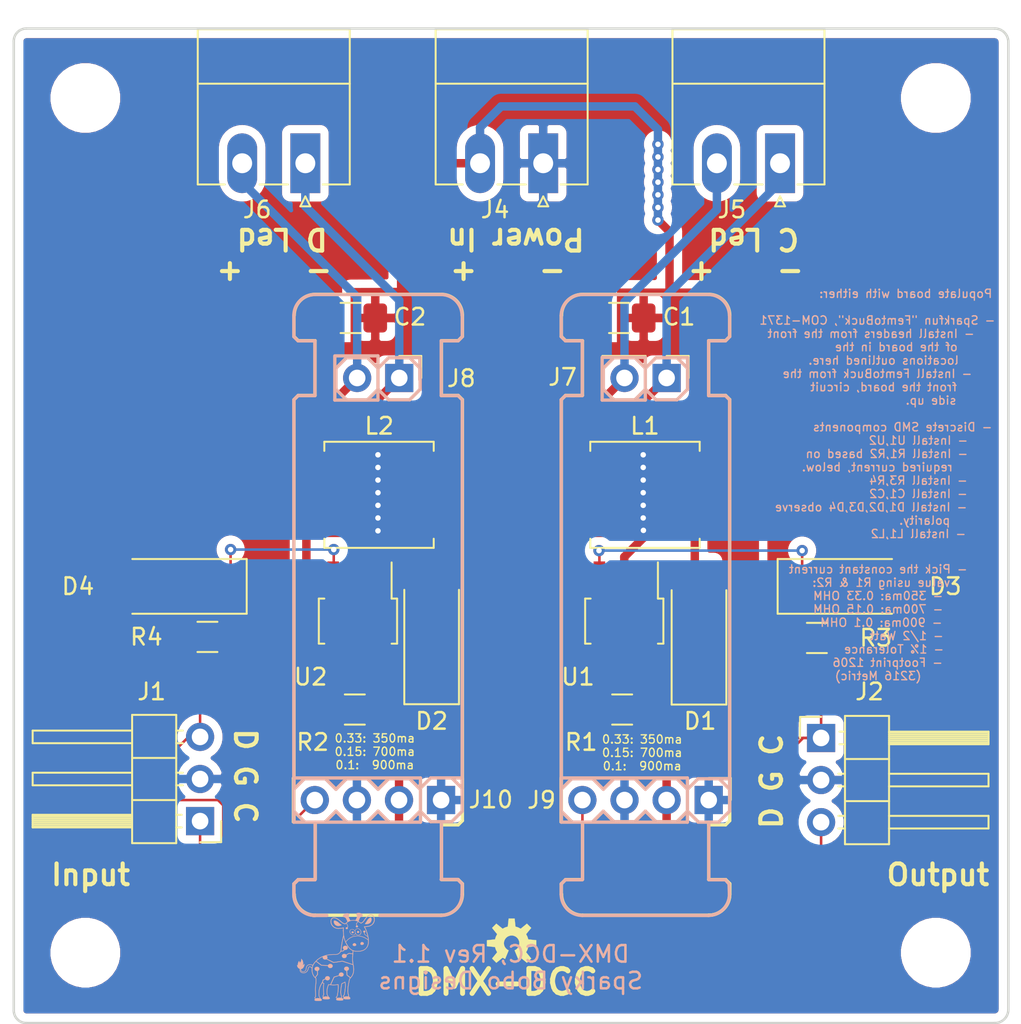
<source format=kicad_pcb>
(kicad_pcb (version 20171130) (host pcbnew "(5.1.12)-1")

  (general
    (thickness 1.6)
    (drawings 310)
    (tracks 160)
    (zones 0)
    (modules 29)
    (nets 13)
  )

  (page A4)
  (title_block
    (title "DMX Demonstrator - Constant Current Driver (DMX-DCC)")
    (date 2024-02-09)
    (rev 1.1)
    (company "Sparky Bobo Designs")
    (comment 2 "Designed by: SparkyBobo")
    (comment 3 https://creativecommons.org/licenses/by-sa/4.0/)
    (comment 4 "Released under the Creative Commons Attribution Share-Alike 4.0 License")
  )

  (layers
    (0 F.Cu signal)
    (31 B.Cu signal)
    (32 B.Adhes user)
    (33 F.Adhes user)
    (34 B.Paste user)
    (35 F.Paste user)
    (36 B.SilkS user)
    (37 F.SilkS user)
    (38 B.Mask user)
    (39 F.Mask user)
    (40 Dwgs.User user)
    (41 Cmts.User user)
    (42 Eco1.User user)
    (43 Eco2.User user)
    (44 Edge.Cuts user)
    (45 Margin user)
    (46 B.CrtYd user)
    (47 F.CrtYd user)
    (48 B.Fab user)
    (49 F.Fab user)
  )

  (setup
    (last_trace_width 0.1524)
    (trace_clearance 0.1524)
    (zone_clearance 0.508)
    (zone_45_only no)
    (trace_min 0.1524)
    (via_size 0.6858)
    (via_drill 0.3302)
    (via_min_size 0.508)
    (via_min_drill 0.254)
    (uvia_size 0.6858)
    (uvia_drill 0.3302)
    (uvias_allowed no)
    (uvia_min_size 0.2)
    (uvia_min_drill 0.1)
    (edge_width 0.15)
    (segment_width 0.2)
    (pcb_text_width 0.3)
    (pcb_text_size 1.5 1.5)
    (mod_edge_width 0.15)
    (mod_text_size 1 1)
    (mod_text_width 0.15)
    (pad_size 1.7 1.7)
    (pad_drill 1)
    (pad_to_mask_clearance 0)
    (aux_axis_origin 0 0)
    (visible_elements 7FFFFFFF)
    (pcbplotparams
      (layerselection 0x010fc_ffffffff)
      (usegerberextensions true)
      (usegerberattributes false)
      (usegerberadvancedattributes false)
      (creategerberjobfile false)
      (excludeedgelayer true)
      (linewidth 0.100000)
      (plotframeref false)
      (viasonmask false)
      (mode 1)
      (useauxorigin false)
      (hpglpennumber 1)
      (hpglpenspeed 20)
      (hpglpendiameter 15.000000)
      (psnegative false)
      (psa4output false)
      (plotreference true)
      (plotvalue false)
      (plotinvisibletext false)
      (padsonsilk false)
      (subtractmaskfromsilk true)
      (outputformat 1)
      (mirror false)
      (drillshape 0)
      (scaleselection 1)
      (outputdirectory "grb/"))
  )

  (net 0 "")
  (net 1 "Net-(D1-Pad2)")
  (net 2 GND)
  (net 3 "Net-(J5-Pad1)")
  (net 4 "Net-(J6-Pad1)")
  (net 5 +VDC)
  (net 6 /C)
  (net 7 /D)
  (net 8 "Net-(D2-Pad2)")
  (net 9 "Net-(D4-Pad1)")
  (net 10 "Net-(J6-Pad2)")
  (net 11 "Net-(J5-Pad2)")
  (net 12 "Net-(D3-Pad1)")

  (net_class Default "This is the default net class."
    (clearance 0.1524)
    (trace_width 0.1524)
    (via_dia 0.6858)
    (via_drill 0.3302)
    (uvia_dia 0.6858)
    (uvia_drill 0.3302)
    (diff_pair_width 0.1524)
    (diff_pair_gap 0.1524)
    (add_net /C)
    (add_net /D)
    (add_net "Net-(D3-Pad1)")
    (add_net "Net-(D4-Pad1)")
  )

  (net_class 1Amp ""
    (clearance 0.1524)
    (trace_width 0.508)
    (via_dia 0.6858)
    (via_drill 0.3302)
    (uvia_dia 0.6858)
    (uvia_drill 0.3302)
    (diff_pair_width 0.508)
    (diff_pair_gap 0.1524)
    (add_net +VDC)
    (add_net GND)
    (add_net "Net-(D1-Pad2)")
    (add_net "Net-(D2-Pad2)")
    (add_net "Net-(J5-Pad1)")
    (add_net "Net-(J5-Pad2)")
    (add_net "Net-(J6-Pad1)")
    (add_net "Net-(J6-Pad2)")
  )

  (module Diode_SMD:D_SMA_Handsoldering (layer F.Cu) (tedit 58643398) (tstamp 66275D7A)
    (at 164.9095 94.234)
    (descr "Diode SMA (DO-214AC) Handsoldering")
    (tags "Diode SMA (DO-214AC) Handsoldering")
    (path /660676A2)
    (attr smd)
    (fp_text reference D3 (at 5.715 0) (layer F.SilkS)
      (effects (font (size 1 1) (thickness 0.15)))
    )
    (fp_text value 5.1v (at 0 2.6) (layer F.Fab)
      (effects (font (size 1 1) (thickness 0.15)))
    )
    (fp_line (start -4.4 -1.65) (end 2.5 -1.65) (layer F.SilkS) (width 0.12))
    (fp_line (start -4.4 1.65) (end 2.5 1.65) (layer F.SilkS) (width 0.12))
    (fp_line (start -0.64944 0.00102) (end 0.50118 -0.79908) (layer F.Fab) (width 0.1))
    (fp_line (start -0.64944 0.00102) (end 0.50118 0.75032) (layer F.Fab) (width 0.1))
    (fp_line (start 0.50118 0.75032) (end 0.50118 -0.79908) (layer F.Fab) (width 0.1))
    (fp_line (start -0.64944 -0.79908) (end -0.64944 0.80112) (layer F.Fab) (width 0.1))
    (fp_line (start 0.50118 0.00102) (end 1.4994 0.00102) (layer F.Fab) (width 0.1))
    (fp_line (start -0.64944 0.00102) (end -1.55114 0.00102) (layer F.Fab) (width 0.1))
    (fp_line (start -4.5 1.75) (end -4.5 -1.75) (layer F.CrtYd) (width 0.05))
    (fp_line (start 4.5 1.75) (end -4.5 1.75) (layer F.CrtYd) (width 0.05))
    (fp_line (start 4.5 -1.75) (end 4.5 1.75) (layer F.CrtYd) (width 0.05))
    (fp_line (start -4.5 -1.75) (end 4.5 -1.75) (layer F.CrtYd) (width 0.05))
    (fp_line (start 2.3 -1.5) (end -2.3 -1.5) (layer F.Fab) (width 0.1))
    (fp_line (start 2.3 -1.5) (end 2.3 1.5) (layer F.Fab) (width 0.1))
    (fp_line (start -2.3 1.5) (end -2.3 -1.5) (layer F.Fab) (width 0.1))
    (fp_line (start 2.3 1.5) (end -2.3 1.5) (layer F.Fab) (width 0.1))
    (fp_line (start -4.4 -1.65) (end -4.4 1.65) (layer F.SilkS) (width 0.12))
    (fp_text user %R (at 0 -2.5) (layer F.Fab)
      (effects (font (size 1 1) (thickness 0.15)))
    )
    (pad 2 smd rect (at 2.5 0) (size 3.5 1.8) (layers F.Cu F.Paste F.Mask)
      (net 2 GND))
    (pad 1 smd rect (at -2.5 0) (size 3.5 1.8) (layers F.Cu F.Paste F.Mask)
      (net 12 "Net-(D3-Pad1)"))
    (model ${KISYS3DMOD}/Diode_SMD.3dshapes/D_SMA.wrl
      (at (xyz 0 0 0))
      (scale (xyz 1 1 1))
      (rotate (xyz 0 0 0))
    )
  )

  (module Diode_SMD:D_SMA_Handsoldering (layer F.Cu) (tedit 58643398) (tstamp 65A5D11A)
    (at 124.079 94.234 180)
    (descr "Diode SMA (DO-214AC) Handsoldering")
    (tags "Diode SMA (DO-214AC) Handsoldering")
    (path /66067F01)
    (attr smd)
    (fp_text reference D4 (at 5.7785 0) (layer F.SilkS)
      (effects (font (size 1 1) (thickness 0.15)))
    )
    (fp_text value 5.1v (at 0 2.6) (layer F.Fab)
      (effects (font (size 1 1) (thickness 0.15)))
    )
    (fp_line (start -4.4 -1.65) (end 2.5 -1.65) (layer F.SilkS) (width 0.12))
    (fp_line (start -4.4 1.65) (end 2.5 1.65) (layer F.SilkS) (width 0.12))
    (fp_line (start -0.64944 0.00102) (end 0.50118 -0.79908) (layer F.Fab) (width 0.1))
    (fp_line (start -0.64944 0.00102) (end 0.50118 0.75032) (layer F.Fab) (width 0.1))
    (fp_line (start 0.50118 0.75032) (end 0.50118 -0.79908) (layer F.Fab) (width 0.1))
    (fp_line (start -0.64944 -0.79908) (end -0.64944 0.80112) (layer F.Fab) (width 0.1))
    (fp_line (start 0.50118 0.00102) (end 1.4994 0.00102) (layer F.Fab) (width 0.1))
    (fp_line (start -0.64944 0.00102) (end -1.55114 0.00102) (layer F.Fab) (width 0.1))
    (fp_line (start -4.5 1.75) (end -4.5 -1.75) (layer F.CrtYd) (width 0.05))
    (fp_line (start 4.5 1.75) (end -4.5 1.75) (layer F.CrtYd) (width 0.05))
    (fp_line (start 4.5 -1.75) (end 4.5 1.75) (layer F.CrtYd) (width 0.05))
    (fp_line (start -4.5 -1.75) (end 4.5 -1.75) (layer F.CrtYd) (width 0.05))
    (fp_line (start 2.3 -1.5) (end -2.3 -1.5) (layer F.Fab) (width 0.1))
    (fp_line (start 2.3 -1.5) (end 2.3 1.5) (layer F.Fab) (width 0.1))
    (fp_line (start -2.3 1.5) (end -2.3 -1.5) (layer F.Fab) (width 0.1))
    (fp_line (start 2.3 1.5) (end -2.3 1.5) (layer F.Fab) (width 0.1))
    (fp_line (start -4.4 -1.65) (end -4.4 1.65) (layer F.SilkS) (width 0.12))
    (fp_text user %R (at 0 -2.5) (layer F.Fab)
      (effects (font (size 1 1) (thickness 0.15)))
    )
    (pad 2 smd rect (at 2.5 0 180) (size 3.5 1.8) (layers F.Cu F.Paste F.Mask)
      (net 2 GND))
    (pad 1 smd rect (at -2.5 0 180) (size 3.5 1.8) (layers F.Cu F.Paste F.Mask)
      (net 9 "Net-(D4-Pad1)"))
    (model ${KISYS3DMOD}/Diode_SMD.3dshapes/D_SMA.wrl
      (at (xyz 0 0 0))
      (scale (xyz 1 1 1))
      (rotate (xyz 0 0 0))
    )
  )

  (module Diode_SMD:D_SMA_Handsoldering (layer F.Cu) (tedit 58643398) (tstamp 65AAA416)
    (at 139.6365 96.941 90)
    (descr "Diode SMA (DO-214AC) Handsoldering")
    (tags "Diode SMA (DO-214AC) Handsoldering")
    (path /659EAC0A)
    (attr smd)
    (fp_text reference D2 (at -5.421 0 180) (layer F.SilkS)
      (effects (font (size 1 1) (thickness 0.15)))
    )
    (fp_text value MBRA140 (at 0 2.6 90) (layer F.Fab)
      (effects (font (size 1 1) (thickness 0.15)))
    )
    (fp_line (start -4.4 -1.65) (end 2.5 -1.65) (layer F.SilkS) (width 0.12))
    (fp_line (start -4.4 1.65) (end 2.5 1.65) (layer F.SilkS) (width 0.12))
    (fp_line (start -0.64944 0.00102) (end 0.50118 -0.79908) (layer F.Fab) (width 0.1))
    (fp_line (start -0.64944 0.00102) (end 0.50118 0.75032) (layer F.Fab) (width 0.1))
    (fp_line (start 0.50118 0.75032) (end 0.50118 -0.79908) (layer F.Fab) (width 0.1))
    (fp_line (start -0.64944 -0.79908) (end -0.64944 0.80112) (layer F.Fab) (width 0.1))
    (fp_line (start 0.50118 0.00102) (end 1.4994 0.00102) (layer F.Fab) (width 0.1))
    (fp_line (start -0.64944 0.00102) (end -1.55114 0.00102) (layer F.Fab) (width 0.1))
    (fp_line (start -4.5 1.75) (end -4.5 -1.75) (layer F.CrtYd) (width 0.05))
    (fp_line (start 4.5 1.75) (end -4.5 1.75) (layer F.CrtYd) (width 0.05))
    (fp_line (start 4.5 -1.75) (end 4.5 1.75) (layer F.CrtYd) (width 0.05))
    (fp_line (start -4.5 -1.75) (end 4.5 -1.75) (layer F.CrtYd) (width 0.05))
    (fp_line (start 2.3 -1.5) (end -2.3 -1.5) (layer F.Fab) (width 0.1))
    (fp_line (start 2.3 -1.5) (end 2.3 1.5) (layer F.Fab) (width 0.1))
    (fp_line (start -2.3 1.5) (end -2.3 -1.5) (layer F.Fab) (width 0.1))
    (fp_line (start 2.3 1.5) (end -2.3 1.5) (layer F.Fab) (width 0.1))
    (fp_line (start -4.4 -1.65) (end -4.4 1.65) (layer F.SilkS) (width 0.12))
    (fp_text user %R (at 0 -2.5 90) (layer F.Fab)
      (effects (font (size 1 1) (thickness 0.15)))
    )
    (pad 2 smd rect (at 2.5 0 90) (size 3.5 1.8) (layers F.Cu F.Paste F.Mask)
      (net 8 "Net-(D2-Pad2)"))
    (pad 1 smd rect (at -2.5 0 90) (size 3.5 1.8) (layers F.Cu F.Paste F.Mask)
      (net 5 +VDC))
    (model ${KISYS3DMOD}/Diode_SMD.3dshapes/D_SMA.wrl
      (at (xyz 0 0 0))
      (scale (xyz 1 1 1))
      (rotate (xyz 0 0 0))
    )
  )

  (module Diode_SMD:D_SMA_Handsoldering (layer F.Cu) (tedit 58643398) (tstamp 65AAB8FB)
    (at 155.7655 96.9645 90)
    (descr "Diode SMA (DO-214AC) Handsoldering")
    (tags "Diode SMA (DO-214AC) Handsoldering")
    (path /659C302A)
    (attr smd)
    (fp_text reference D1 (at -5.3975 0.0635 180) (layer F.SilkS)
      (effects (font (size 1 1) (thickness 0.15)))
    )
    (fp_text value MBRA140 (at 0 2.6 90) (layer F.Fab)
      (effects (font (size 1 1) (thickness 0.15)))
    )
    (fp_line (start -4.4 -1.65) (end 2.5 -1.65) (layer F.SilkS) (width 0.12))
    (fp_line (start -4.4 1.65) (end 2.5 1.65) (layer F.SilkS) (width 0.12))
    (fp_line (start -0.64944 0.00102) (end 0.50118 -0.79908) (layer F.Fab) (width 0.1))
    (fp_line (start -0.64944 0.00102) (end 0.50118 0.75032) (layer F.Fab) (width 0.1))
    (fp_line (start 0.50118 0.75032) (end 0.50118 -0.79908) (layer F.Fab) (width 0.1))
    (fp_line (start -0.64944 -0.79908) (end -0.64944 0.80112) (layer F.Fab) (width 0.1))
    (fp_line (start 0.50118 0.00102) (end 1.4994 0.00102) (layer F.Fab) (width 0.1))
    (fp_line (start -0.64944 0.00102) (end -1.55114 0.00102) (layer F.Fab) (width 0.1))
    (fp_line (start -4.5 1.75) (end -4.5 -1.75) (layer F.CrtYd) (width 0.05))
    (fp_line (start 4.5 1.75) (end -4.5 1.75) (layer F.CrtYd) (width 0.05))
    (fp_line (start 4.5 -1.75) (end 4.5 1.75) (layer F.CrtYd) (width 0.05))
    (fp_line (start -4.5 -1.75) (end 4.5 -1.75) (layer F.CrtYd) (width 0.05))
    (fp_line (start 2.3 -1.5) (end -2.3 -1.5) (layer F.Fab) (width 0.1))
    (fp_line (start 2.3 -1.5) (end 2.3 1.5) (layer F.Fab) (width 0.1))
    (fp_line (start -2.3 1.5) (end -2.3 -1.5) (layer F.Fab) (width 0.1))
    (fp_line (start 2.3 1.5) (end -2.3 1.5) (layer F.Fab) (width 0.1))
    (fp_line (start -4.4 -1.65) (end -4.4 1.65) (layer F.SilkS) (width 0.12))
    (fp_text user %R (at 0 -2.5 90) (layer F.Fab)
      (effects (font (size 1 1) (thickness 0.15)))
    )
    (pad 2 smd rect (at 2.5 0 90) (size 3.5 1.8) (layers F.Cu F.Paste F.Mask)
      (net 1 "Net-(D1-Pad2)"))
    (pad 1 smd rect (at -2.5 0 90) (size 3.5 1.8) (layers F.Cu F.Paste F.Mask)
      (net 5 +VDC))
    (model ${KISYS3DMOD}/Diode_SMD.3dshapes/D_SMA.wrl
      (at (xyz 0 0 0))
      (scale (xyz 1 1 1))
      (rotate (xyz 0 0 0))
    )
  )

  (module Package_TO_SOT_SMD:SOT-89-5_Handsoldering (layer F.Cu) (tedit 5C33D69A) (tstamp 65AAA30E)
    (at 135.1915 96.3295 270)
    (descr "SOT-89-5, http://www.e-devices.ricoh.co.jp/en/products/product_power/pkg/sot-89-5.pdf")
    (tags SOT-89-5)
    (path /659EAC1C)
    (attr smd)
    (fp_text reference U2 (at 3.3655 2.8575) (layer F.SilkS)
      (effects (font (size 1 1) (thickness 0.15)))
    )
    (fp_text value AL8861 (at 0 3.5 90) (layer F.Fab)
      (effects (font (size 1 1) (thickness 0.15)))
    )
    (fp_line (start -3.85 2.5) (end -3.85 -2.5) (layer F.CrtYd) (width 0.05))
    (fp_line (start -3.85 2.5) (end 3.85 2.5) (layer F.CrtYd) (width 0.05))
    (fp_line (start 3.85 -2.5) (end -3.85 -2.5) (layer F.CrtYd) (width 0.05))
    (fp_line (start 3.85 -2.5) (end 3.85 2.5) (layer F.CrtYd) (width 0.05))
    (fp_line (start -0.25 -2.25) (end 1.25 -2.25) (layer F.Fab) (width 0.1))
    (fp_line (start -1.25 2.25) (end -1.25 -1.25) (layer F.Fab) (width 0.1))
    (fp_line (start 1.25 2.25) (end -1.25 2.25) (layer F.Fab) (width 0.1))
    (fp_line (start 1.25 -2.25) (end 1.25 2.25) (layer F.Fab) (width 0.1))
    (fp_line (start -1.25 -1.25) (end -0.25 -2.25) (layer F.Fab) (width 0.1))
    (fp_line (start -1.36 2.36) (end -1.36 2.03) (layer F.SilkS) (width 0.12))
    (fp_line (start -1.36 -2.36) (end -1.36 -2.03) (layer F.SilkS) (width 0.12))
    (fp_line (start -1.36 -2.36) (end 1.36 -2.36) (layer F.SilkS) (width 0.12))
    (fp_line (start 1.36 -2.36) (end 1.36 -2.03) (layer F.SilkS) (width 0.12))
    (fp_line (start -3.54 -2.03) (end -1.36 -2.03) (layer F.SilkS) (width 0.12))
    (fp_line (start 1.36 2.36) (end -1.36 2.36) (layer F.SilkS) (width 0.12))
    (fp_line (start 1.36 2.03) (end 1.36 2.36) (layer F.SilkS) (width 0.12))
    (fp_text user %R (at 0.5 0) (layer F.Fab)
      (effects (font (size 1 1) (thickness 0.15)))
    )
    (pad 2 smd custom (at 0 0 270) (size 0.8 2) (layers F.Cu F.Paste F.Mask)
      (net 2 GND) (zone_connect 2)
      (options (clearance outline) (anchor rect))
      (primitives
        (gr_poly (pts
           (xy -3.6 -0.5) (xy -0.9 -0.5) (xy -0.4 -1) (xy 0.4 -1) (xy 0.9 -0.5)
           (xy 3.6 -0.5) (xy 3.6 0.5) (xy 0.9 0.5) (xy 0.4 1) (xy -0.4 1)
           (xy -0.9 0.5) (xy -3.6 0.5)) (width 0))
      ))
    (pad 3 smd rect (at -2.35 1.5 270) (size 2.5 0.7) (layers F.Cu F.Paste F.Mask)
      (net 9 "Net-(D4-Pad1)"))
    (pad 1 smd rect (at -2.35 -1.5 270) (size 2.5 0.7) (layers F.Cu F.Paste F.Mask)
      (net 8 "Net-(D2-Pad2)"))
    (pad 4 smd rect (at 2.35 1.5 270) (size 2.5 0.7) (layers F.Cu F.Paste F.Mask)
      (net 10 "Net-(J6-Pad2)"))
    (pad 5 smd rect (at 2.35 -1.5 270) (size 2.5 0.7) (layers F.Cu F.Paste F.Mask)
      (net 5 +VDC))
    (model ${KISYS3DMOD}/Package_TO_SOT_SMD.3dshapes/SOT-89-5.wrl
      (at (xyz 0 0 0))
      (scale (xyz 1 1 1))
      (rotate (xyz 0 0 0))
    )
  )

  (module Package_TO_SOT_SMD:SOT-89-5_Handsoldering (layer F.Cu) (tedit 5C33D69A) (tstamp 65AAA31F)
    (at 151.257 96.3295 270)
    (descr "SOT-89-5, http://www.e-devices.ricoh.co.jp/en/products/product_power/pkg/sot-89-5.pdf")
    (tags SOT-89-5)
    (path /659C45BE)
    (attr smd)
    (fp_text reference U1 (at 3.3655 2.794 180) (layer F.SilkS)
      (effects (font (size 1 1) (thickness 0.15)))
    )
    (fp_text value AL8861 (at 0 3.5 90) (layer F.Fab)
      (effects (font (size 1 1) (thickness 0.15)))
    )
    (fp_line (start -3.85 2.5) (end -3.85 -2.5) (layer F.CrtYd) (width 0.05))
    (fp_line (start -3.85 2.5) (end 3.85 2.5) (layer F.CrtYd) (width 0.05))
    (fp_line (start 3.85 -2.5) (end -3.85 -2.5) (layer F.CrtYd) (width 0.05))
    (fp_line (start 3.85 -2.5) (end 3.85 2.5) (layer F.CrtYd) (width 0.05))
    (fp_line (start -0.25 -2.25) (end 1.25 -2.25) (layer F.Fab) (width 0.1))
    (fp_line (start -1.25 2.25) (end -1.25 -1.25) (layer F.Fab) (width 0.1))
    (fp_line (start 1.25 2.25) (end -1.25 2.25) (layer F.Fab) (width 0.1))
    (fp_line (start 1.25 -2.25) (end 1.25 2.25) (layer F.Fab) (width 0.1))
    (fp_line (start -1.25 -1.25) (end -0.25 -2.25) (layer F.Fab) (width 0.1))
    (fp_line (start -1.36 2.36) (end -1.36 2.03) (layer F.SilkS) (width 0.12))
    (fp_line (start -1.36 -2.36) (end -1.36 -2.03) (layer F.SilkS) (width 0.12))
    (fp_line (start -1.36 -2.36) (end 1.36 -2.36) (layer F.SilkS) (width 0.12))
    (fp_line (start 1.36 -2.36) (end 1.36 -2.03) (layer F.SilkS) (width 0.12))
    (fp_line (start -3.54 -2.03) (end -1.36 -2.03) (layer F.SilkS) (width 0.12))
    (fp_line (start 1.36 2.36) (end -1.36 2.36) (layer F.SilkS) (width 0.12))
    (fp_line (start 1.36 2.03) (end 1.36 2.36) (layer F.SilkS) (width 0.12))
    (fp_text user %R (at 0.5 0) (layer F.Fab)
      (effects (font (size 1 1) (thickness 0.15)))
    )
    (pad 2 smd custom (at 0 0 270) (size 0.8 2) (layers F.Cu F.Paste F.Mask)
      (net 2 GND) (zone_connect 2)
      (options (clearance outline) (anchor rect))
      (primitives
        (gr_poly (pts
           (xy -3.6 -0.5) (xy -0.9 -0.5) (xy -0.4 -1) (xy 0.4 -1) (xy 0.9 -0.5)
           (xy 3.6 -0.5) (xy 3.6 0.5) (xy 0.9 0.5) (xy 0.4 1) (xy -0.4 1)
           (xy -0.9 0.5) (xy -3.6 0.5)) (width 0))
      ))
    (pad 3 smd rect (at -2.35 1.5 270) (size 2.5 0.7) (layers F.Cu F.Paste F.Mask)
      (net 12 "Net-(D3-Pad1)"))
    (pad 1 smd rect (at -2.35 -1.5 270) (size 2.5 0.7) (layers F.Cu F.Paste F.Mask)
      (net 1 "Net-(D1-Pad2)"))
    (pad 4 smd rect (at 2.35 1.5 270) (size 2.5 0.7) (layers F.Cu F.Paste F.Mask)
      (net 11 "Net-(J5-Pad2)"))
    (pad 5 smd rect (at 2.35 -1.5 270) (size 2.5 0.7) (layers F.Cu F.Paste F.Mask)
      (net 5 +VDC))
    (model ${KISYS3DMOD}/Package_TO_SOT_SMD.3dshapes/SOT-89-5.wrl
      (at (xyz 0 0 0))
      (scale (xyz 1 1 1))
      (rotate (xyz 0 0 0))
    )
  )

  (module footprints:L_BOURNS_SRN6045TA (layer F.Cu) (tedit 65C19DF6) (tstamp 65AAA3AD)
    (at 136.4615 88.7095 180)
    (descr "Choke, SMD, 6.0x6.0mm 4.2mm height")
    (tags "Choke SMD SRN6045TA")
    (path /659EAC10)
    (attr smd)
    (fp_text reference L2 (at -0.0127 4.1529) (layer F.SilkS)
      (effects (font (size 1 1) (thickness 0.15)))
    )
    (fp_text value 33uH (at 0 4.45) (layer F.Fab)
      (effects (font (size 1 1) (thickness 0.15)))
    )
    (fp_line (start 3.3 2.65) (end 3.3 3.2) (layer F.SilkS) (width 0.12))
    (fp_line (start 3.3 3.2) (end -3.3 3.2) (layer F.SilkS) (width 0.12))
    (fp_line (start -3.3 3.2) (end -3.3 2.65) (layer F.SilkS) (width 0.12))
    (fp_line (start -3.3 -2.65) (end -3.3 -3.2) (layer F.SilkS) (width 0.12))
    (fp_line (start -3.3 -3.2) (end 3.3 -3.2) (layer F.SilkS) (width 0.12))
    (fp_line (start 3.3 -3.2) (end 3.3 -2.65) (layer F.SilkS) (width 0.12))
    (fp_line (start -3.75 -3.4) (end -3.75 3.4) (layer F.CrtYd) (width 0.05))
    (fp_line (start -3.75 3.4) (end 3.75 3.4) (layer F.CrtYd) (width 0.05))
    (fp_line (start 3.75 3.4) (end 3.75 -3.4) (layer F.CrtYd) (width 0.05))
    (fp_line (start 3.75 -3.4) (end -3.75 -3.4) (layer F.CrtYd) (width 0.05))
    (fp_line (start 3.15 3.15) (end 3.15 1.5) (layer F.Fab) (width 0.1))
    (fp_line (start 3.15 -3.15) (end 3.15 -1.5) (layer F.Fab) (width 0.1))
    (fp_line (start -3.15 3.15) (end -3.15 1.5) (layer F.Fab) (width 0.1))
    (fp_line (start -3.15 -3.15) (end -3.15 -1.5) (layer F.Fab) (width 0.1))
    (fp_line (start -3.15 -3.15) (end 3.15 -3.15) (layer F.Fab) (width 0.1))
    (fp_line (start -3.15 3.15) (end 3.15 3.15) (layer F.Fab) (width 0.1))
    (fp_text user %R (at 0 0) (layer F.Fab)
      (effects (font (size 1 1) (thickness 0.15)))
    )
    (fp_arc (start 0 0) (end -1.91 -1.91) (angle 90) (layer F.Fab) (width 0.1))
    (fp_arc (start 0 0) (end 1.91 1.91) (angle 90) (layer F.Fab) (width 0.1))
    (pad 1 smd rect (at -2.35 0 180) (size 1.8 5.1) (layers F.Cu F.Paste F.Mask)
      (net 8 "Net-(D2-Pad2)"))
    (pad 2 smd rect (at 2.35 0 180) (size 1.8 5.1) (layers F.Cu F.Paste F.Mask)
      (net 4 "Net-(J6-Pad1)"))
    (model ${KISYS3DMOD}/Inductor_SMD.3dshapes/L_6.3x6.3_H3.wrl
      (at (xyz 0 0 0))
      (scale (xyz 1 1 1))
      (rotate (xyz 0 0 0))
    )
  )

  (module footprints:L_BOURNS_SRN6045TA (layer F.Cu) (tedit 65C19DF6) (tstamp 65AAA394)
    (at 152.5075 88.7095 180)
    (descr "Choke, SMD, 6.0x6.0mm 4.2mm height")
    (tags "Choke SMD SRN6045TA")
    (path /659C307A)
    (attr smd)
    (fp_text reference L1 (at 0.0059 4.1529) (layer F.SilkS)
      (effects (font (size 1 1) (thickness 0.15)))
    )
    (fp_text value 33uH (at 0 4.45) (layer F.Fab)
      (effects (font (size 1 1) (thickness 0.15)))
    )
    (fp_line (start 3.3 2.65) (end 3.3 3.2) (layer F.SilkS) (width 0.12))
    (fp_line (start 3.3 3.2) (end -3.3 3.2) (layer F.SilkS) (width 0.12))
    (fp_line (start -3.3 3.2) (end -3.3 2.65) (layer F.SilkS) (width 0.12))
    (fp_line (start -3.3 -2.65) (end -3.3 -3.2) (layer F.SilkS) (width 0.12))
    (fp_line (start -3.3 -3.2) (end 3.3 -3.2) (layer F.SilkS) (width 0.12))
    (fp_line (start 3.3 -3.2) (end 3.3 -2.65) (layer F.SilkS) (width 0.12))
    (fp_line (start -3.75 -3.4) (end -3.75 3.4) (layer F.CrtYd) (width 0.05))
    (fp_line (start -3.75 3.4) (end 3.75 3.4) (layer F.CrtYd) (width 0.05))
    (fp_line (start 3.75 3.4) (end 3.75 -3.4) (layer F.CrtYd) (width 0.05))
    (fp_line (start 3.75 -3.4) (end -3.75 -3.4) (layer F.CrtYd) (width 0.05))
    (fp_line (start 3.15 3.15) (end 3.15 1.5) (layer F.Fab) (width 0.1))
    (fp_line (start 3.15 -3.15) (end 3.15 -1.5) (layer F.Fab) (width 0.1))
    (fp_line (start -3.15 3.15) (end -3.15 1.5) (layer F.Fab) (width 0.1))
    (fp_line (start -3.15 -3.15) (end -3.15 -1.5) (layer F.Fab) (width 0.1))
    (fp_line (start -3.15 -3.15) (end 3.15 -3.15) (layer F.Fab) (width 0.1))
    (fp_line (start -3.15 3.15) (end 3.15 3.15) (layer F.Fab) (width 0.1))
    (fp_text user %R (at 0 0) (layer F.Fab)
      (effects (font (size 1 1) (thickness 0.15)))
    )
    (fp_arc (start 0 0) (end -1.91 -1.91) (angle 90) (layer F.Fab) (width 0.1))
    (fp_arc (start 0 0) (end 1.91 1.91) (angle 90) (layer F.Fab) (width 0.1))
    (pad 1 smd rect (at -2.35 0 180) (size 1.8 5.1) (layers F.Cu F.Paste F.Mask)
      (net 1 "Net-(D1-Pad2)"))
    (pad 2 smd rect (at 2.35 0 180) (size 1.8 5.1) (layers F.Cu F.Paste F.Mask)
      (net 3 "Net-(J5-Pad1)"))
    (model ${KISYS3DMOD}/Inductor_SMD.3dshapes/L_6.3x6.3_H3.wrl
      (at (xyz 0 0 0))
      (scale (xyz 1 1 1))
      (rotate (xyz 0 0 0))
    )
  )

  (module Resistor_SMD:R_1206_3216Metric_Pad1.42x1.75mm_HandSolder (layer F.Cu) (tedit 5B301BBD) (tstamp 65A5D42E)
    (at 126.111 97.282 180)
    (descr "Resistor SMD 1206 (3216 Metric), square (rectangular) end terminal, IPC_7351 nominal with elongated pad for handsoldering. (Body size source: http://www.tortai-tech.com/upload/download/2011102023233369053.pdf), generated with kicad-footprint-generator")
    (tags "resistor handsolder")
    (path /6606675E)
    (attr smd)
    (fp_text reference R4 (at 3.683 0) (layer F.SilkS)
      (effects (font (size 1 1) (thickness 0.15)))
    )
    (fp_text value 10k (at 0 1.82) (layer F.Fab)
      (effects (font (size 1 1) (thickness 0.15)))
    )
    (fp_line (start -1.6 0.8) (end -1.6 -0.8) (layer F.Fab) (width 0.1))
    (fp_line (start -1.6 -0.8) (end 1.6 -0.8) (layer F.Fab) (width 0.1))
    (fp_line (start 1.6 -0.8) (end 1.6 0.8) (layer F.Fab) (width 0.1))
    (fp_line (start 1.6 0.8) (end -1.6 0.8) (layer F.Fab) (width 0.1))
    (fp_line (start -0.602064 -0.91) (end 0.602064 -0.91) (layer F.SilkS) (width 0.12))
    (fp_line (start -0.602064 0.91) (end 0.602064 0.91) (layer F.SilkS) (width 0.12))
    (fp_line (start -2.45 1.12) (end -2.45 -1.12) (layer F.CrtYd) (width 0.05))
    (fp_line (start -2.45 -1.12) (end 2.45 -1.12) (layer F.CrtYd) (width 0.05))
    (fp_line (start 2.45 -1.12) (end 2.45 1.12) (layer F.CrtYd) (width 0.05))
    (fp_line (start 2.45 1.12) (end -2.45 1.12) (layer F.CrtYd) (width 0.05))
    (fp_text user %R (at 0 0) (layer F.Fab)
      (effects (font (size 0.8 0.8) (thickness 0.12)))
    )
    (pad 2 smd roundrect (at 1.4875 0 180) (size 1.425 1.75) (layers F.Cu F.Paste F.Mask) (roundrect_rratio 0.175439)
      (net 7 /D))
    (pad 1 smd roundrect (at -1.4875 0 180) (size 1.425 1.75) (layers F.Cu F.Paste F.Mask) (roundrect_rratio 0.175439)
      (net 9 "Net-(D4-Pad1)"))
    (model ${KISYS3DMOD}/Resistor_SMD.3dshapes/R_1206_3216Metric.wrl
      (at (xyz 0 0 0))
      (scale (xyz 1 1 1))
      (rotate (xyz 0 0 0))
    )
  )

  (module Resistor_SMD:R_1206_3216Metric_Pad1.42x1.75mm_HandSolder (layer F.Cu) (tedit 5B301BBD) (tstamp 65A5D41D)
    (at 162.8775 97.3455)
    (descr "Resistor SMD 1206 (3216 Metric), square (rectangular) end terminal, IPC_7351 nominal with elongated pad for handsoldering. (Body size source: http://www.tortai-tech.com/upload/download/2011102023233369053.pdf), generated with kicad-footprint-generator")
    (tags "resistor handsolder")
    (path /660659C8)
    (attr smd)
    (fp_text reference R3 (at 3.556 0) (layer F.SilkS)
      (effects (font (size 1 1) (thickness 0.15)))
    )
    (fp_text value 10k (at 0 1.82) (layer F.Fab)
      (effects (font (size 1 1) (thickness 0.15)))
    )
    (fp_line (start -1.6 0.8) (end -1.6 -0.8) (layer F.Fab) (width 0.1))
    (fp_line (start -1.6 -0.8) (end 1.6 -0.8) (layer F.Fab) (width 0.1))
    (fp_line (start 1.6 -0.8) (end 1.6 0.8) (layer F.Fab) (width 0.1))
    (fp_line (start 1.6 0.8) (end -1.6 0.8) (layer F.Fab) (width 0.1))
    (fp_line (start -0.602064 -0.91) (end 0.602064 -0.91) (layer F.SilkS) (width 0.12))
    (fp_line (start -0.602064 0.91) (end 0.602064 0.91) (layer F.SilkS) (width 0.12))
    (fp_line (start -2.45 1.12) (end -2.45 -1.12) (layer F.CrtYd) (width 0.05))
    (fp_line (start -2.45 -1.12) (end 2.45 -1.12) (layer F.CrtYd) (width 0.05))
    (fp_line (start 2.45 -1.12) (end 2.45 1.12) (layer F.CrtYd) (width 0.05))
    (fp_line (start 2.45 1.12) (end -2.45 1.12) (layer F.CrtYd) (width 0.05))
    (fp_text user %R (at 0 0) (layer F.Fab)
      (effects (font (size 0.8 0.8) (thickness 0.12)))
    )
    (pad 2 smd roundrect (at 1.4875 0) (size 1.425 1.75) (layers F.Cu F.Paste F.Mask) (roundrect_rratio 0.175439)
      (net 6 /C))
    (pad 1 smd roundrect (at -1.4875 0) (size 1.425 1.75) (layers F.Cu F.Paste F.Mask) (roundrect_rratio 0.175439)
      (net 12 "Net-(D3-Pad1)"))
    (model ${KISYS3DMOD}/Resistor_SMD.3dshapes/R_1206_3216Metric.wrl
      (at (xyz 0 0 0))
      (scale (xyz 1 1 1))
      (rotate (xyz 0 0 0))
    )
  )

  (module Connector_PinHeader_2.54mm:PinHeader_1x03_P2.54mm_Horizontal (layer F.Cu) (tedit 659CBF62) (tstamp 64A25424)
    (at 163.1315 103.378)
    (descr "Through hole angled pin header, 1x03, 2.54mm pitch, 6mm pin length, single row")
    (tags "Through hole angled pin header THT 1x03 2.54mm single row")
    (path /659E35EC)
    (fp_text reference J2 (at 2.921 -2.794 -180) (layer F.SilkS)
      (effects (font (size 1 1) (thickness 0.15)))
    )
    (fp_text value Output (at 4.385 7.35) (layer F.Fab)
      (effects (font (size 1 1) (thickness 0.15)))
    )
    (fp_line (start 2.135 -1.27) (end 4.04 -1.27) (layer F.Fab) (width 0.1))
    (fp_line (start 4.04 -1.27) (end 4.04 6.35) (layer F.Fab) (width 0.1))
    (fp_line (start 4.04 6.35) (end 1.5 6.35) (layer F.Fab) (width 0.1))
    (fp_line (start 1.5 6.35) (end 1.5 -0.635) (layer F.Fab) (width 0.1))
    (fp_line (start 1.5 -0.635) (end 2.135 -1.27) (layer F.Fab) (width 0.1))
    (fp_line (start -0.32 -0.32) (end 1.5 -0.32) (layer F.Fab) (width 0.1))
    (fp_line (start -0.32 -0.32) (end -0.32 0.32) (layer F.Fab) (width 0.1))
    (fp_line (start -0.32 0.32) (end 1.5 0.32) (layer F.Fab) (width 0.1))
    (fp_line (start 4.04 -0.32) (end 10.04 -0.32) (layer F.Fab) (width 0.1))
    (fp_line (start 10.04 -0.32) (end 10.04 0.32) (layer F.Fab) (width 0.1))
    (fp_line (start 4.04 0.32) (end 10.04 0.32) (layer F.Fab) (width 0.1))
    (fp_line (start -0.32 2.22) (end 1.5 2.22) (layer F.Fab) (width 0.1))
    (fp_line (start -0.32 2.22) (end -0.32 2.86) (layer F.Fab) (width 0.1))
    (fp_line (start -0.32 2.86) (end 1.5 2.86) (layer F.Fab) (width 0.1))
    (fp_line (start 4.04 2.22) (end 10.04 2.22) (layer F.Fab) (width 0.1))
    (fp_line (start 10.04 2.22) (end 10.04 2.86) (layer F.Fab) (width 0.1))
    (fp_line (start 4.04 2.86) (end 10.04 2.86) (layer F.Fab) (width 0.1))
    (fp_line (start -0.32 4.76) (end 1.5 4.76) (layer F.Fab) (width 0.1))
    (fp_line (start -0.32 4.76) (end -0.32 5.4) (layer F.Fab) (width 0.1))
    (fp_line (start -0.32 5.4) (end 1.5 5.4) (layer F.Fab) (width 0.1))
    (fp_line (start 4.04 4.76) (end 10.04 4.76) (layer F.Fab) (width 0.1))
    (fp_line (start 10.04 4.76) (end 10.04 5.4) (layer F.Fab) (width 0.1))
    (fp_line (start 4.04 5.4) (end 10.04 5.4) (layer F.Fab) (width 0.1))
    (fp_line (start 1.44 -1.33) (end 1.44 6.41) (layer F.SilkS) (width 0.12))
    (fp_line (start 1.44 6.41) (end 4.1 6.41) (layer F.SilkS) (width 0.12))
    (fp_line (start 4.1 6.41) (end 4.1 -1.33) (layer F.SilkS) (width 0.12))
    (fp_line (start 4.1 -1.33) (end 1.44 -1.33) (layer F.SilkS) (width 0.12))
    (fp_line (start 4.1 -0.38) (end 10.1 -0.38) (layer F.SilkS) (width 0.12))
    (fp_line (start 10.1 -0.38) (end 10.1 0.38) (layer F.SilkS) (width 0.12))
    (fp_line (start 10.1 0.38) (end 4.1 0.38) (layer F.SilkS) (width 0.12))
    (fp_line (start 4.1 -0.32) (end 10.1 -0.32) (layer F.SilkS) (width 0.12))
    (fp_line (start 4.1 -0.2) (end 10.1 -0.2) (layer F.SilkS) (width 0.12))
    (fp_line (start 4.1 -0.08) (end 10.1 -0.08) (layer F.SilkS) (width 0.12))
    (fp_line (start 4.1 0.04) (end 10.1 0.04) (layer F.SilkS) (width 0.12))
    (fp_line (start 4.1 0.16) (end 10.1 0.16) (layer F.SilkS) (width 0.12))
    (fp_line (start 4.1 0.28) (end 10.1 0.28) (layer F.SilkS) (width 0.12))
    (fp_line (start 1.11 -0.38) (end 1.44 -0.38) (layer F.SilkS) (width 0.12))
    (fp_line (start 1.11 0.38) (end 1.44 0.38) (layer F.SilkS) (width 0.12))
    (fp_line (start 1.44 1.27) (end 4.1 1.27) (layer F.SilkS) (width 0.12))
    (fp_line (start 4.1 2.16) (end 10.1 2.16) (layer F.SilkS) (width 0.12))
    (fp_line (start 10.1 2.16) (end 10.1 2.92) (layer F.SilkS) (width 0.12))
    (fp_line (start 10.1 2.92) (end 4.1 2.92) (layer F.SilkS) (width 0.12))
    (fp_line (start 1.042929 2.16) (end 1.44 2.16) (layer F.SilkS) (width 0.12))
    (fp_line (start 1.042929 2.92) (end 1.44 2.92) (layer F.SilkS) (width 0.12))
    (fp_line (start 1.44 3.81) (end 4.1 3.81) (layer F.SilkS) (width 0.12))
    (fp_line (start 4.1 4.7) (end 10.1 4.7) (layer F.SilkS) (width 0.12))
    (fp_line (start 10.1 4.7) (end 10.1 5.46) (layer F.SilkS) (width 0.12))
    (fp_line (start 10.1 5.46) (end 4.1 5.46) (layer F.SilkS) (width 0.12))
    (fp_line (start 1.042929 4.7) (end 1.44 4.7) (layer F.SilkS) (width 0.12))
    (fp_line (start 1.042929 5.46) (end 1.44 5.46) (layer F.SilkS) (width 0.12))
    (fp_line (start -1.27 0) (end -1.27 -1.27) (layer F.SilkS) (width 0.12))
    (fp_line (start -1.27 -1.27) (end 0 -1.27) (layer F.SilkS) (width 0.12))
    (fp_line (start -1.8 -1.8) (end -1.8 6.85) (layer F.CrtYd) (width 0.05))
    (fp_line (start -1.8 6.85) (end 10.55 6.85) (layer F.CrtYd) (width 0.05))
    (fp_line (start 10.55 6.85) (end 10.55 -1.8) (layer F.CrtYd) (width 0.05))
    (fp_line (start 10.55 -1.8) (end -1.8 -1.8) (layer F.CrtYd) (width 0.05))
    (fp_text user %R (at 2.77 2.54 -270) (layer F.Fab)
      (effects (font (size 1 1) (thickness 0.15)))
    )
    (pad 3 thru_hole oval (at 0 5.08) (size 1.7 1.7) (drill 1) (layers *.Cu *.Mask)
      (net 7 /D))
    (pad 2 thru_hole oval (at 0 2.54) (size 1.7 1.7) (drill 1) (layers *.Cu *.Mask)
      (net 2 GND))
    (pad 1 thru_hole rect (at 0 0) (size 1.7 1.7) (drill 1) (layers *.Cu *.Mask)
      (net 6 /C))
    (model ${KISYS3DMOD}/Connector_PinHeader_2.54mm.3dshapes/PinHeader_1x03_P2.54mm_Horizontal.wrl
      (at (xyz 0 0 0))
      (scale (xyz 1 1 1))
      (rotate (xyz 0 0 0))
    )
  )

  (module Connector_Phoenix_MC:PhoenixContact_MC_1,5_2-G-3.81_1x02_P3.81mm_Horizontal (layer F.Cu) (tedit 5A00FA1A) (tstamp 6529A3C7)
    (at 132.0165 68.707 180)
    (descr "Generic Phoenix Contact connector footprint for: MC_1,5/2-G-3.81; number of pins: 02; pin pitch: 3.81mm; Angled || order number: 1803277 8A 160V")
    (tags "phoenix_contact connector MC_01x02_G_3.81mm")
    (path /65BF0792)
    (fp_text reference J6 (at 2.905 -2.8 180) (layer F.SilkS)
      (effects (font (size 1 1) (thickness 0.15)))
    )
    (fp_text value "D Out" (at 1.905 9 180) (layer F.Fab)
      (effects (font (size 1 1) (thickness 0.15)))
    )
    (fp_line (start 0 0) (end -0.8 -1.2) (layer F.Fab) (width 0.1))
    (fp_line (start 0.8 -1.2) (end 0 0) (layer F.Fab) (width 0.1))
    (fp_line (start -0.3 -2.6) (end 0.3 -2.6) (layer F.SilkS) (width 0.12))
    (fp_line (start 0 -2) (end -0.3 -2.6) (layer F.SilkS) (width 0.12))
    (fp_line (start 0.3 -2.6) (end 0 -2) (layer F.SilkS) (width 0.12))
    (fp_line (start 6.91 -2.3) (end -3.18 -2.3) (layer F.CrtYd) (width 0.05))
    (fp_line (start 6.91 8.5) (end 6.91 -2.3) (layer F.CrtYd) (width 0.05))
    (fp_line (start -3.18 8.5) (end 6.91 8.5) (layer F.CrtYd) (width 0.05))
    (fp_line (start -3.18 -2.3) (end -3.18 8.5) (layer F.CrtYd) (width 0.05))
    (fp_line (start -2.68 4.8) (end 6.49 4.8) (layer F.SilkS) (width 0.12))
    (fp_line (start 6.41 -1.2) (end -2.6 -1.2) (layer F.Fab) (width 0.1))
    (fp_line (start 6.41 8) (end 6.41 -1.2) (layer F.Fab) (width 0.1))
    (fp_line (start -2.6 8) (end 6.41 8) (layer F.Fab) (width 0.1))
    (fp_line (start -2.6 -1.2) (end -2.6 8) (layer F.Fab) (width 0.1))
    (fp_line (start 1.05 -1.28) (end 2.76 -1.28) (layer F.SilkS) (width 0.12))
    (fp_line (start 6.49 -1.28) (end 4.86 -1.28) (layer F.SilkS) (width 0.12))
    (fp_line (start -2.68 -1.28) (end -1.05 -1.28) (layer F.SilkS) (width 0.12))
    (fp_line (start 6.49 8.08) (end 6.49 -1.28) (layer F.SilkS) (width 0.12))
    (fp_line (start -2.68 8.08) (end 6.49 8.08) (layer F.SilkS) (width 0.12))
    (fp_line (start -2.68 -1.28) (end -2.68 8.08) (layer F.SilkS) (width 0.12))
    (fp_text user %R (at 2.905 3 180) (layer F.Fab)
      (effects (font (size 1 1) (thickness 0.15)))
    )
    (pad 1 thru_hole rect (at 0 0 180) (size 1.8 3.6) (drill 1.2) (layers *.Cu *.Mask)
      (net 4 "Net-(J6-Pad1)"))
    (pad 2 thru_hole oval (at 3.81 0 180) (size 1.8 3.6) (drill 1.2) (layers *.Cu *.Mask)
      (net 10 "Net-(J6-Pad2)"))
    (model ${KISYS3DMOD}/Connector_Phoenix_MC.3dshapes/PhoenixContact_MC_1,5_2-G-3.81_1x02_P3.81mm_Horizontal.wrl
      (at (xyz 0 0 0))
      (scale (xyz 1 1 1))
      (rotate (xyz 0 0 0))
    )
  )

  (module Capacitor_SMD:C_1206_3216Metric_Pad1.42x1.75mm_HandSolder (layer F.Cu) (tedit 5B301BBE) (tstamp 6626FFD6)
    (at 134.747 78.0415 180)
    (descr "Capacitor SMD 1206 (3216 Metric), square (rectangular) end terminal, IPC_7351 nominal with elongated pad for handsoldering. (Body size source: http://www.tortai-tech.com/upload/download/2011102023233369053.pdf), generated with kicad-footprint-generator")
    (tags "capacitor handsolder")
    (path /6546F2B6)
    (attr smd)
    (fp_text reference C2 (at -3.583 0.0635) (layer F.SilkS)
      (effects (font (size 1 1) (thickness 0.15)))
    )
    (fp_text value 10uF (at 0 1.82) (layer F.Fab)
      (effects (font (size 1 1) (thickness 0.15)))
    )
    (fp_line (start -1.6 0.8) (end -1.6 -0.8) (layer F.Fab) (width 0.1))
    (fp_line (start -1.6 -0.8) (end 1.6 -0.8) (layer F.Fab) (width 0.1))
    (fp_line (start 1.6 -0.8) (end 1.6 0.8) (layer F.Fab) (width 0.1))
    (fp_line (start 1.6 0.8) (end -1.6 0.8) (layer F.Fab) (width 0.1))
    (fp_line (start -0.602064 -0.91) (end 0.602064 -0.91) (layer F.SilkS) (width 0.12))
    (fp_line (start -0.602064 0.91) (end 0.602064 0.91) (layer F.SilkS) (width 0.12))
    (fp_line (start -2.45 1.12) (end -2.45 -1.12) (layer F.CrtYd) (width 0.05))
    (fp_line (start -2.45 -1.12) (end 2.45 -1.12) (layer F.CrtYd) (width 0.05))
    (fp_line (start 2.45 -1.12) (end 2.45 1.12) (layer F.CrtYd) (width 0.05))
    (fp_line (start 2.45 1.12) (end -2.45 1.12) (layer F.CrtYd) (width 0.05))
    (fp_text user %R (at 0 0) (layer F.Fab)
      (effects (font (size 0.8 0.8) (thickness 0.12)))
    )
    (pad 2 smd roundrect (at 1.4875 0 180) (size 1.425 1.75) (layers F.Cu F.Paste F.Mask) (roundrect_rratio 0.175439)
      (net 2 GND))
    (pad 1 smd roundrect (at -1.4875 0 180) (size 1.425 1.75) (layers F.Cu F.Paste F.Mask) (roundrect_rratio 0.175439)
      (net 5 +VDC))
    (model ${KISYS3DMOD}/Capacitor_SMD.3dshapes/C_1206_3216Metric.wrl
      (at (xyz 0 0 0))
      (scale (xyz 1 1 1))
      (rotate (xyz 0 0 0))
    )
  )

  (module Capacitor_SMD:C_1206_3216Metric_Pad1.42x1.75mm_HandSolder (layer F.Cu) (tedit 5B301BBE) (tstamp 65AAA568)
    (at 150.9395 78.0415 180)
    (descr "Capacitor SMD 1206 (3216 Metric), square (rectangular) end terminal, IPC_7351 nominal with elongated pad for handsoldering. (Body size source: http://www.tortai-tech.com/upload/download/2011102023233369053.pdf), generated with kicad-footprint-generator")
    (tags "capacitor handsolder")
    (path /65AC4666)
    (attr smd)
    (fp_text reference C1 (at -3.6195 0.0635) (layer F.SilkS)
      (effects (font (size 1 1) (thickness 0.15)))
    )
    (fp_text value 10uF (at 0 1.82) (layer F.Fab)
      (effects (font (size 1 1) (thickness 0.15)))
    )
    (fp_line (start 2.45 1.12) (end -2.45 1.12) (layer F.CrtYd) (width 0.05))
    (fp_line (start 2.45 -1.12) (end 2.45 1.12) (layer F.CrtYd) (width 0.05))
    (fp_line (start -2.45 -1.12) (end 2.45 -1.12) (layer F.CrtYd) (width 0.05))
    (fp_line (start -2.45 1.12) (end -2.45 -1.12) (layer F.CrtYd) (width 0.05))
    (fp_line (start -0.602064 0.91) (end 0.602064 0.91) (layer F.SilkS) (width 0.12))
    (fp_line (start -0.602064 -0.91) (end 0.602064 -0.91) (layer F.SilkS) (width 0.12))
    (fp_line (start 1.6 0.8) (end -1.6 0.8) (layer F.Fab) (width 0.1))
    (fp_line (start 1.6 -0.8) (end 1.6 0.8) (layer F.Fab) (width 0.1))
    (fp_line (start -1.6 -0.8) (end 1.6 -0.8) (layer F.Fab) (width 0.1))
    (fp_line (start -1.6 0.8) (end -1.6 -0.8) (layer F.Fab) (width 0.1))
    (fp_text user %R (at 0 0) (layer F.Fab)
      (effects (font (size 0.8 0.8) (thickness 0.12)))
    )
    (pad 1 smd roundrect (at -1.4875 0 180) (size 1.425 1.75) (layers F.Cu F.Paste F.Mask) (roundrect_rratio 0.175439)
      (net 5 +VDC))
    (pad 2 smd roundrect (at 1.4875 0 180) (size 1.425 1.75) (layers F.Cu F.Paste F.Mask) (roundrect_rratio 0.175439)
      (net 2 GND))
    (model ${KISYS3DMOD}/Capacitor_SMD.3dshapes/C_1206_3216Metric.wrl
      (at (xyz 0 0 0))
      (scale (xyz 1 1 1))
      (rotate (xyz 0 0 0))
    )
  )

  (module Connector_PinHeader_2.54mm:PinHeader_1x02_P2.54mm_Vertical (layer F.Cu) (tedit 659C8E78) (tstamp 65AAAAE3)
    (at 153.811751 81.660473 270)
    (descr "Through hole straight pin header, 1x02, 2.54mm pitch, single row")
    (tags "Through hole pin header THT 1x02 2.54mm single row")
    (path /65BD64B0)
    (fp_text reference J7 (at -0.050273 6.275851) (layer F.SilkS)
      (effects (font (size 1 1) (thickness 0.15)))
    )
    (fp_text value "LED C" (at 0 4.87 270) (layer F.Fab)
      (effects (font (size 1 1) (thickness 0.15)))
    )
    (fp_line (start -0.635 -1.27) (end 1.27 -1.27) (layer F.Fab) (width 0.1))
    (fp_line (start 1.27 -1.27) (end 1.27 3.81) (layer F.Fab) (width 0.1))
    (fp_line (start 1.27 3.81) (end -1.27 3.81) (layer F.Fab) (width 0.1))
    (fp_line (start -1.27 3.81) (end -1.27 -0.635) (layer F.Fab) (width 0.1))
    (fp_line (start -1.27 -0.635) (end -0.635 -1.27) (layer F.Fab) (width 0.1))
    (fp_line (start -1.33 3.87) (end 1.33 3.87) (layer F.SilkS) (width 0.12))
    (fp_line (start -1.33 1.27) (end -1.33 3.87) (layer F.SilkS) (width 0.12))
    (fp_line (start 1.33 1.27) (end 1.33 3.87) (layer F.SilkS) (width 0.12))
    (fp_line (start -1.33 1.27) (end 1.33 1.27) (layer F.SilkS) (width 0.12))
    (fp_line (start -1.33 0) (end -1.33 -1.33) (layer F.SilkS) (width 0.12))
    (fp_line (start -1.33 -1.33) (end 0 -1.33) (layer F.SilkS) (width 0.12))
    (fp_line (start -1.8 -1.8) (end -1.8 4.35) (layer F.CrtYd) (width 0.05))
    (fp_line (start -1.8 4.35) (end 1.8 4.35) (layer F.CrtYd) (width 0.05))
    (fp_line (start 1.8 4.35) (end 1.8 -1.8) (layer F.CrtYd) (width 0.05))
    (fp_line (start 1.8 -1.8) (end -1.8 -1.8) (layer F.CrtYd) (width 0.05))
    (fp_text user %R (at 0 1.27) (layer F.Fab)
      (effects (font (size 1 1) (thickness 0.15)))
    )
    (pad 2 thru_hole oval (at 0 2.54 270) (size 1.7 1.7) (drill 1) (layers *.Cu *.Mask)
      (net 11 "Net-(J5-Pad2)"))
    (pad 1 thru_hole rect (at 0 0 270) (size 1.7 1.7) (drill 1) (layers *.Cu *.Mask)
      (net 3 "Net-(J5-Pad1)"))
    (model ${KISYS3DMOD}/Connector_PinHeader_2.54mm.3dshapes/PinHeader_1x02_P2.54mm_Vertical.wrl
      (at (xyz 0 0 0))
      (scale (xyz 1 1 1))
      (rotate (xyz 0 0 0))
    )
  )

  (module Connector_PinHeader_2.54mm:PinHeader_1x02_P2.54mm_Vertical (layer F.Cu) (tedit 659C8E93) (tstamp 65AAA4F3)
    (at 137.682751 81.660473 270)
    (descr "Through hole straight pin header, 1x02, 2.54mm pitch, single row")
    (tags "Through hole pin header THT 1x02 2.54mm single row")
    (path /65BF0798)
    (fp_text reference J8 (at 0.025927 -3.744449) (layer F.SilkS)
      (effects (font (size 1 1) (thickness 0.15)))
    )
    (fp_text value "LED D" (at 0 4.87 270) (layer F.Fab)
      (effects (font (size 1 1) (thickness 0.15)))
    )
    (fp_line (start 1.8 -1.8) (end -1.8 -1.8) (layer F.CrtYd) (width 0.05))
    (fp_line (start 1.8 4.35) (end 1.8 -1.8) (layer F.CrtYd) (width 0.05))
    (fp_line (start -1.8 4.35) (end 1.8 4.35) (layer F.CrtYd) (width 0.05))
    (fp_line (start -1.8 -1.8) (end -1.8 4.35) (layer F.CrtYd) (width 0.05))
    (fp_line (start -1.33 -1.33) (end 0 -1.33) (layer F.SilkS) (width 0.12))
    (fp_line (start -1.33 0) (end -1.33 -1.33) (layer F.SilkS) (width 0.12))
    (fp_line (start -1.33 1.27) (end 1.33 1.27) (layer F.SilkS) (width 0.12))
    (fp_line (start 1.33 1.27) (end 1.33 3.87) (layer F.SilkS) (width 0.12))
    (fp_line (start -1.33 1.27) (end -1.33 3.87) (layer F.SilkS) (width 0.12))
    (fp_line (start -1.33 3.87) (end 1.33 3.87) (layer F.SilkS) (width 0.12))
    (fp_line (start -1.27 -0.635) (end -0.635 -1.27) (layer F.Fab) (width 0.1))
    (fp_line (start -1.27 3.81) (end -1.27 -0.635) (layer F.Fab) (width 0.1))
    (fp_line (start 1.27 3.81) (end -1.27 3.81) (layer F.Fab) (width 0.1))
    (fp_line (start 1.27 -1.27) (end 1.27 3.81) (layer F.Fab) (width 0.1))
    (fp_line (start -0.635 -1.27) (end 1.27 -1.27) (layer F.Fab) (width 0.1))
    (fp_text user %R (at 0 1.27) (layer F.Fab)
      (effects (font (size 1 1) (thickness 0.15)))
    )
    (pad 1 thru_hole rect (at 0 0 270) (size 1.7 1.7) (drill 1) (layers *.Cu *.Mask)
      (net 4 "Net-(J6-Pad1)"))
    (pad 2 thru_hole oval (at 0 2.54 270) (size 1.7 1.7) (drill 1) (layers *.Cu *.Mask)
      (net 10 "Net-(J6-Pad2)"))
    (model ${KISYS3DMOD}/Connector_PinHeader_2.54mm.3dshapes/PinHeader_1x02_P2.54mm_Vertical.wrl
      (at (xyz 0 0 0))
      (scale (xyz 1 1 1))
      (rotate (xyz 0 0 0))
    )
  )

  (module Connector_PinHeader_2.54mm:PinHeader_1x04_P2.54mm_Vertical (layer F.Cu) (tedit 659C8E3C) (tstamp 65AAA45F)
    (at 140.208 107.1245 270)
    (descr "Through hole straight pin header, 1x04, 2.54mm pitch, single row")
    (tags "Through hole pin header THT 1x04 2.54mm single row")
    (path /65BD6623)
    (fp_text reference J10 (at -0.0254 -2.9972) (layer F.SilkS)
      (effects (font (size 1 1) (thickness 0.15)))
    )
    (fp_text value CTRL_D (at 0 9.95 270) (layer F.Fab)
      (effects (font (size 1 1) (thickness 0.15)))
    )
    (fp_line (start -0.635 -1.27) (end 1.27 -1.27) (layer F.Fab) (width 0.1))
    (fp_line (start 1.27 -1.27) (end 1.27 8.89) (layer F.Fab) (width 0.1))
    (fp_line (start 1.27 8.89) (end -1.27 8.89) (layer F.Fab) (width 0.1))
    (fp_line (start -1.27 8.89) (end -1.27 -0.635) (layer F.Fab) (width 0.1))
    (fp_line (start -1.27 -0.635) (end -0.635 -1.27) (layer F.Fab) (width 0.1))
    (fp_line (start -1.33 8.95) (end 1.33 8.95) (layer F.SilkS) (width 0.12))
    (fp_line (start -1.33 1.27) (end -1.33 8.95) (layer F.SilkS) (width 0.12))
    (fp_line (start 1.33 1.27) (end 1.33 8.95) (layer F.SilkS) (width 0.12))
    (fp_line (start -1.33 1.27) (end 1.33 1.27) (layer F.SilkS) (width 0.12))
    (fp_line (start -1.33 0) (end -1.33 -1.33) (layer F.SilkS) (width 0.12))
    (fp_line (start -1.33 -1.33) (end 0 -1.33) (layer F.SilkS) (width 0.12))
    (fp_line (start -1.8 -1.8) (end -1.8 9.4) (layer F.CrtYd) (width 0.05))
    (fp_line (start -1.8 9.4) (end 1.8 9.4) (layer F.CrtYd) (width 0.05))
    (fp_line (start 1.8 9.4) (end 1.8 -1.8) (layer F.CrtYd) (width 0.05))
    (fp_line (start 1.8 -1.8) (end -1.8 -1.8) (layer F.CrtYd) (width 0.05))
    (fp_text user %R (at 0 3.81) (layer F.Fab)
      (effects (font (size 1 1) (thickness 0.15)))
    )
    (pad 4 thru_hole oval (at 0 7.62 270) (size 1.7 1.7) (drill 1) (layers *.Cu *.Mask)
      (net 7 /D))
    (pad 3 thru_hole oval (at 0 5.08 270) (size 1.7 1.7) (drill 1) (layers *.Cu *.Mask)
      (net 2 GND))
    (pad 2 thru_hole oval (at 0 2.54 270) (size 1.7 1.7) (drill 1) (layers *.Cu *.Mask)
      (net 5 +VDC))
    (pad 1 thru_hole rect (at 0 0 270) (size 1.7 1.7) (drill 1) (layers *.Cu *.Mask)
      (net 2 GND))
    (model ${KISYS3DMOD}/Connector_PinHeader_2.54mm.3dshapes/PinHeader_1x04_P2.54mm_Vertical.wrl
      (at (xyz 0 0 0))
      (scale (xyz 1 1 1))
      (rotate (xyz 0 0 0))
    )
  )

  (module Connector_PinHeader_2.54mm:PinHeader_1x04_P2.54mm_Vertical (layer F.Cu) (tedit 659C8E34) (tstamp 65AAA884)
    (at 156.351751 107.123973 270)
    (descr "Through hole straight pin header, 1x04, 2.54mm pitch, single row")
    (tags "Through hole pin header THT 1x04 2.54mm single row")
    (path /65BD65CB)
    (fp_text reference J9 (at 0 10.085851) (layer F.SilkS)
      (effects (font (size 1 1) (thickness 0.15)))
    )
    (fp_text value CTRL_C (at 0 9.95 270) (layer F.Fab)
      (effects (font (size 1 1) (thickness 0.15)))
    )
    (fp_line (start 1.8 -1.8) (end -1.8 -1.8) (layer F.CrtYd) (width 0.05))
    (fp_line (start 1.8 9.4) (end 1.8 -1.8) (layer F.CrtYd) (width 0.05))
    (fp_line (start -1.8 9.4) (end 1.8 9.4) (layer F.CrtYd) (width 0.05))
    (fp_line (start -1.8 -1.8) (end -1.8 9.4) (layer F.CrtYd) (width 0.05))
    (fp_line (start -1.33 -1.33) (end 0 -1.33) (layer F.SilkS) (width 0.12))
    (fp_line (start -1.33 0) (end -1.33 -1.33) (layer F.SilkS) (width 0.12))
    (fp_line (start -1.33 1.27) (end 1.33 1.27) (layer F.SilkS) (width 0.12))
    (fp_line (start 1.33 1.27) (end 1.33 8.95) (layer F.SilkS) (width 0.12))
    (fp_line (start -1.33 1.27) (end -1.33 8.95) (layer F.SilkS) (width 0.12))
    (fp_line (start -1.33 8.95) (end 1.33 8.95) (layer F.SilkS) (width 0.12))
    (fp_line (start -1.27 -0.635) (end -0.635 -1.27) (layer F.Fab) (width 0.1))
    (fp_line (start -1.27 8.89) (end -1.27 -0.635) (layer F.Fab) (width 0.1))
    (fp_line (start 1.27 8.89) (end -1.27 8.89) (layer F.Fab) (width 0.1))
    (fp_line (start 1.27 -1.27) (end 1.27 8.89) (layer F.Fab) (width 0.1))
    (fp_line (start -0.635 -1.27) (end 1.27 -1.27) (layer F.Fab) (width 0.1))
    (fp_text user %R (at 0 3.81) (layer F.Fab)
      (effects (font (size 1 1) (thickness 0.15)))
    )
    (pad 1 thru_hole rect (at 0 0 270) (size 1.7 1.7) (drill 1) (layers *.Cu *.Mask)
      (net 2 GND))
    (pad 2 thru_hole oval (at 0 2.54 270) (size 1.7 1.7) (drill 1) (layers *.Cu *.Mask)
      (net 5 +VDC))
    (pad 3 thru_hole oval (at 0 5.08 270) (size 1.7 1.7) (drill 1) (layers *.Cu *.Mask)
      (net 2 GND))
    (pad 4 thru_hole oval (at 0 7.62 270) (size 1.7 1.7) (drill 1) (layers *.Cu *.Mask)
      (net 6 /C))
    (model ${KISYS3DMOD}/Connector_PinHeader_2.54mm.3dshapes/PinHeader_1x04_P2.54mm_Vertical.wrl
      (at (xyz 0 0 0))
      (scale (xyz 1 1 1))
      (rotate (xyz 0 0 0))
    )
  )

  (module Resistor_SMD:R_1206_3216Metric_Pad1.42x1.75mm_HandSolder (layer F.Cu) (tedit 5B301BBD) (tstamp 66270006)
    (at 135.001 101.6635)
    (descr "Resistor SMD 1206 (3216 Metric), square (rectangular) end terminal, IPC_7351 nominal with elongated pad for handsoldering. (Body size source: http://www.tortai-tech.com/upload/download/2011102023233369053.pdf), generated with kicad-footprint-generator")
    (tags "resistor handsolder")
    (path /659EAC16)
    (attr smd)
    (fp_text reference R2 (at -2.54 1.9685) (layer F.SilkS)
      (effects (font (size 1 1) (thickness 0.15)))
    )
    (fp_text value 0.1 (at 0 1.82) (layer F.Fab)
      (effects (font (size 1 1) (thickness 0.15)))
    )
    (fp_line (start 2.45 1.12) (end -2.45 1.12) (layer F.CrtYd) (width 0.05))
    (fp_line (start 2.45 -1.12) (end 2.45 1.12) (layer F.CrtYd) (width 0.05))
    (fp_line (start -2.45 -1.12) (end 2.45 -1.12) (layer F.CrtYd) (width 0.05))
    (fp_line (start -2.45 1.12) (end -2.45 -1.12) (layer F.CrtYd) (width 0.05))
    (fp_line (start -0.602064 0.91) (end 0.602064 0.91) (layer F.SilkS) (width 0.12))
    (fp_line (start -0.602064 -0.91) (end 0.602064 -0.91) (layer F.SilkS) (width 0.12))
    (fp_line (start 1.6 0.8) (end -1.6 0.8) (layer F.Fab) (width 0.1))
    (fp_line (start 1.6 -0.8) (end 1.6 0.8) (layer F.Fab) (width 0.1))
    (fp_line (start -1.6 -0.8) (end 1.6 -0.8) (layer F.Fab) (width 0.1))
    (fp_line (start -1.6 0.8) (end -1.6 -0.8) (layer F.Fab) (width 0.1))
    (fp_text user %R (at 0 0) (layer F.Fab)
      (effects (font (size 0.8 0.8) (thickness 0.12)))
    )
    (pad 1 smd roundrect (at -1.4875 0) (size 1.425 1.75) (layers F.Cu F.Paste F.Mask) (roundrect_rratio 0.175439)
      (net 10 "Net-(J6-Pad2)"))
    (pad 2 smd roundrect (at 1.4875 0) (size 1.425 1.75) (layers F.Cu F.Paste F.Mask) (roundrect_rratio 0.175439)
      (net 5 +VDC))
    (model ${KISYS3DMOD}/Resistor_SMD.3dshapes/R_1206_3216Metric.wrl
      (at (xyz 0 0 0))
      (scale (xyz 1 1 1))
      (rotate (xyz 0 0 0))
    )
  )

  (module Resistor_SMD:R_1206_3216Metric_Pad1.42x1.75mm_HandSolder (layer F.Cu) (tedit 5B301BBD) (tstamp 65AAA330)
    (at 151.13 101.6635)
    (descr "Resistor SMD 1206 (3216 Metric), square (rectangular) end terminal, IPC_7351 nominal with elongated pad for handsoldering. (Body size source: http://www.tortai-tech.com/upload/download/2011102023233369053.pdf), generated with kicad-footprint-generator")
    (tags "resistor handsolder")
    (path /659C3114)
    (attr smd)
    (fp_text reference R1 (at -2.4765 1.9685) (layer F.SilkS)
      (effects (font (size 1 1) (thickness 0.15)))
    )
    (fp_text value 0.1 (at 0 1.82) (layer F.Fab)
      (effects (font (size 1 1) (thickness 0.15)))
    )
    (fp_line (start -1.6 0.8) (end -1.6 -0.8) (layer F.Fab) (width 0.1))
    (fp_line (start -1.6 -0.8) (end 1.6 -0.8) (layer F.Fab) (width 0.1))
    (fp_line (start 1.6 -0.8) (end 1.6 0.8) (layer F.Fab) (width 0.1))
    (fp_line (start 1.6 0.8) (end -1.6 0.8) (layer F.Fab) (width 0.1))
    (fp_line (start -0.602064 -0.91) (end 0.602064 -0.91) (layer F.SilkS) (width 0.12))
    (fp_line (start -0.602064 0.91) (end 0.602064 0.91) (layer F.SilkS) (width 0.12))
    (fp_line (start -2.45 1.12) (end -2.45 -1.12) (layer F.CrtYd) (width 0.05))
    (fp_line (start -2.45 -1.12) (end 2.45 -1.12) (layer F.CrtYd) (width 0.05))
    (fp_line (start 2.45 -1.12) (end 2.45 1.12) (layer F.CrtYd) (width 0.05))
    (fp_line (start 2.45 1.12) (end -2.45 1.12) (layer F.CrtYd) (width 0.05))
    (fp_text user %R (at 0 0) (layer F.Fab)
      (effects (font (size 0.8 0.8) (thickness 0.12)))
    )
    (pad 2 smd roundrect (at 1.4875 0) (size 1.425 1.75) (layers F.Cu F.Paste F.Mask) (roundrect_rratio 0.175439)
      (net 5 +VDC))
    (pad 1 smd roundrect (at -1.4875 0) (size 1.425 1.75) (layers F.Cu F.Paste F.Mask) (roundrect_rratio 0.175439)
      (net 11 "Net-(J5-Pad2)"))
    (model ${KISYS3DMOD}/Resistor_SMD.3dshapes/R_1206_3216Metric.wrl
      (at (xyz 0 0 0))
      (scale (xyz 1 1 1))
      (rotate (xyz 0 0 0))
    )
  )

  (module Connector_Phoenix_MC:PhoenixContact_MC_1,5_2-G-3.81_1x02_P3.81mm_Horizontal (layer F.Cu) (tedit 5A00FA1A) (tstamp 6529A3AD)
    (at 160.655 68.707 180)
    (descr "Generic Phoenix Contact connector footprint for: MC_1,5/2-G-3.81; number of pins: 02; pin pitch: 3.81mm; Angled || order number: 1803277 8A 160V")
    (tags "phoenix_contact connector MC_01x02_G_3.81mm")
    (path /659E3590)
    (fp_text reference J5 (at 2.905 -2.8 180) (layer F.SilkS)
      (effects (font (size 1 1) (thickness 0.15)))
    )
    (fp_text value "C Out" (at 1.905 9 180) (layer F.Fab)
      (effects (font (size 1 1) (thickness 0.15)))
    )
    (fp_line (start -2.68 -1.28) (end -2.68 8.08) (layer F.SilkS) (width 0.12))
    (fp_line (start -2.68 8.08) (end 6.49 8.08) (layer F.SilkS) (width 0.12))
    (fp_line (start 6.49 8.08) (end 6.49 -1.28) (layer F.SilkS) (width 0.12))
    (fp_line (start -2.68 -1.28) (end -1.05 -1.28) (layer F.SilkS) (width 0.12))
    (fp_line (start 6.49 -1.28) (end 4.86 -1.28) (layer F.SilkS) (width 0.12))
    (fp_line (start 1.05 -1.28) (end 2.76 -1.28) (layer F.SilkS) (width 0.12))
    (fp_line (start -2.6 -1.2) (end -2.6 8) (layer F.Fab) (width 0.1))
    (fp_line (start -2.6 8) (end 6.41 8) (layer F.Fab) (width 0.1))
    (fp_line (start 6.41 8) (end 6.41 -1.2) (layer F.Fab) (width 0.1))
    (fp_line (start 6.41 -1.2) (end -2.6 -1.2) (layer F.Fab) (width 0.1))
    (fp_line (start -2.68 4.8) (end 6.49 4.8) (layer F.SilkS) (width 0.12))
    (fp_line (start -3.18 -2.3) (end -3.18 8.5) (layer F.CrtYd) (width 0.05))
    (fp_line (start -3.18 8.5) (end 6.91 8.5) (layer F.CrtYd) (width 0.05))
    (fp_line (start 6.91 8.5) (end 6.91 -2.3) (layer F.CrtYd) (width 0.05))
    (fp_line (start 6.91 -2.3) (end -3.18 -2.3) (layer F.CrtYd) (width 0.05))
    (fp_line (start 0.3 -2.6) (end 0 -2) (layer F.SilkS) (width 0.12))
    (fp_line (start 0 -2) (end -0.3 -2.6) (layer F.SilkS) (width 0.12))
    (fp_line (start -0.3 -2.6) (end 0.3 -2.6) (layer F.SilkS) (width 0.12))
    (fp_line (start 0.8 -1.2) (end 0 0) (layer F.Fab) (width 0.1))
    (fp_line (start 0 0) (end -0.8 -1.2) (layer F.Fab) (width 0.1))
    (fp_text user %R (at 2.905 3 180) (layer F.Fab)
      (effects (font (size 1 1) (thickness 0.15)))
    )
    (pad 2 thru_hole oval (at 3.81 0 180) (size 1.8 3.6) (drill 1.2) (layers *.Cu *.Mask)
      (net 11 "Net-(J5-Pad2)"))
    (pad 1 thru_hole rect (at 0 0 180) (size 1.8 3.6) (drill 1.2) (layers *.Cu *.Mask)
      (net 3 "Net-(J5-Pad1)"))
    (model ${KISYS3DMOD}/Connector_Phoenix_MC.3dshapes/PhoenixContact_MC_1,5_2-G-3.81_1x02_P3.81mm_Horizontal.wrl
      (at (xyz 0 0 0))
      (scale (xyz 1 1 1))
      (rotate (xyz 0 0 0))
    )
  )

  (module Connector_Phoenix_MC:PhoenixContact_MC_1,5_2-G-3.81_1x02_P3.81mm_Horizontal (layer F.Cu) (tedit 5A00FA1A) (tstamp 6529A393)
    (at 146.3675 68.707 180)
    (descr "Generic Phoenix Contact connector footprint for: MC_1,5/2-G-3.81; number of pins: 02; pin pitch: 3.81mm; Angled || order number: 1803277 8A 160V")
    (tags "phoenix_contact connector MC_01x02_G_3.81mm")
    (path /659E35AC)
    (fp_text reference J4 (at 2.905 -2.8 180) (layer F.SilkS)
      (effects (font (size 1 1) (thickness 0.15)))
    )
    (fp_text value Power (at 1.905 9 180) (layer F.Fab)
      (effects (font (size 1 1) (thickness 0.15)))
    )
    (fp_line (start 0 0) (end -0.8 -1.2) (layer F.Fab) (width 0.1))
    (fp_line (start 0.8 -1.2) (end 0 0) (layer F.Fab) (width 0.1))
    (fp_line (start -0.3 -2.6) (end 0.3 -2.6) (layer F.SilkS) (width 0.12))
    (fp_line (start 0 -2) (end -0.3 -2.6) (layer F.SilkS) (width 0.12))
    (fp_line (start 0.3 -2.6) (end 0 -2) (layer F.SilkS) (width 0.12))
    (fp_line (start 6.91 -2.3) (end -3.18 -2.3) (layer F.CrtYd) (width 0.05))
    (fp_line (start 6.91 8.5) (end 6.91 -2.3) (layer F.CrtYd) (width 0.05))
    (fp_line (start -3.18 8.5) (end 6.91 8.5) (layer F.CrtYd) (width 0.05))
    (fp_line (start -3.18 -2.3) (end -3.18 8.5) (layer F.CrtYd) (width 0.05))
    (fp_line (start -2.68 4.8) (end 6.49 4.8) (layer F.SilkS) (width 0.12))
    (fp_line (start 6.41 -1.2) (end -2.6 -1.2) (layer F.Fab) (width 0.1))
    (fp_line (start 6.41 8) (end 6.41 -1.2) (layer F.Fab) (width 0.1))
    (fp_line (start -2.6 8) (end 6.41 8) (layer F.Fab) (width 0.1))
    (fp_line (start -2.6 -1.2) (end -2.6 8) (layer F.Fab) (width 0.1))
    (fp_line (start 1.05 -1.28) (end 2.76 -1.28) (layer F.SilkS) (width 0.12))
    (fp_line (start 6.49 -1.28) (end 4.86 -1.28) (layer F.SilkS) (width 0.12))
    (fp_line (start -2.68 -1.28) (end -1.05 -1.28) (layer F.SilkS) (width 0.12))
    (fp_line (start 6.49 8.08) (end 6.49 -1.28) (layer F.SilkS) (width 0.12))
    (fp_line (start -2.68 8.08) (end 6.49 8.08) (layer F.SilkS) (width 0.12))
    (fp_line (start -2.68 -1.28) (end -2.68 8.08) (layer F.SilkS) (width 0.12))
    (fp_text user %R (at 2.905 3 180) (layer F.Fab)
      (effects (font (size 1 1) (thickness 0.15)))
    )
    (pad 1 thru_hole rect (at 0 0 180) (size 1.8 3.6) (drill 1.2) (layers *.Cu *.Mask)
      (net 2 GND))
    (pad 2 thru_hole oval (at 3.81 0 180) (size 1.8 3.6) (drill 1.2) (layers *.Cu *.Mask)
      (net 5 +VDC))
    (model ${KISYS3DMOD}/Connector_Phoenix_MC.3dshapes/PhoenixContact_MC_1,5_2-G-3.81_1x02_P3.81mm_Horizontal.wrl
      (at (xyz 0 0 0))
      (scale (xyz 1 1 1))
      (rotate (xyz 0 0 0))
    )
  )

  (module Connector_PinHeader_2.54mm:PinHeader_1x03_P2.54mm_Horizontal (layer F.Cu) (tedit 65A4E562) (tstamp 64A253E5)
    (at 125.6665 108.3945 180)
    (descr "Through hole angled pin header, 1x03, 2.54mm pitch, 6mm pin length, single row")
    (tags "Through hole angled pin header THT 1x03 2.54mm single row")
    (path /659E3597)
    (fp_text reference J1 (at 2.921 7.8105) (layer F.SilkS)
      (effects (font (size 1 1) (thickness 0.15)))
    )
    (fp_text value Input (at 4.385 7.35 180) (layer F.Fab)
      (effects (font (size 1 1) (thickness 0.15)))
    )
    (fp_line (start 10.55 -1.8) (end -1.8 -1.8) (layer F.CrtYd) (width 0.05))
    (fp_line (start 10.55 6.85) (end 10.55 -1.8) (layer F.CrtYd) (width 0.05))
    (fp_line (start -1.8 6.85) (end 10.55 6.85) (layer F.CrtYd) (width 0.05))
    (fp_line (start -1.8 -1.8) (end -1.8 6.85) (layer F.CrtYd) (width 0.05))
    (fp_line (start -1.27 -1.27) (end 0 -1.27) (layer F.SilkS) (width 0.12))
    (fp_line (start -1.27 0) (end -1.27 -1.27) (layer F.SilkS) (width 0.12))
    (fp_line (start 1.042929 5.46) (end 1.44 5.46) (layer F.SilkS) (width 0.12))
    (fp_line (start 1.042929 4.7) (end 1.44 4.7) (layer F.SilkS) (width 0.12))
    (fp_line (start 10.1 5.46) (end 4.1 5.46) (layer F.SilkS) (width 0.12))
    (fp_line (start 10.1 4.7) (end 10.1 5.46) (layer F.SilkS) (width 0.12))
    (fp_line (start 4.1 4.7) (end 10.1 4.7) (layer F.SilkS) (width 0.12))
    (fp_line (start 1.44 3.81) (end 4.1 3.81) (layer F.SilkS) (width 0.12))
    (fp_line (start 1.042929 2.92) (end 1.44 2.92) (layer F.SilkS) (width 0.12))
    (fp_line (start 1.042929 2.16) (end 1.44 2.16) (layer F.SilkS) (width 0.12))
    (fp_line (start 10.1 2.92) (end 4.1 2.92) (layer F.SilkS) (width 0.12))
    (fp_line (start 10.1 2.16) (end 10.1 2.92) (layer F.SilkS) (width 0.12))
    (fp_line (start 4.1 2.16) (end 10.1 2.16) (layer F.SilkS) (width 0.12))
    (fp_line (start 1.44 1.27) (end 4.1 1.27) (layer F.SilkS) (width 0.12))
    (fp_line (start 1.11 0.38) (end 1.44 0.38) (layer F.SilkS) (width 0.12))
    (fp_line (start 1.11 -0.38) (end 1.44 -0.38) (layer F.SilkS) (width 0.12))
    (fp_line (start 4.1 0.28) (end 10.1 0.28) (layer F.SilkS) (width 0.12))
    (fp_line (start 4.1 0.16) (end 10.1 0.16) (layer F.SilkS) (width 0.12))
    (fp_line (start 4.1 0.04) (end 10.1 0.04) (layer F.SilkS) (width 0.12))
    (fp_line (start 4.1 -0.08) (end 10.1 -0.08) (layer F.SilkS) (width 0.12))
    (fp_line (start 4.1 -0.2) (end 10.1 -0.2) (layer F.SilkS) (width 0.12))
    (fp_line (start 4.1 -0.32) (end 10.1 -0.32) (layer F.SilkS) (width 0.12))
    (fp_line (start 10.1 0.38) (end 4.1 0.38) (layer F.SilkS) (width 0.12))
    (fp_line (start 10.1 -0.38) (end 10.1 0.38) (layer F.SilkS) (width 0.12))
    (fp_line (start 4.1 -0.38) (end 10.1 -0.38) (layer F.SilkS) (width 0.12))
    (fp_line (start 4.1 -1.33) (end 1.44 -1.33) (layer F.SilkS) (width 0.12))
    (fp_line (start 4.1 6.41) (end 4.1 -1.33) (layer F.SilkS) (width 0.12))
    (fp_line (start 1.44 6.41) (end 4.1 6.41) (layer F.SilkS) (width 0.12))
    (fp_line (start 1.44 -1.33) (end 1.44 6.41) (layer F.SilkS) (width 0.12))
    (fp_line (start 4.04 5.4) (end 10.04 5.4) (layer F.Fab) (width 0.1))
    (fp_line (start 10.04 4.76) (end 10.04 5.4) (layer F.Fab) (width 0.1))
    (fp_line (start 4.04 4.76) (end 10.04 4.76) (layer F.Fab) (width 0.1))
    (fp_line (start -0.32 5.4) (end 1.5 5.4) (layer F.Fab) (width 0.1))
    (fp_line (start -0.32 4.76) (end -0.32 5.4) (layer F.Fab) (width 0.1))
    (fp_line (start -0.32 4.76) (end 1.5 4.76) (layer F.Fab) (width 0.1))
    (fp_line (start 4.04 2.86) (end 10.04 2.86) (layer F.Fab) (width 0.1))
    (fp_line (start 10.04 2.22) (end 10.04 2.86) (layer F.Fab) (width 0.1))
    (fp_line (start 4.04 2.22) (end 10.04 2.22) (layer F.Fab) (width 0.1))
    (fp_line (start -0.32 2.86) (end 1.5 2.86) (layer F.Fab) (width 0.1))
    (fp_line (start -0.32 2.22) (end -0.32 2.86) (layer F.Fab) (width 0.1))
    (fp_line (start -0.32 2.22) (end 1.5 2.22) (layer F.Fab) (width 0.1))
    (fp_line (start 4.04 0.32) (end 10.04 0.32) (layer F.Fab) (width 0.1))
    (fp_line (start 10.04 -0.32) (end 10.04 0.32) (layer F.Fab) (width 0.1))
    (fp_line (start 4.04 -0.32) (end 10.04 -0.32) (layer F.Fab) (width 0.1))
    (fp_line (start -0.32 0.32) (end 1.5 0.32) (layer F.Fab) (width 0.1))
    (fp_line (start -0.32 -0.32) (end -0.32 0.32) (layer F.Fab) (width 0.1))
    (fp_line (start -0.32 -0.32) (end 1.5 -0.32) (layer F.Fab) (width 0.1))
    (fp_line (start 1.5 -0.635) (end 2.135 -1.27) (layer F.Fab) (width 0.1))
    (fp_line (start 1.5 6.35) (end 1.5 -0.635) (layer F.Fab) (width 0.1))
    (fp_line (start 4.04 6.35) (end 1.5 6.35) (layer F.Fab) (width 0.1))
    (fp_line (start 4.04 -1.27) (end 4.04 6.35) (layer F.Fab) (width 0.1))
    (fp_line (start 2.135 -1.27) (end 4.04 -1.27) (layer F.Fab) (width 0.1))
    (fp_text user %R (at 2.77 2.54 -90) (layer F.Fab)
      (effects (font (size 1 1) (thickness 0.15)))
    )
    (pad 1 thru_hole rect (at 0 0 180) (size 1.7 1.7) (drill 1) (layers *.Cu *.Mask)
      (net 6 /C))
    (pad 2 thru_hole oval (at 0 2.54 180) (size 1.7 1.7) (drill 1) (layers *.Cu *.Mask)
      (net 2 GND))
    (pad 3 thru_hole oval (at 0 5.08 180) (size 1.7 1.7) (drill 1) (layers *.Cu *.Mask)
      (net 7 /D))
    (model ${KISYS3DMOD}/Connector_PinHeader_2.54mm.3dshapes/PinHeader_1x03_P2.54mm_Horizontal.wrl
      (at (xyz 0 0 0))
      (scale (xyz 1 1 1))
      (rotate (xyz 0 0 0))
    )
  )

  (module MountingHole:MountingHole_3.2mm_M3 (layer F.Cu) (tedit 5F5FF02E) (tstamp 5F6E3E5A)
    (at 170.053 64.77)
    (descr "Mounting Hole 3.2mm, no annular, M3")
    (tags "mounting hole 3.2mm no annular m3")
    (path /659E3619)
    (attr virtual)
    (fp_text reference MH2 (at 0 -4.2) (layer F.SilkS) hide
      (effects (font (size 1 1) (thickness 0.15)))
    )
    (fp_text value MountingHole (at 0 4.2) (layer F.Fab)
      (effects (font (size 1 1) (thickness 0.15)))
    )
    (fp_circle (center 0 0) (end 3.2 0) (layer Cmts.User) (width 0.15))
    (fp_circle (center 0 0) (end 3.45 0) (layer F.CrtYd) (width 0.05))
    (fp_text user %R (at 0.3 0) (layer F.Fab)
      (effects (font (size 1 1) (thickness 0.15)))
    )
    (pad 1 np_thru_hole circle (at 0 0) (size 3.2 3.2) (drill 3.2) (layers *.Cu *.Mask))
  )

  (module MountingHole:MountingHole_3.2mm_M3 (layer F.Cu) (tedit 5F5FE685) (tstamp 5F6E3E53)
    (at 118.745 116.332 180)
    (descr "Mounting Hole 3.2mm, no annular, M3")
    (tags "mounting hole 3.2mm no annular m3")
    (path /659E3620)
    (attr virtual)
    (fp_text reference MH3 (at 0 -4.2 180) (layer F.SilkS) hide
      (effects (font (size 1 1) (thickness 0.15)))
    )
    (fp_text value MountingHole (at 0 4.2 180) (layer F.Fab)
      (effects (font (size 1 1) (thickness 0.15)))
    )
    (fp_circle (center 0 0) (end 3.45 0) (layer F.CrtYd) (width 0.05))
    (fp_circle (center 0 0) (end 3.2 0) (layer Cmts.User) (width 0.15))
    (fp_text user %R (at 0.3 0 180) (layer F.Fab)
      (effects (font (size 1 1) (thickness 0.15)))
    )
    (pad 1 np_thru_hole circle (at 0 0 180) (size 3.2 3.2) (drill 3.2) (layers *.Cu *.Mask))
  )

  (module MountingHole:MountingHole_3.2mm_M3 (layer F.Cu) (tedit 5F5FE681) (tstamp 5F6E3E4C)
    (at 170.053 116.332 180)
    (descr "Mounting Hole 3.2mm, no annular, M3")
    (tags "mounting hole 3.2mm no annular m3")
    (path /659E3627)
    (attr virtual)
    (fp_text reference MH4 (at 0 -4.2 180) (layer F.SilkS) hide
      (effects (font (size 1 1) (thickness 0.15)))
    )
    (fp_text value MountingHole (at 0 4.2 180) (layer F.Fab)
      (effects (font (size 1 1) (thickness 0.15)))
    )
    (fp_circle (center 0 0) (end 3.2 0) (layer Cmts.User) (width 0.15))
    (fp_circle (center 0 0) (end 3.45 0) (layer F.CrtYd) (width 0.05))
    (fp_text user %R (at 0.3 0 180) (layer F.Fab)
      (effects (font (size 1 1) (thickness 0.15)))
    )
    (pad 1 np_thru_hole circle (at 0 0 180) (size 3.2 3.2) (drill 3.2) (layers *.Cu *.Mask))
  )

  (module MountingHole:MountingHole_3.2mm_M3 (layer F.Cu) (tedit 5F5FF032) (tstamp 5F6E3E45)
    (at 118.7459 64.77)
    (descr "Mounting Hole 3.2mm, no annular, M3")
    (tags "mounting hole 3.2mm no annular m3")
    (path /659E3612)
    (attr virtual)
    (fp_text reference MH1 (at 0 -4.2) (layer F.SilkS) hide
      (effects (font (size 1 1) (thickness 0.15)))
    )
    (fp_text value MountingHole (at 0 4.2) (layer F.Fab)
      (effects (font (size 1 1) (thickness 0.15)))
    )
    (fp_circle (center 0 0) (end 3.45 0) (layer F.CrtYd) (width 0.05))
    (fp_circle (center 0 0) (end 3.2 0) (layer Cmts.User) (width 0.15))
    (fp_text user %R (at 0.3 0) (layer F.Fab)
      (effects (font (size 1 1) (thickness 0.15)))
    )
    (pad 1 np_thru_hole circle (at 0 0) (size 3.2 3.2) (drill 3.2) (layers *.Cu *.Mask))
  )

  (module Aesthetics:OSHW-LOGO-S locked (layer F.Cu) (tedit 200000) (tstamp 5F8AB0F5)
    (at 144.4625 115.7605)
    (descr "OPEN-SOURCE HARDWARE (OSHW) LOGO - SMALL - SILKSCREEN")
    (tags "OPEN-SOURCE HARDWARE (OSHW) LOGO - SMALL - SILKSCREEN")
    (attr virtual)
    (fp_text reference "" (at 0 0) (layer F.SilkS)
      (effects (font (size 1.524 1.524) (thickness 0.15)))
    )
    (fp_text value "" (at 0 0) (layer F.SilkS)
      (effects (font (size 1.524 1.524) (thickness 0.15)))
    )
    (fp_poly (pts (xy 0.3937 0.9525) (xy 0.5461 0.87376) (xy 0.92202 1.1811) (xy 1.1811 0.92202)
      (xy 0.87376 0.5461) (xy 0.9525 0.3937) (xy 1.0033 0.23114) (xy 1.48844 0.18034)
      (xy 1.48844 -0.18034) (xy 1.0033 -0.23114) (xy 0.9525 -0.3937) (xy 0.87376 -0.5461)
      (xy 1.1811 -0.92202) (xy 0.92202 -1.1811) (xy 0.5461 -0.87376) (xy 0.3937 -0.9525)
      (xy 0.23114 -1.0033) (xy 0.18034 -1.48844) (xy -0.18034 -1.48844) (xy -0.23114 -1.0033)
      (xy -0.3937 -0.9525) (xy -0.5461 -0.87376) (xy -0.92202 -1.1811) (xy -1.1811 -0.92202)
      (xy -0.87376 -0.5461) (xy -0.9525 -0.3937) (xy -1.0033 -0.23114) (xy -1.48844 -0.18034)
      (xy -1.48844 0.18034) (xy -1.0033 0.23114) (xy -0.9525 0.3937) (xy -0.87376 0.5461)
      (xy -1.1811 0.92202) (xy -0.92202 1.1811) (xy -0.5461 0.87376) (xy -0.3937 0.9525)
      (xy -0.1778 0.4318) (xy -0.27432 0.37846) (xy -0.3556 0.30226) (xy -0.41656 0.21082)
      (xy -0.45466 0.10922) (xy -0.46736 0) (xy -0.45466 -0.10922) (xy -0.41402 -0.2159)
      (xy -0.35052 -0.30734) (xy -0.2667 -0.38354) (xy -0.16764 -0.43434) (xy -0.06096 -0.46228)
      (xy 0.0508 -0.46482) (xy 0.16002 -0.43942) (xy 0.25908 -0.38862) (xy 0.34544 -0.31496)
      (xy 0.40894 -0.22352) (xy 0.45212 -0.11938) (xy 0.46736 -0.01016) (xy 0.4572 0.09906)
      (xy 0.4191 0.20574) (xy 0.35814 0.29972) (xy 0.27686 0.37592) (xy 0.1778 0.4318)) (layer F.SilkS) (width 0.01))
  )

  (module footprints:logo_cr_5x5 locked (layer B.Cu) (tedit 0) (tstamp 5F85345A)
    (at 133.858 116.586 180)
    (fp_text reference G*** (at 0 0 180) (layer B.SilkS) hide
      (effects (font (size 1.524 1.524) (thickness 0.3)) (justify mirror))
    )
    (fp_text value LOGO (at 0.75 0 180) (layer B.SilkS) hide
      (effects (font (size 1.524 1.524) (thickness 0.3)) (justify mirror))
    )
    (fp_poly (pts (xy -1.36631 2.655905) (xy -1.345626 2.654439) (xy -1.324978 2.651765) (xy -1.305126 2.647964)
      (xy -1.286833 2.643115) (xy -1.284003 2.642215) (xy -1.271018 2.636707) (xy -1.259838 2.629334)
      (xy -1.250589 2.620269) (xy -1.243399 2.609686) (xy -1.238396 2.597758) (xy -1.235707 2.584656)
      (xy -1.235258 2.576187) (xy -1.236275 2.562853) (xy -1.239409 2.550648) (xy -1.244841 2.539058)
      (xy -1.252102 2.528395) (xy -1.263119 2.512659) (xy -1.271546 2.496991) (xy -1.277455 2.481204)
      (xy -1.280918 2.465104) (xy -1.282008 2.448817) (xy -1.281818 2.442219) (xy -1.281216 2.435597)
      (xy -1.280117 2.428618) (xy -1.278437 2.420946) (xy -1.276091 2.41225) (xy -1.272994 2.402195)
      (xy -1.269062 2.390448) (xy -1.264209 2.376676) (xy -1.262439 2.371761) (xy -1.255755 2.354328)
      (xy -1.247856 2.335489) (xy -1.239094 2.316007) (xy -1.229823 2.296642) (xy -1.220394 2.278156)
      (xy -1.211901 2.262612) (xy -1.20839 2.256179) (xy -1.204995 2.249537) (xy -1.202188 2.243624)
      (xy -1.200875 2.240554) (xy -1.196564 2.230388) (xy -1.192557 2.222398) (xy -1.188939 2.216741)
      (xy -1.186316 2.213947) (xy -1.182247 2.212017) (xy -1.176246 2.211187) (xy -1.168164 2.211455)
      (xy -1.157856 2.212821) (xy -1.152754 2.213735) (xy -1.124249 2.218296) (xy -1.095332 2.22115)
      (xy -1.065563 2.222317) (xy -1.034501 2.221816) (xy -1.005973 2.220028) (xy -0.987035 2.218358)
      (xy -0.970364 2.216637) (xy -0.955553 2.214801) (xy -0.942196 2.212785) (xy -0.929885 2.210526)
      (xy -0.918216 2.20796) (xy -0.90678 2.205023) (xy -0.902077 2.203701) (xy -0.893491 2.201346)
      (xy -0.886985 2.199889) (xy -0.882131 2.199307) (xy -0.878498 2.199575) (xy -0.875658 2.20067)
      (xy -0.873682 2.202113) (xy -0.87229 2.203971) (xy -0.869803 2.207983) (xy -0.866345 2.213924)
      (xy -0.862037 2.221567) (xy -0.857 2.230686) (xy -0.851357 2.241054) (xy -0.845229 2.252445)
      (xy -0.838738 2.264634) (xy -0.832007 2.277392) (xy -0.825157 2.290495) (xy -0.818309 2.303716)
      (xy -0.811587 2.316828) (xy -0.806201 2.327442) (xy -0.798699 2.342412) (xy -0.792377 2.355328)
      (xy -0.787135 2.366485) (xy -0.782876 2.376176) (xy -0.779501 2.384698) (xy -0.776912 2.392343)
      (xy -0.775011 2.399408) (xy -0.7737 2.406187) (xy -0.77288 2.412974) (xy -0.772453 2.420064)
      (xy -0.772321 2.427752) (xy -0.77232 2.429042) (xy -0.772407 2.437544) (xy -0.772695 2.444169)
      (xy -0.773268 2.44971) (xy -0.774209 2.454962) (xy -0.775602 2.460718) (xy -0.77571 2.461127)
      (xy -0.779962 2.475381) (xy -0.785018 2.488654) (xy -0.791318 2.502023) (xy -0.795955 2.510677)
      (xy -0.801129 2.520446) (xy -0.80485 2.528728) (xy -0.807314 2.536139) (xy -0.808715 2.543296)
      (xy -0.80925 2.550818) (xy -0.809271 2.5527) (xy -0.80813 2.565114) (xy -0.804817 2.577162)
      (xy -0.799566 2.588308) (xy -0.792611 2.598015) (xy -0.787282 2.603302) (xy -0.780208 2.608314)
      (xy -0.770926 2.613247) (xy -0.759897 2.617912) (xy -0.747585 2.622118) (xy -0.734451 2.625674)
      (xy -0.731198 2.626416) (xy -0.724459 2.627487) (xy -0.715603 2.628285) (xy -0.705174 2.628809)
      (xy -0.693714 2.62906) (xy -0.681767 2.629038) (xy -0.669875 2.628743) (xy -0.658582 2.628174)
      (xy -0.64843 2.627333) (xy -0.641016 2.62639) (xy -0.613661 2.621078) (xy -0.587188 2.613889)
      (xy -0.561828 2.60493) (xy -0.537808 2.59431) (xy -0.515357 2.582139) (xy -0.494703 2.568525)
      (xy -0.476076 2.553576) (xy -0.464457 2.542472) (xy -0.454938 2.532132) (xy -0.447116 2.522342)
      (xy -0.440393 2.512277) (xy -0.434171 2.501113) (xy -0.433443 2.499686) (xy -0.430623 2.494031)
      (xy -0.428798 2.489869) (xy -0.427751 2.48631) (xy -0.427267 2.482466) (xy -0.427128 2.477445)
      (xy -0.427121 2.473724) (xy -0.427168 2.467491) (xy -0.427457 2.46299) (xy -0.428203 2.459283)
      (xy -0.429626 2.455429) (xy -0.431942 2.450489) (xy -0.433007 2.448324) (xy -0.436543 2.441704)
      (xy -0.440261 2.436115) (xy -0.444851 2.430616) (xy -0.449717 2.425547) (xy -0.455478 2.420175)
      (xy -0.461485 2.415488) (xy -0.468127 2.411291) (xy -0.475791 2.407388) (xy -0.484866 2.403585)
      (xy -0.495739 2.399687) (xy -0.508799 2.395498) (xy -0.510673 2.394924) (xy -0.526253 2.389893)
      (xy -0.539591 2.384927) (xy -0.551104 2.379799) (xy -0.561209 2.374278) (xy -0.570322 2.368138)
      (xy -0.578858 2.361149) (xy -0.587235 2.353082) (xy -0.587646 2.352657) (xy -0.592435 2.347573)
      (xy -0.596643 2.342754) (xy -0.600494 2.337845) (xy -0.604213 2.332492) (xy -0.608026 2.326339)
      (xy -0.612158 2.319033) (xy -0.616832 2.310217) (xy -0.622274 2.299538) (xy -0.6259 2.292292)
      (xy -0.636493 2.270859) (xy -0.646305 2.250661) (xy -0.655266 2.231848) (xy -0.663308 2.214575)
      (xy -0.67036 2.198991) (xy -0.676353 2.18525) (xy -0.681218 2.173503) (xy -0.684885 2.163903)
      (xy -0.685726 2.161508) (xy -0.690264 2.150394) (xy -0.695463 2.141528) (xy -0.695986 2.140813)
      (xy -0.699427 2.135783) (xy -0.701406 2.131506) (xy -0.701785 2.127654) (xy -0.700422 2.123902)
      (xy -0.697179 2.119924) (xy -0.691915 2.115394) (xy -0.68449 2.109985) (xy -0.68203 2.108286)
      (xy -0.675095 2.103265) (xy -0.666596 2.096679) (xy -0.656881 2.08883) (xy -0.646302 2.08002)
      (xy -0.635207 2.070551) (xy -0.623946 2.060724) (xy -0.612869 2.050841) (xy -0.602326 2.041204)
      (xy -0.592665 2.032116) (xy -0.584238 2.023878) (xy -0.584102 2.023741) (xy -0.577854 2.017543)
      (xy -0.572903 2.013071) (xy -0.568658 2.010157) (xy -0.564531 2.008632) (xy -0.55993 2.00833)
      (xy -0.554265 2.00908) (xy -0.546947 2.010716) (xy -0.542347 2.011847) (xy -0.514073 2.019667)
      (xy -0.486989 2.028803) (xy -0.461417 2.039123) (xy -0.437677 2.050493) (xy -0.416092 2.062781)
      (xy -0.410464 2.066377) (xy -0.404923 2.070041) (xy -0.400032 2.073371) (xy -0.395487 2.076612)
      (xy -0.390988 2.08001) (xy -0.386229 2.083811) (xy -0.38091 2.088261) (xy -0.374728 2.093606)
      (xy -0.367379 2.100093) (xy -0.35856 2.107966) (xy -0.351589 2.11422) (xy -0.324927 2.137789)
      (xy -0.297978 2.160875) (xy -0.270992 2.183285) (xy -0.244217 2.204826) (xy -0.217901 2.225305)
      (xy -0.192293 2.244529) (xy -0.167642 2.262304) (xy -0.144196 2.278438) (xy -0.122203 2.292737)
      (xy -0.120408 2.293863) (xy -0.089259 2.312347) (xy -0.058763 2.328477) (xy -0.028966 2.342239)
      (xy 0.000087 2.353617) (xy 0.028349 2.362597) (xy 0.055774 2.369165) (xy 0.082317 2.373305)
      (xy 0.10793 2.375003) (xy 0.132348 2.374263) (xy 0.156245 2.371303) (xy 0.178294 2.366449)
      (xy 0.198574 2.35966) (xy 0.217163 2.350894) (xy 0.234141 2.34011) (xy 0.249587 2.327267)
      (xy 0.26358 2.312323) (xy 0.271907 2.301501) (xy 0.277678 2.292971) (xy 0.282679 2.284512)
      (xy 0.287124 2.275629) (xy 0.29123 2.265832) (xy 0.295211 2.254626) (xy 0.299284 2.241521)
      (xy 0.301444 2.234027) (xy 0.307196 2.212058) (xy 0.31154 2.191581) (xy 0.31448 2.172118)
      (xy 0.316021 2.153194) (xy 0.316169 2.13433) (xy 0.314927 2.115049) (xy 0.312301 2.094875)
      (xy 0.308295 2.07333) (xy 0.303286 2.051439) (xy 0.296255 2.024662) (xy 0.288833 2.000184)
      (xy 0.280841 1.97764) (xy 0.272102 1.956663) (xy 0.262437 1.936888) (xy 0.251668 1.917948)
      (xy 0.239616 1.899479) (xy 0.226104 1.881113) (xy 0.21164 1.863296) (xy 0.189839 1.8395)
      (xy 0.165901 1.81703) (xy 0.140121 1.796095) (xy 0.11279 1.776907) (xy 0.084201 1.759675)
      (xy 0.05465 1.744609) (xy 0.032753 1.735146) (xy 0.012036 1.727399) (xy -0.00991 1.720175)
      (xy -0.03248 1.71363) (xy -0.05507 1.707918) (xy -0.077075 1.703195) (xy -0.097893 1.699616)
      (xy -0.112963 1.697714) (xy -0.124587 1.696893) (xy -0.138525 1.696546) (xy -0.154465 1.696658)
      (xy -0.172093 1.697213) (xy -0.191094 1.698198) (xy -0.211156 1.699595) (xy -0.231965 1.701391)
      (xy -0.253207 1.70357) (xy -0.266702 1.705137) (xy -0.280168 1.706802) (xy -0.294422 1.708618)
      (xy -0.309152 1.710542) (xy -0.324047 1.712529) (xy -0.338794 1.714536) (xy -0.35308 1.716519)
      (xy -0.366594 1.718434) (xy -0.379024 1.720238) (xy -0.390057 1.721887) (xy -0.399382 1.723336)
      (xy -0.406685 1.724543) (xy -0.411656 1.725462) (xy -0.411747 1.725481) (xy -0.421057 1.727399)
      (xy -0.428098 1.728721) (xy -0.433225 1.729373) (xy -0.436791 1.729279) (xy -0.439152 1.728364)
      (xy -0.440662 1.726553) (xy -0.441673 1.723771) (xy -0.442541 1.719943) (xy -0.442758 1.718908)
      (xy -0.44334 1.715635) (xy -0.443528 1.712609) (xy -0.44325 1.709199) (xy -0.442436 1.704775)
      (xy -0.441018 1.698706) (xy -0.440103 1.695029) (xy -0.434495 1.667916) (xy -0.430854 1.639117)
      (xy -0.429178 1.608755) (xy -0.429467 1.576957) (xy -0.43172 1.543847) (xy -0.435938 1.50955)
      (xy -0.440589 1.482069) (xy -0.442401 1.470911) (xy -0.443659 1.45926) (xy -0.444454 1.446198)
      (xy -0.444639 1.441116) (xy -0.4451 1.431344) (xy -0.44588 1.420064) (xy -0.446885 1.408408)
      (xy -0.448024 1.397509) (xy -0.448576 1.39299) (xy -0.450354 1.379082) (xy -0.451782 1.367402)
      (xy -0.452899 1.357532) (xy -0.45374 1.349053) (xy -0.454343 1.341548) (xy -0.454744 1.334599)
      (xy -0.45498 1.327787) (xy -0.455087 1.320695) (xy -0.455099 1.318795) (xy -0.455015 1.310226)
      (xy -0.454623 1.302415) (xy -0.45383 1.294894) (xy -0.452545 1.287191) (xy -0.450676 1.278837)
      (xy -0.448132 1.269362) (xy -0.444822 1.258295) (xy -0.440946 1.246073) (xy -0.437454 1.235045)
      (xy -0.434309 1.224615) (xy -0.431415 1.214392) (xy -0.42868 1.203984) (xy -0.426009 1.193002)
      (xy -0.423307 1.181052) (xy -0.420482 1.167746) (xy -0.417438 1.152692) (xy -0.414082 1.135498)
      (xy -0.413084 1.1303) (xy -0.411397 1.12213) (xy -0.409161 1.112223) (xy -0.406573 1.101411)
      (xy -0.403833 1.090523) (xy -0.401139 1.080391) (xy -0.401078 1.080169) (xy -0.398952 1.07239)
      (xy -0.397112 1.065484) (xy -0.395484 1.059094) (xy -0.393996 1.052865) (xy -0.392575 1.046443)
      (xy -0.391146 1.039471) (xy -0.389638 1.031594) (xy -0.387977 1.022457) (xy -0.386089 1.011705)
      (xy -0.383903 0.998982) (xy -0.381681 0.985921) (xy -0.378763 0.968858) (xy -0.376177 0.954057)
      (xy -0.373853 0.941137) (xy -0.371716 0.929716) (xy -0.369695 0.919414) (xy -0.367717 0.90985)
      (xy -0.36571 0.900642) (xy -0.364282 0.894348) (xy -0.361487 0.881926) (xy -0.358941 0.86996)
      (xy -0.356583 0.858084) (xy -0.354354 0.845936) (xy -0.352194 0.833152) (xy -0.350041 0.819366)
      (xy -0.347837 0.804217) (xy -0.345522 0.787339) (xy -0.343034 0.768369) (xy -0.341538 0.756653)
      (xy -0.339107 0.737834) (xy -0.336819 0.720953) (xy -0.334564 0.705288) (xy -0.332234 0.690115)
      (xy -0.329718 0.674711) (xy -0.326908 0.658354) (xy -0.325498 0.650374) (xy -0.322159 0.630944)
      (xy -0.319276 0.612586) (xy -0.316788 0.594767) (xy -0.314636 0.576953) (xy -0.312761 0.558609)
      (xy -0.311103 0.539203) (xy -0.309604 0.5182) (xy -0.308203 0.495068) (xy -0.308178 0.494632)
      (xy -0.307126 0.476772) (xy -0.306081 0.461253) (xy -0.304989 0.447742) (xy -0.303798 0.435909)
      (xy -0.302452 0.42542) (xy -0.300898 0.415943) (xy -0.299082 0.407147) (xy -0.29695 0.398699)
      (xy -0.294448 0.390268) (xy -0.291523 0.381521) (xy -0.288437 0.372979) (xy -0.279508 0.350313)
      (xy -0.270311 0.329931) (xy -0.260603 0.311443) (xy -0.250141 0.294461) (xy -0.238683 0.278594)
      (xy -0.225987 0.263454) (xy -0.211809 0.24865) (xy -0.209698 0.246588) (xy -0.188253 0.227601)
      (xy -0.165411 0.210873) (xy -0.141139 0.196388) (xy -0.115403 0.184125) (xy -0.088169 0.174068)
      (xy -0.063823 0.167241) (xy -0.057623 0.165745) (xy -0.052109 0.164463) (xy -0.047021 0.16338)
      (xy -0.042103 0.162479) (xy -0.037096 0.161746) (xy -0.031743 0.161166) (xy -0.025787 0.160723)
      (xy -0.018968 0.160402) (xy -0.01103 0.160188) (xy -0.001715 0.160064) (xy 0.009235 0.160017)
      (xy 0.022077 0.16003) (xy 0.03707 0.160089) (xy 0.054471 0.160177) (xy 0.055037 0.16018)
      (xy 0.111228 0.160043) (xy 0.165109 0.159012) (xy 0.216896 0.157064) (xy 0.266805 0.154176)
      (xy 0.315053 0.150325) (xy 0.361857 0.145489) (xy 0.407434 0.139645) (xy 0.452 0.13277)
      (xy 0.495772 0.124842) (xy 0.538966 0.115837) (xy 0.5818 0.105733) (xy 0.587542 0.10429)
      (xy 0.63526 0.091569) (xy 0.68067 0.078123) (xy 0.724066 0.063836) (xy 0.765743 0.048593)
      (xy 0.805996 0.032278) (xy 0.84512 0.014775) (xy 0.88341 -0.00403) (xy 0.92116 -0.024254)
      (xy 0.934077 -0.031562) (xy 0.952127 -0.042067) (xy 0.969131 -0.052313) (xy 0.98554 -0.0626)
      (xy 1.001806 -0.073228) (xy 1.01838 -0.084495) (xy 1.035715 -0.096702) (xy 1.054261 -0.110147)
      (xy 1.069474 -0.121401) (xy 1.085042 -0.133062) (xy 1.098764 -0.143495) (xy 1.110987 -0.152998)
      (xy 1.122061 -0.161869) (xy 1.132334 -0.170405) (xy 1.142155 -0.178905) (xy 1.151872 -0.187666)
      (xy 1.161834 -0.196986) (xy 1.17239 -0.207164) (xy 1.183888 -0.218497) (xy 1.188581 -0.223172)
      (xy 1.212313 -0.247333) (xy 1.234373 -0.270808) (xy 1.255293 -0.29421) (xy 1.275606 -0.31815)
      (xy 1.295845 -0.343244) (xy 1.31654 -0.370103) (xy 1.31921 -0.373647) (xy 1.329054 -0.386802)
      (xy 1.337457 -0.39819) (xy 1.34463 -0.40815) (xy 1.350783 -0.417019) (xy 1.356124 -0.425135)
      (xy 1.360865 -0.432837) (xy 1.365213 -0.440461) (xy 1.36938 -0.448345) (xy 1.373575 -0.456827)
      (xy 1.378007 -0.466246) (xy 1.381655 -0.474218) (xy 1.384197 -0.479126) (xy 1.387013 -0.483529)
      (xy 1.389141 -0.486097) (xy 1.39174 -0.488013) (xy 1.394804 -0.488966) (xy 1.398683 -0.488894)
      (xy 1.403724 -0.487737) (xy 1.410276 -0.485432) (xy 1.418687 -0.481919) (xy 1.422468 -0.480244)
      (xy 1.445492 -0.470646) (xy 1.467409 -0.463062) (xy 1.488727 -0.457374) (xy 1.509957 -0.453469)
      (xy 1.531611 -0.451229) (xy 1.553813 -0.45054) (xy 1.57017 -0.450876) (xy 1.585117 -0.451931)
      (xy 1.599311 -0.453829) (xy 1.613409 -0.456694) (xy 1.628068 -0.460651) (xy 1.643944 -0.465824)
      (xy 1.654342 -0.469568) (xy 1.675451 -0.478447) (xy 1.694573 -0.488767) (xy 1.71185 -0.500673)
      (xy 1.727424 -0.514309) (xy 1.741434 -0.529819) (xy 1.754022 -0.547349) (xy 1.76533 -0.567041)
      (xy 1.775499 -0.589042) (xy 1.778517 -0.596544) (xy 1.781748 -0.605131) (xy 1.784613 -0.613445)
      (xy 1.787194 -0.621842) (xy 1.789573 -0.630673) (xy 1.791832 -0.640296) (xy 1.794051 -0.651062)
      (xy 1.796313 -0.663328) (xy 1.7987 -0.677447) (xy 1.801293 -0.693774) (xy 1.802023 -0.6985)
      (xy 1.804855 -0.71642) (xy 1.807518 -0.731979) (xy 1.810106 -0.745475) (xy 1.812715 -0.757209)
      (xy 1.815442 -0.767479) (xy 1.81838 -0.776584) (xy 1.821627 -0.784824) (xy 1.825278 -0.792497)
      (xy 1.829429 -0.799903) (xy 1.834175 -0.807341) (xy 1.839101 -0.814404) (xy 1.843377 -0.81981)
      (xy 1.849116 -0.826327) (xy 1.855733 -0.833348) (xy 1.862641 -0.840269) (xy 1.869251 -0.846485)
      (xy 1.874967 -0.851381) (xy 1.885724 -0.859039) (xy 1.898172 -0.86641) (xy 1.911422 -0.873044)
      (xy 1.924586 -0.878492) (xy 1.935236 -0.881906) (xy 1.940666 -0.88328) (xy 1.945469 -0.884254)
      (xy 1.950326 -0.884898) (xy 1.955916 -0.885281) (xy 1.962921 -0.885475) (xy 1.970505 -0.885542)
      (xy 1.979352 -0.88553) (xy 1.986154 -0.885366) (xy 1.991537 -0.884997) (xy 1.996128 -0.884368)
      (xy 2.000554 -0.883424) (xy 2.003374 -0.882689) (xy 2.020804 -0.876811) (xy 2.037119 -0.869085)
      (xy 2.052023 -0.859719) (xy 2.065217 -0.848918) (xy 2.076402 -0.83689) (xy 2.083267 -0.827229)
      (xy 2.088339 -0.81786) (xy 2.09305 -0.80689) (xy 2.096999 -0.795391) (xy 2.099782 -0.784434)
      (xy 2.100224 -0.782052) (xy 2.10093 -0.776505) (xy 2.10151 -0.769314) (xy 2.101894 -0.761507)
      (xy 2.102013 -0.75569) (xy 2.102003 -0.74864) (xy 2.101837 -0.74371) (xy 2.101442 -0.740347)
      (xy 2.100743 -0.737998) (xy 2.099666 -0.73611) (xy 2.099331 -0.735648) (xy 2.096249 -0.732761)
      (xy 2.092707 -0.731005) (xy 2.09269 -0.731001) (xy 2.089695 -0.730295) (xy 2.084903 -0.729188)
      (xy 2.079125 -0.727867) (xy 2.076116 -0.727184) (xy 2.058948 -0.722301) (xy 2.042139 -0.715619)
      (xy 2.026313 -0.707443) (xy 2.012098 -0.698077) (xy 2.005263 -0.692592) (xy 2.001158 -0.689177)
      (xy 1.997433 -0.686316) (xy 1.994887 -0.684622) (xy 1.994868 -0.684612) (xy 1.992314 -0.682615)
      (xy 1.989183 -0.679323) (xy 1.987516 -0.677249) (xy 1.984581 -0.673482) (xy 1.980633 -0.668602)
      (xy 1.976408 -0.663518) (xy 1.975356 -0.662275) (xy 1.969271 -0.654609) (xy 1.962525 -0.645245)
      (xy 1.955595 -0.634905) (xy 1.948961 -0.624312) (xy 1.943099 -0.614186) (xy 1.941345 -0.610937)
      (xy 1.932211 -0.591763) (xy 1.923721 -0.57009) (xy 1.91591 -0.546024) (xy 1.908812 -0.519667)
      (xy 1.90246 -0.491125) (xy 1.902359 -0.490621) (xy 1.90053 -0.481638) (xy 1.898659 -0.472653)
      (xy 1.896887 -0.464336) (xy 1.895359 -0.457359) (xy 1.894297 -0.452732) (xy 1.892718 -0.445032)
      (xy 1.892249 -0.43938) (xy 1.892942 -0.435368) (xy 1.89485 -0.432587) (xy 1.897079 -0.43108)
      (xy 1.900527 -0.42985) (xy 1.903929 -0.430029) (xy 1.907732 -0.431806) (xy 1.912382 -0.435369)
      (xy 1.91675 -0.439381) (xy 1.922258 -0.444354) (xy 1.928582 -0.449603) (xy 1.934483 -0.454106)
      (xy 1.935292 -0.45468) (xy 1.943385 -0.461302) (xy 1.952152 -0.470333) (xy 1.956552 -0.475461)
      (xy 1.96354 -0.483507) (xy 1.969973 -0.490185) (xy 1.975623 -0.495289) (xy 1.980261 -0.498616)
      (xy 1.983657 -0.49996) (xy 1.983994 -0.499979) (xy 1.985689 -0.498746) (xy 1.986599 -0.495224)
      (xy 1.986738 -0.489671) (xy 1.986121 -0.48235) (xy 1.984761 -0.47352) (xy 1.982673 -0.463444)
      (xy 1.981828 -0.459895) (xy 1.976163 -0.433633) (xy 1.972471 -0.408826) (xy 1.970744 -0.385134)
      (xy 1.970972 -0.362218) (xy 1.973147 -0.339738) (xy 1.977259 -0.317355) (xy 1.977959 -0.314336)
      (xy 1.979566 -0.307387) (xy 1.981471 -0.298879) (xy 1.983438 -0.289874) (xy 1.985234 -0.281434)
      (xy 1.985288 -0.281177) (xy 1.990472 -0.259439) (xy 1.996481 -0.24003) (xy 2.003389 -0.222717)
      (xy 2.005644 -0.217905) (xy 2.008018 -0.213482) (xy 2.011531 -0.207516) (xy 2.015781 -0.200647)
      (xy 2.020365 -0.193517) (xy 2.024881 -0.186767) (xy 2.027783 -0.182616) (xy 2.033945 -0.174427)
      (xy 2.04096 -0.165808) (xy 2.048513 -0.157083) (xy 2.056292 -0.148578) (xy 2.063982 -0.14062)
      (xy 2.07127 -0.133534) (xy 2.077842 -0.127646) (xy 2.083385 -0.123282) (xy 2.08711 -0.120986)
      (xy 2.093425 -0.117917) (xy 2.092457 -0.126135) (xy 2.092222 -0.129497) (xy 2.092011 -0.135134)
      (xy 2.091834 -0.142649) (xy 2.091695 -0.151642) (xy 2.091603 -0.161717) (xy 2.091564 -0.172475)
      (xy 2.091566 -0.1778) (xy 2.0916 -0.189994) (xy 2.091667 -0.199886) (xy 2.091789 -0.207846)
      (xy 2.091985 -0.214245) (xy 2.092274 -0.219454) (xy 2.092678 -0.223844) (xy 2.093214 -0.227786)
      (xy 2.093905 -0.23165) (xy 2.094656 -0.235284) (xy 2.096598 -0.242944) (xy 2.099198 -0.251353)
      (xy 2.102004 -0.259096) (xy 2.103078 -0.26168) (xy 2.105669 -0.267111) (xy 2.10883 -0.273002)
      (xy 2.112262 -0.278879) (xy 2.115666 -0.284269) (xy 2.118742 -0.288696) (xy 2.121191 -0.291687)
      (xy 2.1227 -0.292768) (xy 2.124432 -0.293854) (xy 2.127201 -0.296819) (xy 2.130706 -0.301231)
      (xy 2.134649 -0.306653) (xy 2.138728 -0.31265) (xy 2.142645 -0.318788) (xy 2.146098 -0.324631)
      (xy 2.14879 -0.329745) (xy 2.149883 -0.332205) (xy 2.154059 -0.342371) (xy 2.158144 -0.351827)
      (xy 2.161997 -0.360282) (xy 2.165477 -0.367447) (xy 2.168442 -0.373031) (xy 2.17075 -0.376745)
      (xy 2.172259 -0.378297) (xy 2.172409 -0.378326) (xy 2.172986 -0.377758) (xy 2.173713 -0.375907)
      (xy 2.174641 -0.372554) (xy 2.175819 -0.36748) (xy 2.177299 -0.360467) (xy 2.179131 -0.351295)
      (xy 2.181364 -0.339745) (xy 2.181783 -0.337552) (xy 2.18426 -0.324973) (xy 2.18651 -0.314608)
      (xy 2.188678 -0.306023) (xy 2.19091 -0.298783) (xy 2.193352 -0.292455) (xy 2.196147 -0.286605)
      (xy 2.199443 -0.280799) (xy 2.202331 -0.276211) (xy 2.205599 -0.270845) (xy 2.208795 -0.26506)
      (xy 2.210712 -0.261197) (xy 2.213014 -0.2565) (xy 2.214864 -0.253868) (xy 2.216751 -0.252865)
      (xy 2.219162 -0.253051) (xy 2.219654 -0.253169) (xy 2.221982 -0.254748) (xy 2.225251 -0.258344)
      (xy 2.229216 -0.263576) (xy 2.233629 -0.270066) (xy 2.238245 -0.277434) (xy 2.242817 -0.285301)
      (xy 2.247098 -0.293288) (xy 2.250842 -0.301015) (xy 2.251042 -0.301458) (xy 2.262224 -0.327495)
      (xy 2.271576 -0.351922) (xy 2.27918 -0.374995) (xy 2.285117 -0.396971) (xy 2.289469 -0.418109)
      (xy 2.290794 -0.426452) (xy 2.29183 -0.434718) (xy 2.292347 -0.442234) (xy 2.292386 -0.450117)
      (xy 2.291984 -0.459486) (xy 2.291961 -0.459873) (xy 2.291518 -0.468756) (xy 2.291143 -0.478782)
      (xy 2.290883 -0.488585) (xy 2.290788 -0.495279) (xy 2.290788 -0.502531) (xy 2.290924 -0.50752)
      (xy 2.29124 -0.510655) (xy 2.291782 -0.512346) (xy 2.292594 -0.513003) (xy 2.292727 -0.513034)
      (xy 2.294484 -0.512459) (xy 2.298027 -0.510615) (xy 2.302936 -0.507744) (xy 2.308791 -0.504088)
      (xy 2.312978 -0.501357) (xy 2.321195 -0.496061) (xy 2.327557 -0.492348) (xy 2.332295 -0.49013)
      (xy 2.335643 -0.489319) (xy 2.337834 -0.489829) (xy 2.339088 -0.491543) (xy 2.339424 -0.494332)
      (xy 2.339281 -0.499299) (xy 2.338722 -0.506003) (xy 2.337806 -0.514003) (xy 2.336596 -0.522858)
      (xy 2.335154 -0.532127) (xy 2.33354 -0.54137) (xy 2.331817 -0.550145) (xy 2.330046 -0.558012)
      (xy 2.329513 -0.560137) (xy 2.327239 -0.567649) (xy 2.323949 -0.576804) (xy 2.319932 -0.586912)
      (xy 2.315477 -0.597282) (xy 2.310872 -0.607223) (xy 2.306408 -0.616045) (xy 2.305184 -0.618289)
      (xy 2.298012 -0.62974) (xy 2.289051 -0.641776) (xy 2.278819 -0.653837) (xy 2.267835 -0.665359)
      (xy 2.256617 -0.67578) (xy 2.245685 -0.684538) (xy 2.241173 -0.687671) (xy 2.235631 -0.691319)
      (xy 2.230386 -0.694775) (xy 2.226173 -0.697553) (xy 2.224374 -0.698741) (xy 2.220101 -0.701194)
      (xy 2.214984 -0.703635) (xy 2.213011 -0.704444) (xy 2.202741 -0.708535) (xy 2.194762 -0.712076)
      (xy 2.188796 -0.715251) (xy 2.184561 -0.718243) (xy 2.18178 -0.721236) (xy 2.180172 -0.724414)
      (xy 2.179686 -0.726307) (xy 2.179468 -0.728722) (xy 2.179246 -0.733428) (xy 2.179032 -0.740041)
      (xy 2.178836 -0.748179) (xy 2.178667 -0.757458) (xy 2.178537 -0.767496) (xy 2.178518 -0.769352)
      (xy 2.178398 -0.780736) (xy 2.178258 -0.789849) (xy 2.178069 -0.797093) (xy 2.177802 -0.802872)
      (xy 2.177429 -0.807588) (xy 2.176919 -0.811644) (xy 2.176245 -0.815443) (xy 2.175377 -0.819387)
      (xy 2.17471 -0.822158) (xy 2.168132 -0.84448) (xy 2.159777 -0.864857) (xy 2.149559 -0.883415)
      (xy 2.137393 -0.900279) (xy 2.123193 -0.915574) (xy 2.106875 -0.929425) (xy 2.096837 -0.93656)
      (xy 2.08684 -0.943037) (xy 2.077989 -0.94826) (xy 2.069386 -0.952698) (xy 2.060134 -0.956818)
      (xy 2.051384 -0.960309) (xy 2.024407 -0.969398) (xy 1.997686 -0.975825) (xy 1.971218 -0.979591)
      (xy 1.945003 -0.980696) (xy 1.919041 -0.979139) (xy 1.893329 -0.974921) (xy 1.867868 -0.968041)
      (xy 1.844071 -0.959109) (xy 1.838426 -0.956737) (xy 1.833681 -0.954814) (xy 1.830375 -0.953556)
      (xy 1.829084 -0.953168) (xy 1.827302 -0.952422) (xy 1.825396 -0.951123) (xy 1.823086 -0.949555)
      (xy 1.819141 -0.947109) (xy 1.814258 -0.944214) (xy 1.81209 -0.942964) (xy 1.800294 -0.935972)
      (xy 1.789469 -0.928972) (xy 1.778804 -0.9214) (xy 1.767486 -0.912696) (xy 1.76195 -0.908248)
      (xy 1.743613 -0.891682) (xy 1.726599 -0.87289) (xy 1.711018 -0.852027) (xy 1.696977 -0.829247)
      (xy 1.684584 -0.804707) (xy 1.676926 -0.786506) (xy 1.674121 -0.779056) (xy 1.671534 -0.771651)
      (xy 1.669036 -0.763851) (xy 1.666499 -0.755216) (xy 1.663794 -0.745306) (xy 1.660791 -0.733682)
      (xy 1.657362 -0.719904) (xy 1.657194 -0.719221) (xy 1.653739 -0.705596) (xy 1.650516 -0.693976)
      (xy 1.647313 -0.683729) (xy 1.643919 -0.674222) (xy 1.640121 -0.664822) (xy 1.635707 -0.6549)
      (xy 1.635469 -0.654384) (xy 1.632311 -0.647539) (xy 1.629202 -0.64078) (xy 1.626502 -0.634887)
      (xy 1.624578 -0.63066) (xy 1.620431 -0.62315) (xy 1.61536 -0.617238) (xy 1.609084 -0.612802)
      (xy 1.601325 -0.60972) (xy 1.591803 -0.60787) (xy 1.580239 -0.607131) (xy 1.57079 -0.60721)
      (xy 1.562923 -0.607515) (xy 1.556946 -0.60796) (xy 1.552072 -0.608668) (xy 1.547516 -0.60976)
      (xy 1.542495 -0.611359) (xy 1.54112 -0.611837) (xy 1.529007 -0.617011) (xy 1.516931 -0.623844)
      (xy 1.506015 -0.631673) (xy 1.502698 -0.634507) (xy 1.499368 -0.637809) (xy 1.494915 -0.64266)
      (xy 1.489844 -0.648488) (xy 1.48466 -0.654722) (xy 1.482921 -0.656883) (xy 1.477252 -0.663809)
      (xy 1.470971 -0.671184) (xy 1.464785 -0.678192) (xy 1.459402 -0.684021) (xy 1.458661 -0.684792)
      (xy 1.454536 -0.689055) (xy 1.451441 -0.692512) (xy 1.449276 -0.695626) (xy 1.447945 -0.698858)
      (xy 1.447348 -0.70267) (xy 1.447386 -0.707524) (xy 1.447963 -0.713881) (xy 1.448978 -0.722203)
      (xy 1.449619 -0.727242) (xy 1.450887 -0.739568) (xy 1.451859 -0.753833) (xy 1.452519 -0.769318)
      (xy 1.45285 -0.785303) (xy 1.452836 -0.801069) (xy 1.45246 -0.815896) (xy 1.451916 -0.826168)
      (xy 1.4483 -0.864181) (xy 1.442662 -0.902162) (xy 1.43509 -0.939838) (xy 1.425673 -0.976937)
      (xy 1.414499 -1.013187) (xy 1.401654 -1.048315) (xy 1.387228 -1.082048) (xy 1.371308 -1.114113)
      (xy 1.353982 -1.144239) (xy 1.344671 -1.15871) (xy 1.333864 -1.174187) (xy 1.321866 -1.190156)
      (xy 1.309002 -1.206247) (xy 1.2956 -1.222091) (xy 1.281986 -1.23732) (xy 1.268486 -1.251565)
      (xy 1.255427 -1.264458) (xy 1.243135 -1.275629) (xy 1.235644 -1.281846) (xy 1.230162 -1.28628)
      (xy 1.225906 -1.290109) (xy 1.222701 -1.293766) (xy 1.220373 -1.297688) (xy 1.218751 -1.302306)
      (xy 1.217661 -1.308056) (xy 1.216929 -1.315371) (xy 1.216383 -1.324685) (xy 1.216098 -1.330826)
      (xy 1.215551 -1.345939) (xy 1.215167 -1.362875) (xy 1.214939 -1.381279) (xy 1.214861 -1.400796)
      (xy 1.214927 -1.421071) (xy 1.215129 -1.441748) (xy 1.215463 -1.462471) (xy 1.21592 -1.482886)
      (xy 1.216495 -1.502636) (xy 1.217181 -1.521368) (xy 1.217972 -1.538724) (xy 1.218861 -1.55435)
      (xy 1.219842 -1.56789) (xy 1.220527 -1.575415) (xy 1.221329 -1.58428) (xy 1.222159 -1.595043)
      (xy 1.222964 -1.606928) (xy 1.223695 -1.61916) (xy 1.224301 -1.630964) (xy 1.224534 -1.636295)
      (xy 1.22524 -1.651792) (xy 1.226046 -1.665305) (xy 1.227024 -1.677522) (xy 1.228244 -1.689133)
      (xy 1.229778 -1.700825) (xy 1.231698 -1.713289) (xy 1.233837 -1.725863) (xy 1.235864 -1.7375)
      (xy 1.237466 -1.747051) (xy 1.238715 -1.755055) (xy 1.239677 -1.762053) (xy 1.240423 -1.768586)
      (xy 1.241019 -1.775196) (xy 1.241536 -1.782423) (xy 1.242011 -1.79029) (xy 1.242669 -1.799858)
      (xy 1.243576 -1.81049) (xy 1.244625 -1.821039) (xy 1.245708 -1.830357) (xy 1.245977 -1.8324)
      (xy 1.247305 -1.843231) (xy 1.248442 -1.854843) (xy 1.249397 -1.867478) (xy 1.25018 -1.881375)
      (xy 1.250801 -1.896777) (xy 1.25127 -1.913922) (xy 1.251598 -1.933052) (xy 1.251793 -1.954408)
      (xy 1.251863 -1.974516) (xy 1.251863 -1.991997) (xy 1.251809 -2.007137) (xy 1.251692 -2.020265)
      (xy 1.251505 -2.031713) (xy 1.25124 -2.041812) (xy 1.250891 -2.050892) (xy 1.250448 -2.059285)
      (xy 1.249904 -2.067321) (xy 1.249636 -2.070768) (xy 1.248943 -2.079954) (xy 1.248177 -2.091113)
      (xy 1.24738 -2.103545) (xy 1.246598 -2.116552) (xy 1.245872 -2.129435) (xy 1.245274 -2.140952)
      (xy 1.244334 -2.159594) (xy 1.243461 -2.175965) (xy 1.24263 -2.190466) (xy 1.241815 -2.203497)
      (xy 1.240989 -2.215459) (xy 1.240127 -2.226754) (xy 1.239202 -2.237783) (xy 1.23836 -2.247106)
      (xy 1.237563 -2.256241) (xy 1.237103 -2.263047) (xy 1.236973 -2.267847) (xy 1.237163 -2.270965)
      (xy 1.237666 -2.272722) (xy 1.237725 -2.272822) (xy 1.238152 -2.274512) (xy 1.238507 -2.278177)
      (xy 1.238795 -2.283934) (xy 1.239018 -2.291898) (xy 1.239179 -2.302188) (xy 1.239282 -2.31492)
      (xy 1.23933 -2.329763) (xy 1.239362 -2.343679) (xy 1.239423 -2.355201) (xy 1.239523 -2.364609)
      (xy 1.239672 -2.372184) (xy 1.239881 -2.378206) (xy 1.240161 -2.382955) (xy 1.240522 -2.386711)
      (xy 1.240974 -2.389753) (xy 1.241528 -2.392363) (xy 1.241704 -2.393056) (xy 1.244979 -2.402431)
      (xy 1.249881 -2.411196) (xy 1.25673 -2.419834) (xy 1.264767 -2.427848) (xy 1.270682 -2.433633)
      (xy 1.275731 -2.439267) (xy 1.279368 -2.444122) (xy 1.280141 -2.445405) (xy 1.281955 -2.448906)
      (xy 1.2831 -2.451997) (xy 1.283728 -2.455475) (xy 1.283989 -2.460134) (xy 1.284037 -2.465805)
      (xy 1.283871 -2.472803) (xy 1.28321 -2.478649) (xy 1.281813 -2.483759) (xy 1.279439 -2.488551)
      (xy 1.275845 -2.493442) (xy 1.270791 -2.498849) (xy 1.264033 -2.50519) (xy 1.258232 -2.510344)
      (xy 1.253684 -2.514441) (xy 1.250833 -2.517386) (xy 1.249296 -2.519705) (xy 1.248689 -2.521923)
      (xy 1.248611 -2.523533) (xy 1.249193 -2.527069) (xy 1.251064 -2.531124) (xy 1.254411 -2.535957)
      (xy 1.259422 -2.541826) (xy 1.266284 -2.548987) (xy 1.269307 -2.551994) (xy 1.27745 -2.560676)
      (xy 1.283382 -2.568636) (xy 1.287317 -2.576278) (xy 1.289467 -2.584008) (xy 1.290053 -2.591385)
      (xy 1.289276 -2.59997) (xy 1.286762 -2.607543) (xy 1.282234 -2.614675) (xy 1.275416 -2.621936)
      (xy 1.275131 -2.622201) (xy 1.267526 -2.628361) (xy 1.258801 -2.633683) (xy 1.248627 -2.638302)
      (xy 1.236672 -2.642354) (xy 1.222608 -2.645973) (xy 1.211574 -2.648275) (xy 1.20417 -2.64967)
      (xy 1.197286 -2.65087) (xy 1.190654 -2.651891) (xy 1.184003 -2.652749) (xy 1.177063 -2.653458)
      (xy 1.169563 -2.654035) (xy 1.161234 -2.654494) (xy 1.151805 -2.654852) (xy 1.141007 -2.655122)
      (xy 1.128569 -2.655321) (xy 1.114221 -2.655464) (xy 1.097693 -2.655567) (xy 1.082174 -2.655632)
      (xy 1.067513 -2.655676) (xy 1.05345 -2.655703) (xy 1.040247 -2.655712) (xy 1.028166 -2.655705)
      (xy 1.017471 -2.655682) (xy 1.008425 -2.655643) (xy 1.00129 -2.655589) (xy 0.99633 -2.65552)
      (xy 0.993942 -2.655447) (xy 0.983461 -2.654744) (xy 0.971597 -2.65381) (xy 0.959047 -2.65271)
      (xy 0.946509 -2.651511) (xy 0.934679 -2.650279) (xy 0.924254 -2.649079) (xy 0.91729 -2.648173)
      (xy 0.905345 -2.646253) (xy 0.895458 -2.644025) (xy 0.887017 -2.641239) (xy 0.879406 -2.637647)
      (xy 0.872013 -2.633) (xy 0.864222 -2.627049) (xy 0.863299 -2.626292) (xy 0.857377 -2.621044)
      (xy 0.853423 -2.616465) (xy 0.851081 -2.6119) (xy 0.849996 -2.606696) (xy 0.849793 -2.601495)
      (xy 0.85098 -2.589755) (xy 0.85446 -2.577958) (xy 0.860316 -2.565909) (xy 0.868631 -2.55341)
      (xy 0.872493 -2.548453) (xy 0.885806 -2.533502) (xy 0.899409 -2.521209) (xy 0.913305 -2.511571)
      (xy 0.927495 -2.504588) (xy 0.927656 -2.504525) (xy 0.932108 -2.502675) (xy 0.935243 -2.500871)
      (xy 0.937362 -2.498594) (xy 0.938766 -2.495327) (xy 0.939756 -2.490553) (xy 0.940633 -2.483754)
      (xy 0.940851 -2.481847) (xy 0.942441 -2.471838) (xy 0.944985 -2.462422) (xy 0.948696 -2.453153)
      (xy 0.953786 -2.44359) (xy 0.960469 -2.433287) (xy 0.968956 -2.421802) (xy 0.970738 -2.419516)
      (xy 0.976365 -2.412156) (xy 0.981032 -2.405497) (xy 0.984885 -2.399137) (xy 0.98807 -2.392674)
      (xy 0.990733 -2.385705) (xy 0.99302 -2.377829) (xy 0.995079 -2.368642) (xy 0.997055 -2.357744)
      (xy 0.999096 -2.344731) (xy 0.999871 -2.339473) (xy 1.002477 -2.320881) (xy 1.00465 -2.303634)
      (xy 1.006398 -2.287366) (xy 1.007727 -2.271708) (xy 1.008647 -2.256293) (xy 1.009166 -2.240752)
      (xy 1.009292 -2.224719) (xy 1.009033 -2.207826) (xy 1.008397 -2.189704) (xy 1.007392 -2.169986)
      (xy 1.006026 -2.148304) (xy 1.004553 -2.127584) (xy 1.002102 -2.097506) (xy 0.999325 -2.069517)
      (xy 0.996132 -2.043045) (xy 0.992435 -2.017515) (xy 0.988143 -1.992356) (xy 0.983169 -1.966992)
      (xy 0.977422 -1.940851) (xy 0.971908 -1.917771) (xy 0.969214 -1.906957) (xy 0.966738 -1.897329)
      (xy 0.964353 -1.888469) (xy 0.961928 -1.87996) (xy 0.959335 -1.871382) (xy 0.956444 -1.862319)
      (xy 0.953125 -1.852352) (xy 0.949249 -1.841063) (xy 0.944687 -1.828035) (xy 0.940226 -1.815431)
      (xy 0.934432 -1.799233) (xy 0.929282 -1.785161) (xy 0.924593 -1.772801) (xy 0.92018 -1.761735)
      (xy 0.915859 -1.751549) (xy 0.911446 -1.741828) (xy 0.906758 -1.732154) (xy 0.901609 -1.722113)
      (xy 0.895817 -1.71129) (xy 0.889197 -1.699267) (xy 0.887256 -1.695784) (xy 0.880158 -1.682744)
      (xy 0.872516 -1.668136) (xy 0.864681 -1.652666) (xy 0.857002 -1.637038) (xy 0.849829 -1.621958)
      (xy 0.84351 -1.608134) (xy 0.840907 -1.602205) (xy 0.836849 -1.593261) (xy 0.833298 -1.586631)
      (xy 0.829996 -1.58207) (xy 0.826682 -1.579331) (xy 0.823097 -1.578168) (xy 0.81898 -1.578335)
      (xy 0.816346 -1.578918) (xy 0.813122 -1.579974) (xy 0.808058 -1.581865) (xy 0.801763 -1.584356)
      (xy 0.794845 -1.587208) (xy 0.792322 -1.588277) (xy 0.784621 -1.591461) (xy 0.776626 -1.594595)
      (xy 0.769195 -1.597351) (xy 0.763183 -1.599406) (xy 0.762259 -1.599694) (xy 0.756677 -1.601515)
      (xy 0.75177 -1.603326) (xy 0.748334 -1.604827) (xy 0.747576 -1.605255) (xy 0.743535 -1.609444)
      (xy 0.741162 -1.615393) (xy 0.740611 -1.620664) (xy 0.740814 -1.624362) (xy 0.741386 -1.63031)
      (xy 0.742275 -1.63812) (xy 0.743427 -1.647401) (xy 0.744788 -1.657765) (xy 0.746305 -1.668822)
      (xy 0.747923 -1.680183) (xy 0.749589 -1.691458) (xy 0.75125 -1.702258) (xy 0.752852 -1.712194)
      (xy 0.754342 -1.720876) (xy 0.754638 -1.722521) (xy 0.756233 -1.731643) (xy 0.757751 -1.741)
      (xy 0.759079 -1.749835) (xy 0.760102 -1.757395) (xy 0.760618 -1.761958) (xy 0.761598 -1.774079)
      (xy 0.76245 -1.788715) (xy 0.763169 -1.805708) (xy 0.763751 -1.824903) (xy 0.764192 -1.846141)
      (xy 0.764488 -1.869268) (xy 0.764633 -1.894126) (xy 0.764648 -1.906337) (xy 0.764611 -1.928113)
      (xy 0.764491 -1.947656) (xy 0.764268 -1.965406) (xy 0.763923 -1.981801) (xy 0.763433 -1.997282)
      (xy 0.762779 -2.012289) (xy 0.76194 -2.02726) (xy 0.760896 -2.042636) (xy 0.759626 -2.058856)
      (xy 0.758109 -2.07636) (xy 0.756325 -2.095588) (xy 0.755306 -2.106195) (xy 0.753529 -2.124971)
      (xy 0.752063 -2.141588) (xy 0.750879 -2.156539) (xy 0.749953 -2.170315) (xy 0.749257 -2.183411)
      (xy 0.748764 -2.196318) (xy 0.748448 -2.209529) (xy 0.748283 -2.223538) (xy 0.748241 -2.237205)
      (xy 0.748252 -2.249782) (xy 0.748293 -2.259995) (xy 0.748377 -2.268155) (xy 0.748521 -2.274571)
      (xy 0.74874 -2.279555) (xy 0.749048 -2.283416) (xy 0.74946 -2.286465) (xy 0.749992 -2.289012)
      (xy 0.750659 -2.291366) (xy 0.750912 -2.292155) (xy 0.753156 -2.297966) (xy 0.756182 -2.303757)
      (xy 0.760265 -2.309924) (xy 0.765681 -2.316864) (xy 0.772704 -2.324975) (xy 0.77673 -2.329404)
      (xy 0.784885 -2.338727) (xy 0.791037 -2.346886) (xy 0.79538 -2.354242) (xy 0.798108 -2.361155)
      (xy 0.799415 -2.367985) (xy 0.799599 -2.371936) (xy 0.798723 -2.381213) (xy 0.796961 -2.386785)
      (xy 0.792328 -2.394464) (xy 0.785353 -2.402142) (xy 0.776351 -2.409536) (xy 0.76564 -2.416367)
      (xy 0.760737 -2.418985) (xy 0.753457 -2.422667) (xy 0.758551 -2.425145) (xy 0.766606 -2.429976)
      (xy 0.773537 -2.436285) (xy 0.778302 -2.442159) (xy 0.78163 -2.446671) (xy 0.785873 -2.452378)
      (xy 0.79033 -2.458341) (xy 0.792352 -2.461033) (xy 0.798549 -2.470201) (xy 0.802498 -2.478496)
      (xy 0.804267 -2.48638) (xy 0.803926 -2.494315) (xy 0.801542 -2.502762) (xy 0.799324 -2.507924)
      (xy 0.793426 -2.517358) (xy 0.78525 -2.525779) (xy 0.775065 -2.532992) (xy 0.763141 -2.5388)
      (xy 0.751974 -2.54245) (xy 0.74296 -2.544574) (xy 0.732145 -2.546745) (xy 0.720394 -2.548812)
      (xy 0.708573 -2.550621) (xy 0.697832 -2.551989) (xy 0.68832 -2.552884) (xy 0.67657 -2.553718)
      (xy 0.662976 -2.554483) (xy 0.647933 -2.55517) (xy 0.631836 -2.55577) (xy 0.615079 -2.556275)
      (xy 0.598056 -2.556675) (xy 0.581161 -2.556963) (xy 0.56479 -2.557129) (xy 0.549337 -2.557164)
      (xy 0.535196 -2.557061) (xy 0.522762 -2.55681) (xy 0.512429 -2.556402) (xy 0.508669 -2.556172)
      (xy 0.493877 -2.555003) (xy 0.478905 -2.553576) (xy 0.4641 -2.551939) (xy 0.449807 -2.550143)
      (xy 0.436371 -2.548237) (xy 0.424138 -2.546272) (xy 0.413455 -2.544296) (xy 0.404665 -2.54236)
      (xy 0.398115 -2.540513) (xy 0.396902 -2.540083) (xy 0.386193 -2.534941) (xy 0.37736 -2.528358)
      (xy 0.370539 -2.52058) (xy 0.365868 -2.511849) (xy 0.363484 -2.50241) (xy 0.363524 -2.492506)
      (xy 0.365456 -2.484229) (xy 0.367586 -2.479379) (xy 0.371089 -2.473015) (xy 0.375611 -2.465665)
      (xy 0.380799 -2.457858) (xy 0.386301 -2.450121) (xy 0.391762 -2.442983) (xy 0.39683 -2.436972)
      (xy 0.397607 -2.436124) (xy 0.406872 -2.426919) (xy 0.416331 -2.419288) (xy 0.426833 -2.412613)
      (xy 0.437972 -2.40687) (xy 0.44377 -2.403977) (xy 0.448655 -2.401276) (xy 0.452122 -2.399063)
      (xy 0.453668 -2.397636) (xy 0.45368 -2.397609) (xy 0.454086 -2.395263) (xy 0.454386 -2.391077)
      (xy 0.454523 -2.385885) (xy 0.454527 -2.384958) (xy 0.455768 -2.372115) (xy 0.459525 -2.359656)
      (xy 0.465849 -2.347456) (xy 0.474792 -2.335395) (xy 0.475639 -2.334413) (xy 0.483009 -2.325684)
      (xy 0.488824 -2.318108) (xy 0.493519 -2.311053) (xy 0.497531 -2.303889) (xy 0.499433 -2.300037)
      (xy 0.502929 -2.292177) (xy 0.50585 -2.284349) (xy 0.508365 -2.275953) (xy 0.510644 -2.266389)
      (xy 0.512857 -2.255057) (xy 0.513986 -2.248568) (xy 0.517001 -2.229982) (xy 0.519438 -2.213095)
      (xy 0.521318 -2.197416) (xy 0.522662 -2.182456) (xy 0.523489 -2.167723) (xy 0.523819 -2.152729)
      (xy 0.523674 -2.136981) (xy 0.523073 -2.119991) (xy 0.522037 -2.101267) (xy 0.520818 -2.083468)
      (xy 0.518921 -2.058158) (xy 0.517076 -2.035191) (xy 0.515228 -2.014242) (xy 0.513322 -1.994983)
      (xy 0.511302 -1.977087) (xy 0.509113 -1.960226) (xy 0.506699 -1.944074) (xy 0.504005 -1.928304)
      (xy 0.500975 -1.912587) (xy 0.497555 -1.896598) (xy 0.493688 -1.880009) (xy 0.489319 -1.862492)
      (xy 0.484393 -1.843721) (xy 0.478854 -1.823368) (xy 0.473452 -1.803971) (xy 0.469187 -1.789033)
      (xy 0.465413 -1.776379) (xy 0.462024 -1.765689) (xy 0.458916 -1.756639) (xy 0.455982 -1.748908)
      (xy 0.453848 -1.743813) (xy 0.45118 -1.737676) (xy 0.448163 -1.730664) (xy 0.444971 -1.723188)
      (xy 0.441775 -1.715658) (xy 0.43875 -1.708485) (xy 0.436068 -1.702077) (xy 0.433902 -1.696845)
      (xy 0.432424 -1.6932) (xy 0.431808 -1.691551) (xy 0.4318 -1.691506) (xy 0.430751 -1.690738)
      (xy 0.428191 -1.689308) (xy 0.427856 -1.689134) (xy 0.422788 -1.687598) (xy 0.41569 -1.687226)
      (xy 0.406432 -1.688021) (xy 0.396374 -1.689691) (xy 0.37886 -1.692816) (xy 0.361056 -1.695434)
      (xy 0.342491 -1.697593) (xy 0.3227 -1.69934) (xy 0.301212 -1.700722) (xy 0.277561 -1.701788)
      (xy 0.276058 -1.701843) (xy 0.264339 -1.702303) (xy 0.251706 -1.702864) (xy 0.238935 -1.703484)
      (xy 0.226804 -1.704127) (xy 0.21609 -1.704753) (xy 0.210553 -1.705112) (xy 0.193217 -1.70624)
      (xy 0.177995 -1.707095) (xy 0.164341 -1.707685) (xy 0.151709 -1.708016) (xy 0.139555 -1.708095)
      (xy 0.127332 -1.70793) (xy 0.114496 -1.707527) (xy 0.1005 -1.706894) (xy 0.094916 -1.706602)
      (xy 0.066523 -1.705) (xy 0.040583 -1.703367) (xy 0.016876 -1.701682) (xy -0.004819 -1.699924)
      (xy -0.024723 -1.698071) (xy -0.043055 -1.6961) (xy -0.060036 -1.693991) (xy -0.075886 -1.691721)
      (xy -0.090827 -1.689268) (xy -0.10265 -1.687087) (xy -0.110314 -1.685662) (xy -0.11584 -1.68483)
      (xy -0.119695 -1.684588) (xy -0.122348 -1.684933) (xy -0.124265 -1.685859) (xy -0.125463 -1.686894)
      (xy -0.125896 -1.687426) (xy -0.126278 -1.688212) (xy -0.126615 -1.689422) (xy -0.12691 -1.691225)
      (xy -0.127168 -1.693788) (xy -0.127395 -1.697281) (xy -0.127595 -1.701872) (xy -0.127774 -1.70773)
      (xy -0.127935 -1.715024) (xy -0.128084 -1.723923) (xy -0.128226 -1.734594) (xy -0.128365 -1.747208)
      (xy -0.128507 -1.761932) (xy -0.128656 -1.778935) (xy -0.128817 -1.798386) (xy -0.128875 -1.805539)
      (xy -0.129052 -1.828567) (xy -0.129184 -1.849193) (xy -0.12926 -1.867688) (xy -0.12927 -1.884325)
      (xy -0.129202 -1.899373) (xy -0.129047 -1.913106) (xy -0.128794 -1.925794) (xy -0.128432 -1.937709)
      (xy -0.127951 -1.949123) (xy -0.12734 -1.960306) (xy -0.126589 -1.971531) (xy -0.125686 -1.983068)
      (xy -0.124623 -1.99519) (xy -0.123387 -2.008167) (xy -0.121969 -2.022272) (xy -0.120358 -2.037775)
      (xy -0.119558 -2.045368) (xy -0.116972 -2.068452) (xy -0.11421 -2.090152) (xy -0.111152 -2.111254)
      (xy -0.107677 -2.132546) (xy -0.103663 -2.154814) (xy -0.098988 -2.178846) (xy -0.098947 -2.179052)
      (xy -0.095342 -2.197312) (xy -0.092244 -2.213677) (xy -0.089539 -2.228856) (xy -0.08711 -2.243554)
      (xy -0.084843 -2.258479) (xy -0.082622 -2.274336) (xy -0.080332 -2.291832) (xy -0.079632 -2.297363)
      (xy -0.077723 -2.311459) (xy -0.075785 -2.323353) (xy -0.073712 -2.333517) (xy -0.071398 -2.342419)
      (xy -0.068737 -2.350532) (xy -0.066218 -2.356935) (xy -0.059259 -2.370818) (xy -0.050578 -2.383312)
      (xy -0.039864 -2.394801) (xy -0.026804 -2.405669) (xy -0.026465 -2.405921) (xy -0.01774 -2.413023)
      (xy -0.011348 -2.419806) (xy -0.007046 -2.426675) (xy -0.004593 -2.434035) (xy -0.003748 -2.44229)
      (xy -0.003749 -2.443965) (xy -0.005191 -2.453721) (xy -0.009112 -2.462944) (xy -0.015325 -2.471299)
      (xy -0.022555 -2.477678) (xy -0.026206 -2.480147) (xy -0.031469 -2.483463) (xy -0.037617 -2.487177)
      (xy -0.043447 -2.49057) (xy -0.049053 -2.493778) (xy -0.053769 -2.4965) (xy -0.057134 -2.498467)
      (xy -0.058688 -2.499413) (xy -0.058729 -2.499444) (xy -0.058259 -2.500608) (xy -0.0564 -2.50298)
      (xy -0.055244 -2.504259) (xy -0.050982 -2.509283) (xy -0.046174 -2.515748) (xy -0.041101 -2.52319)
      (xy -0.036043 -2.531141) (xy -0.031281 -2.539135) (xy -0.027096 -2.546707) (xy -0.023769 -2.55339)
      (xy -0.02158 -2.558717) (xy -0.020889 -2.561309) (xy -0.020809 -2.57013) (xy -0.0233 -2.579019)
      (xy -0.028272 -2.587773) (xy -0.035634 -2.596191) (xy -0.036909 -2.597385) (xy -0.042774 -2.602217)
      (xy -0.04923 -2.60641) (xy -0.056634 -2.610103) (xy -0.065342 -2.613435) (xy -0.075708 -2.616544)
      (xy -0.088088 -2.61957) (xy -0.100263 -2.622142) (xy -0.113773 -2.62468) (xy -0.127274 -2.626857)
      (xy -0.141029 -2.628688) (xy -0.1553 -2.630185) (xy -0.170353 -2.631363) (xy -0.186449 -2.632235)
      (xy -0.203852 -2.632815) (xy -0.222826 -2.633117) (xy -0.243634 -2.633154) (xy -0.266538 -2.632942)
      (xy -0.291803 -2.632492) (xy -0.295949 -2.632402) (xy -0.310167 -2.632066) (xy -0.32392 -2.631701)
      (xy -0.336912 -2.631319) (xy -0.348847 -2.630928) (xy -0.35943 -2.630541) (xy -0.368366 -2.630166)
      (xy -0.37536 -2.629816) (xy -0.380114 -2.6295) (xy -0.381495 -2.629365) (xy -0.396333 -2.626628)
      (xy -0.409408 -2.622061) (xy -0.421034 -2.615519) (xy -0.431526 -2.606857) (xy -0.432874 -2.605516)
      (xy -0.439542 -2.597701) (xy -0.444083 -2.589794) (xy -0.446511 -2.581518) (xy -0.446838 -2.572596)
      (xy -0.44508 -2.562751) (xy -0.44125 -2.551708) (xy -0.436111 -2.540651) (xy -0.427825 -2.526729)
      (xy -0.417517 -2.513268) (xy -0.405682 -2.50077) (xy -0.392815 -2.489737) (xy -0.37941 -2.480672)
      (xy -0.374029 -2.477719) (xy -0.370176 -2.475431) (xy -0.367297 -2.473145) (xy -0.36644 -2.472093)
      (xy -0.365869 -2.469926) (xy -0.365197 -2.465655) (xy -0.364497 -2.459842) (xy -0.363844 -2.453051)
      (xy -0.363678 -2.451036) (xy -0.362637 -2.439287) (xy -0.36137 -2.42783) (xy -0.359817 -2.416373)
      (xy -0.357916 -2.404623) (xy -0.355608 -2.392289) (xy -0.352833 -2.379079) (xy -0.349529 -2.364701)
      (xy -0.345636 -2.348863) (xy -0.341094 -2.331273) (xy -0.335842 -2.311639) (xy -0.331574 -2.296026)
      (xy -0.325771 -2.274033) (xy -0.320993 -2.253752) (xy -0.317127 -2.234479) (xy -0.314056 -2.21551)
      (xy -0.311666 -2.196139) (xy -0.309841 -2.175661) (xy -0.308566 -2.155321) (xy -0.307873 -2.133964)
      (xy -0.307897 -2.110394) (xy -0.308628 -2.084969) (xy -0.310055 -2.058049) (xy -0.312055 -2.031331)
      (xy -0.312854 -2.021625) (xy -0.313703 -2.010774) (xy -0.314514 -1.999938) (xy -0.3152 -1.990274)
      (xy -0.31536 -1.987884) (xy -0.316088 -1.979546) (xy -0.317304 -1.968905) (xy -0.318967 -1.956279)
      (xy -0.321033 -1.941985) (xy -0.323459 -1.926342) (xy -0.324752 -1.918368) (xy -0.329758 -1.88734)
      (xy -0.334357 -1.857655) (xy -0.338511 -1.829589) (xy -0.342177 -1.803418) (xy -0.345318 -1.779419)
      (xy -0.346878 -1.766637) (xy -0.348724 -1.75175) (xy -0.350533 -1.738826) (xy -0.352431 -1.727155)
      (xy -0.354544 -1.716032) (xy -0.356996 -1.704749) (xy -0.359914 -1.692598) (xy -0.360287 -1.691105)
      (xy -0.363728 -1.677136) (xy -0.366507 -1.665266) (xy -0.368722 -1.655034) (xy -0.370472 -1.645976)
      (xy -0.371854 -1.637629) (xy -0.372308 -1.634512) (xy -0.373305 -1.628528) (xy -0.374462 -1.623268)
      (xy -0.375602 -1.619487) (xy -0.376164 -1.618299) (xy -0.378822 -1.615978) (xy -0.38376 -1.613418)
      (xy -0.38861 -1.611505) (xy -0.424586 -1.597711) (xy -0.460432 -1.582041) (xy -0.496635 -1.564277)
      (xy -0.516321 -1.553835) (xy -0.523726 -1.549942) (xy -0.529925 -1.54695) (xy -0.534579 -1.545012)
      (xy -0.537351 -1.544279) (xy -0.537643 -1.544289) (xy -0.539791 -1.545085) (xy -0.541658 -1.546987)
      (xy -0.543341 -1.550272) (xy -0.544939 -1.555222) (xy -0.54655 -1.562115) (xy -0.548273 -1.571231)
      (xy -0.549334 -1.577473) (xy -0.552271 -1.596682) (xy -0.554698 -1.61583) (xy -0.556633 -1.635264)
      (xy -0.558092 -1.655329) (xy -0.559092 -1.676368) (xy -0.559651 -1.698728) (xy -0.559785 -1.722753)
      (xy -0.559512 -1.748788) (xy -0.558974 -1.772652) (xy -0.55831 -1.795266) (xy -0.5576 -1.815543)
      (xy -0.556815 -1.833818) (xy -0.555928 -1.850428) (xy -0.554912 -1.865709) (xy -0.553739 -1.879998)
      (xy -0.552382 -1.89363) (xy -0.550814 -1.906941) (xy -0.549006 -1.920268) (xy -0.546932 -1.933947)
      (xy -0.544654 -1.947779) (xy -0.542502 -1.960523) (xy -0.540717 -1.97135) (xy -0.539218 -1.980852)
      (xy -0.537924 -1.989619) (xy -0.536753 -1.998241) (xy -0.535624 -2.00731) (xy -0.534457 -2.017416)
      (xy -0.533171 -2.029151) (xy -0.532081 -2.039352) (xy -0.530577 -2.052858) (xy -0.528851 -2.06725)
      (xy -0.526959 -2.082117) (xy -0.524962 -2.097048) (xy -0.522916 -2.111632) (xy -0.520881 -2.125459)
      (xy -0.518915 -2.138118) (xy -0.517077 -2.149197) (xy -0.515425 -2.158286) (xy -0.514508 -2.162795)
      (xy -0.512941 -2.16953) (xy -0.510891 -2.177607) (xy -0.508674 -2.185816) (xy -0.507313 -2.190573)
      (xy -0.504941 -2.198903) (xy -0.502958 -2.206576) (xy -0.501255 -2.214162) (xy -0.499722 -2.222229)
      (xy -0.49825 -2.231349) (xy -0.496727 -2.24209) (xy -0.495356 -2.252579) (xy -0.493649 -2.265303)
      (xy -0.491969 -2.275754) (xy -0.490118 -2.28432) (xy -0.4879 -2.291393) (xy -0.485119 -2.297362)
      (xy -0.481579 -2.302618) (xy -0.477083 -2.30755) (xy -0.471436 -2.31255) (xy -0.464441 -2.318007)
      (xy -0.461253 -2.320381) (xy -0.45608 -2.324772) (xy -0.449817 -2.331014) (xy -0.442822 -2.338713)
      (xy -0.435454 -2.347473) (xy -0.428071 -2.356898) (xy -0.427702 -2.357387) (xy -0.424537 -2.363708)
      (xy -0.423758 -2.370735) (xy -0.425415 -2.377874) (xy -0.425898 -2.378962) (xy -0.427884 -2.381919)
      (xy -0.431431 -2.386084) (xy -0.436034 -2.390966) (xy -0.441192 -2.396071) (xy -0.4464 -2.400908)
      (xy -0.451157 -2.404984) (xy -0.454958 -2.407808) (xy -0.45602 -2.408436) (xy -0.459612 -2.410124)
      (xy -0.464617 -2.412237) (xy -0.469757 -2.414243) (xy -0.475631 -2.416834) (xy -0.479947 -2.419554)
      (xy -0.48156 -2.421146) (xy -0.483185 -2.423744) (xy -0.483344 -2.426029) (xy -0.482242 -2.429167)
      (xy -0.480245 -2.432358) (xy -0.476862 -2.4363) (xy -0.472941 -2.440036) (xy -0.466408 -2.446433)
      (xy -0.461043 -2.453661) (xy -0.45646 -2.462337) (xy -0.45232 -2.472938) (xy -0.448952 -2.48513)
      (xy -0.4478 -2.495886) (xy -0.448902 -2.505319) (xy -0.452294 -2.513542) (xy -0.458014 -2.520667)
      (xy -0.466099 -2.526807) (xy -0.470888 -2.529467) (xy -0.478197 -2.532733) (xy -0.487387 -2.536196)
      (xy -0.497702 -2.539612) (xy -0.508385 -2.542741) (xy -0.518679 -2.54534) (xy -0.524042 -2.546483)
      (xy -0.53347 -2.548245) (xy -0.542591 -2.549753) (xy -0.551762 -2.551039) (xy -0.561337 -2.552133)
      (xy -0.57167 -2.553066) (xy -0.583119 -2.553867) (xy -0.596036 -2.554568) (xy -0.610778 -2.555199)
      (xy -0.627699 -2.555791) (xy -0.635 -2.556018) (xy -0.645985 -2.556366) (xy -0.656374 -2.556725)
      (xy -0.665797 -2.557078) (xy -0.673884 -2.557411) (xy -0.680267 -2.557709) (xy -0.684576 -2.557958)
      (xy -0.686045 -2.55808) (xy -0.688475 -2.558237) (xy -0.692164 -2.558287) (xy -0.697271 -2.558225)
      (xy -0.703951 -2.558043) (xy -0.712361 -2.557736) (xy -0.72266 -2.557297) (xy -0.735002 -2.556721)
      (xy -0.749547 -2.556) (xy -0.76645 -2.555129) (xy -0.785395 -2.554126) (xy -0.797258 -2.553458)
      (xy -0.806874 -2.552802) (xy -0.814666 -2.552077) (xy -0.821059 -2.551199) (xy -0.826478 -2.550088)
      (xy -0.831345 -2.54866) (xy -0.836087 -2.546835) (xy -0.841126 -2.544529) (xy -0.845048 -2.542591)
      (xy -0.853383 -2.537723) (xy -0.85961 -2.532358) (xy -0.863964 -2.526075) (xy -0.866682 -2.518451)
      (xy -0.868002 -2.509063) (xy -0.86822 -2.501231) (xy -0.867733 -2.490439) (xy -0.866211 -2.481033)
      (xy -0.8634 -2.471843) (xy -0.860122 -2.464013) (xy -0.852126 -2.44961) (xy -0.841811 -2.436373)
      (xy -0.829135 -2.424261) (xy -0.814058 -2.413236) (xy -0.800934 -2.405539) (xy -0.796838 -2.403233)
      (xy -0.793885 -2.401052) (xy -0.791895 -2.398521) (xy -0.790688 -2.395164) (xy -0.790083 -2.390506)
      (xy -0.7899 -2.38407) (xy -0.789945 -2.37654) (xy -0.789768 -2.362328) (xy -0.788838 -2.348614)
      (xy -0.787065 -2.33488) (xy -0.784358 -2.320606) (xy -0.780625 -2.305273) (xy -0.775777 -2.288362)
      (xy -0.772861 -2.279013) (xy -0.770659 -2.271695) (xy -0.768072 -2.262416) (xy -0.765269 -2.251834)
      (xy -0.762422 -2.240601) (xy -0.759701 -2.229374) (xy -0.758038 -2.222197) (xy -0.755711 -2.212077)
      (xy -0.753377 -2.20218) (xy -0.751157 -2.192996) (xy -0.749169 -2.185018) (xy -0.747535 -2.178734)
      (xy -0.746499 -2.175042) (xy -0.745245 -2.170479) (xy -0.744231 -2.165727) (xy -0.743392 -2.16029)
      (xy -0.742663 -2.153669) (xy -0.741981 -2.145369) (xy -0.741282 -2.134937) (xy -0.740545 -2.124337)
      (xy -0.739607 -2.112684) (xy -0.738555 -2.100941) (xy -0.737474 -2.090073) (xy -0.736584 -2.082131)
      (xy -0.735134 -2.067277) (xy -0.734389 -2.052926) (xy -0.734345 -2.039548) (xy -0.734998 -2.027611)
      (xy -0.736344 -2.017585) (xy -0.737142 -2.013952) (xy -0.738254 -2.007495) (xy -0.738946 -1.998518)
      (xy -0.739221 -1.986962) (xy -0.739226 -1.98578) (xy -0.739466 -1.9709) (xy -0.740098 -1.953896)
      (xy -0.741085 -1.935286) (xy -0.742388 -1.915584) (xy -0.743972 -1.895308) (xy -0.745797 -1.874972)
      (xy -0.747829 -1.855094) (xy -0.750028 -1.836188) (xy -0.750032 -1.836152) (xy -0.752878 -1.81431)
      (xy -0.756239 -1.790271) (xy -0.760047 -1.764447) (xy -0.764233 -1.73725) (xy -0.768729 -1.709092)
      (xy -0.773466 -1.680387) (xy -0.778375 -1.651544) (xy -0.783389 -1.622978) (xy -0.788437 -1.5951)
      (xy -0.793453 -1.568322) (xy -0.798366 -1.543056) (xy -0.800987 -1.530016) (xy -0.803587 -1.517249)
      (xy -0.806599 -1.502461) (xy -0.809901 -1.486249) (xy -0.813372 -1.469212) (xy -0.816889 -1.451947)
      (xy -0.820331 -1.435054) (xy -0.823575 -1.419129) (xy -0.824921 -1.412523) (xy -0.827608 -1.39947)
      (xy -0.830217 -1.387053) (xy -0.832686 -1.37555) (xy -0.834952 -1.36524) (xy -0.836953 -1.356403)
      (xy -0.838626 -1.349317) (xy -0.83991 -1.344262) (xy -0.840743 -1.341516) (xy -0.84081 -1.341353)
      (xy -0.843511 -1.335915) (xy -0.84694 -1.330332) (xy -0.851345 -1.324289) (xy -0.856974 -1.317469)
      (xy -0.864076 -1.309558) (xy -0.8729 -1.300239) (xy -0.874314 -1.298777) (xy -0.881727 -1.290936)
      (xy -0.890485 -1.281359) (xy -0.900271 -1.270407) (xy -0.910771 -1.25844) (xy -0.921671 -1.245821)
      (xy -0.932654 -1.232909) (xy -0.943408 -1.220067) (xy -0.951285 -1.21051) (xy -0.961432 -1.197252)
      (xy -0.972071 -1.181772) (xy -0.983006 -1.16443) (xy -0.994044 -1.145589) (xy -1.004991 -1.125611)
      (xy -1.015654 -1.104856) (xy -1.025838 -1.083688) (xy -1.035351 -1.062468) (xy -1.043997 -1.041557)
      (xy -1.049437 -1.02728) (xy -1.054585 -1.012739) (xy -1.059254 -0.998431) (xy -1.063502 -0.984069)
      (xy -1.067385 -0.969371) (xy -1.070963 -0.954049) (xy -1.074292 -0.93782) (xy -1.077431 -0.920397)
      (xy -1.080437 -0.901497) (xy -1.083368 -0.880833) (xy -1.086282 -0.85812) (xy -1.089237 -0.833074)
      (xy -1.089791 -0.828173) (xy -1.091397 -0.810062) (xy -1.092418 -0.789713) (xy -1.092857 -0.767498)
      (xy -1.092747 -0.749441) (xy -1.059722 -0.749441) (xy -1.05951 -0.786127) (xy -1.058211 -0.820846)
      (xy -1.055779 -0.853854) (xy -1.052171 -0.885409) (xy -1.047342 -0.915765) (xy -1.041247 -0.945181)
      (xy -1.033844 -0.973912) (xy -1.025086 -1.002215) (xy -1.01493 -1.030346) (xy -1.003332 -1.058562)
      (xy -0.995881 -1.075165) (xy -0.978636 -1.110103) (xy -0.96005 -1.143071) (xy -0.939817 -1.174563)
      (xy -0.917634 -1.205073) (xy -0.909425 -1.215522) (xy -0.904637 -1.221358) (xy -0.900052 -1.226696)
      (xy -0.896094 -1.231055) (xy -0.89319 -1.233959) (xy -0.892463 -1.234572) (xy -0.888336 -1.236978)
      (xy -0.884144 -1.23773) (xy -0.879605 -1.236713) (xy -0.874434 -1.233813) (xy -0.868348 -1.228915)
      (xy -0.861072 -1.221914) (xy -0.856975 -1.218135) (xy -0.851341 -1.213455) (xy -0.844873 -1.208436)
      (xy -0.838272 -1.203638) (xy -0.837403 -1.203033) (xy -0.830192 -1.19801) (xy -0.823478 -1.19324)
      (xy -0.816879 -1.188437) (xy -0.810013 -1.183312) (xy -0.8025 -1.17758) (xy -0.79396 -1.170953)
      (xy -0.78401 -1.163144) (xy -0.775368 -1.15632) (xy -0.759544 -1.143884) (xy -0.745497 -1.133027)
      (xy -0.732988 -1.123573) (xy -0.721782 -1.115343) (xy -0.711639 -1.10816) (xy -0.704234 -1.103116)
      (xy -0.698214 -1.099025) (xy -0.694066 -1.095977) (xy -0.691394 -1.093601) (xy -0.689802 -1.091526)
      (xy -0.688893 -1.089381) (xy -0.688658 -1.088529) (xy -0.688303 -1.086088) (xy -0.687833 -1.081303)
      (xy -0.687275 -1.074501) (xy -0.68665 -1.066008) (xy -0.685983 -1.056152) (xy -0.685299 -1.045257)
      (xy -0.68462 -1.033652) (xy -0.68453 -1.032042) (xy -0.683716 -1.017718) (xy -0.682774 -1.001535)
      (xy -0.68175 -0.984301) (xy -0.680694 -0.966824) (xy -0.679654 -0.949912) (xy -0.678679 -0.934374)
      (xy -0.678257 -0.927768) (xy -0.677478 -0.915326) (xy -0.676751 -0.903017) (xy -0.676098 -0.89126)
      (xy -0.675539 -0.880473) (xy -0.675096 -0.871078) (xy -0.674792 -0.863493) (xy -0.674648 -0.858137)
      (xy -0.674646 -0.857957) (xy -0.674437 -0.840951) (xy -0.678521 -0.836853) (xy -0.682396 -0.833976)
      (xy -0.68837 -0.830849) (xy -0.694993 -0.828094) (xy -0.714744 -0.819538) (xy -0.732219 -0.809589)
      (xy -0.747433 -0.798236) (xy -0.760398 -0.785466) (xy -0.771127 -0.771268) (xy -0.779595 -0.755722)
      (xy -0.784384 -0.742466) (xy -0.787457 -0.728016) (xy -0.788722 -0.713191) (xy -0.788088 -0.698807)
      (xy -0.786841 -0.691114) (xy -0.782404 -0.675942) (xy -0.775689 -0.660793) (xy -0.767045 -0.646191)
      (xy -0.756821 -0.632658) (xy -0.745365 -0.620716) (xy -0.733579 -0.611268) (xy -0.720416 -0.603085)
      (xy -0.707255 -0.596817) (xy -0.693576 -0.592312) (xy -0.678859 -0.589422) (xy -0.662585 -0.587994)
      (xy -0.652379 -0.587777) (xy -0.630273 -0.588773) (xy -0.609639 -0.59179) (xy -0.590552 -0.596793)
      (xy -0.573092 -0.603747) (xy -0.557336 -0.612617) (xy -0.54336 -0.623368) (xy -0.531244 -0.635967)
      (xy -0.524471 -0.645026) (xy -0.517603 -0.656326) (xy -0.511537 -0.668502) (xy -0.50653 -0.680902)
      (xy -0.50284 -0.69287) (xy -0.500722 -0.703753) (xy -0.500482 -0.706071) (xy -0.50062 -0.719605)
      (xy -0.503131 -0.733667) (xy -0.50786 -0.74791) (xy -0.514653 -0.761986) (xy -0.523357 -0.775547)
      (xy -0.533819 -0.788246) (xy -0.5393 -0.793819) (xy -0.554658 -0.806857) (xy -0.571037 -0.817436)
      (xy -0.588529 -0.825601) (xy -0.607226 -0.8314) (xy -0.616967 -0.833411) (xy -0.624527 -0.834891)
      (xy -0.629947 -0.836575) (xy -0.633617 -0.838917) (xy -0.635927 -0.842372) (xy -0.637265 -0.847394)
      (xy -0.638022 -0.854437) (xy -0.638268 -0.858252) (xy -0.640053 -0.88913) (xy -0.641616 -0.917347)
      (xy -0.642956 -0.942908) (xy -0.644075 -0.965816) (xy -0.644971 -0.986076) (xy -0.645647 -1.00369)
      (xy -0.645687 -1.004872) (xy -0.646112 -1.015717) (xy -0.646635 -1.026544) (xy -0.647225 -1.036819)
      (xy -0.647848 -1.046004) (xy -0.648471 -1.053564) (xy -0.649035 -1.058779) (xy -0.649986 -1.06686)
      (xy -0.650857 -1.075838) (xy -0.651518 -1.084318) (xy -0.651743 -1.088189) (xy -0.652087 -1.094243)
      (xy -0.652481 -1.099439) (xy -0.652868 -1.103107) (xy -0.653105 -1.104405) (xy -0.653933 -1.105493)
      (xy -0.656064 -1.107521) (xy -0.659581 -1.110551) (xy -0.664564 -1.114647) (xy -0.671093 -1.119873)
      (xy -0.67925 -1.126292) (xy -0.689114 -1.133968) (xy -0.700768 -1.142963) (xy -0.714292 -1.153341)
      (xy -0.729766 -1.165166) (xy -0.747271 -1.178501) (xy -0.754647 -1.18411) (xy -0.765173 -1.192143)
      (xy -0.77541 -1.200018) (xy -0.785083 -1.207518) (xy -0.793918 -1.214428) (xy -0.801639 -1.220531)
      (xy -0.807971 -1.225612) (xy -0.812639 -1.229455) (xy -0.814805 -1.231325) (xy -0.823606 -1.239031)
      (xy -0.831163 -1.245145) (xy -0.838016 -1.250064) (xy -0.844708 -1.254186) (xy -0.849255 -1.25664)
      (xy -0.854185 -1.259447) (xy -0.858442 -1.262352) (xy -0.861212 -1.264792) (xy -0.861462 -1.2651)
      (xy -0.863123 -1.267673) (xy -0.863312 -1.269792) (xy -0.862117 -1.27281) (xy -0.861992 -1.273073)
      (xy -0.85932 -1.276659) (xy -0.854546 -1.280908) (xy -0.850292 -1.283996) (xy -0.839424 -1.292524)
      (xy -0.830364 -1.30232) (xy -0.822659 -1.313912) (xy -0.819255 -1.320381) (xy -0.817118 -1.324924)
      (xy -0.815206 -1.329462) (xy -0.813392 -1.334402) (xy -0.811548 -1.340153) (xy -0.809546 -1.347126)
      (xy -0.807259 -1.355727) (xy -0.804557 -1.366367) (xy -0.803358 -1.371181) (xy -0.798403 -1.391467)
      (xy -0.794099 -1.409844) (xy -0.790307 -1.426959) (xy -0.78689 -1.443458) (xy -0.78371 -1.459987)
      (xy -0.78063 -1.477194) (xy -0.779996 -1.480876) (xy -0.778206 -1.49071) (xy -0.775928 -1.502265)
      (xy -0.773346 -1.514673) (xy -0.770639 -1.527065) (xy -0.767991 -1.538576) (xy -0.767304 -1.541444)
      (xy -0.764811 -1.551939) (xy -0.762728 -1.561254) (xy -0.760947 -1.569991) (xy -0.759362 -1.578753)
      (xy -0.757867 -1.588141) (xy -0.756356 -1.598759) (xy -0.754721 -1.611207) (xy -0.754052 -1.616494)
      (xy -0.752013 -1.632499) (xy -0.750183 -1.646308) (xy -0.748486 -1.658382) (xy -0.746846 -1.669182)
      (xy -0.745185 -1.679171) (xy -0.743429 -1.688809) (xy -0.7415 -1.698559) (xy -0.739323 -1.708883)
      (xy -0.737208 -1.71851) (xy -0.733911 -1.733741) (xy -0.731083 -1.747838) (xy -0.728619 -1.76145)
      (xy -0.726416 -1.775223) (xy -0.724369 -1.789806) (xy -0.722373 -1.805846) (xy -0.720592 -1.821536)
      (xy -0.719292 -1.833385) (xy -0.717877 -1.846307) (xy -0.716433 -1.859489) (xy -0.715051 -1.872114)
      (xy -0.71382 -1.88337) (xy -0.713209 -1.888958) (xy -0.711995 -1.90144) (xy -0.71089 -1.915394)
      (xy -0.709972 -1.929647) (xy -0.709322 -1.943024) (xy -0.70912 -1.949116) (xy -0.708745 -1.959436)
      (xy -0.708178 -1.970352) (xy -0.70747 -1.981063) (xy -0.706676 -1.99077) (xy -0.705848 -1.998672)
      (xy -0.705777 -1.999247) (xy -0.704323 -2.011712) (xy -0.703242 -2.02352) (xy -0.702542 -2.035033)
      (xy -0.702232 -2.046614) (xy -0.702321 -2.058624) (xy -0.702819 -2.071426) (xy -0.703735 -2.085382)
      (xy -0.705077 -2.100854) (xy -0.706855 -2.118206) (xy -0.709078 -2.137798) (xy -0.709292 -2.139614)
      (xy -0.711178 -2.15519) (xy -0.712957 -2.168828) (xy -0.71473 -2.18103) (xy -0.716601 -2.192297)
      (xy -0.718671 -2.203133) (xy -0.721043 -2.21404) (xy -0.723818 -2.22552) (xy -0.727099 -2.238075)
      (xy -0.730987 -2.252207) (xy -0.735261 -2.267284) (xy -0.740313 -2.285216) (xy -0.744568 -2.300939)
      (xy -0.7481 -2.314774) (xy -0.750985 -2.32704) (xy -0.753296 -2.338057) (xy -0.755107 -2.348144)
      (xy -0.756495 -2.35762) (xy -0.756674 -2.359031) (xy -0.757431 -2.368653) (xy -0.756934 -2.376239)
      (xy -0.75501 -2.381924) (xy -0.751489 -2.385838) (xy -0.746197 -2.388115) (xy -0.738965 -2.388888)
      (xy -0.729619 -2.388288) (xy -0.720558 -2.386918) (xy -0.703917 -2.384627) (xy -0.685572 -2.383283)
      (xy -0.666332 -2.382921) (xy -0.647099 -2.383574) (xy -0.633245 -2.384536) (xy -0.618926 -2.385727)
      (xy -0.604573 -2.387099) (xy -0.590615 -2.388602) (xy -0.577484 -2.390185) (xy -0.565611 -2.391798)
      (xy -0.555425 -2.393393) (xy -0.547356 -2.394919) (xy -0.545517 -2.395331) (xy -0.537641 -2.39704)
      (xy -0.530802 -2.398132) (xy -0.523889 -2.398727) (xy -0.515793 -2.39895) (xy -0.512609 -2.398963)
      (xy -0.495161 -2.398963) (xy -0.484963 -2.393923) (xy -0.4786 -2.390302) (xy -0.47239 -2.385934)
      (xy -0.466837 -2.381258) (xy -0.462444 -2.376718) (xy -0.459715 -2.372754) (xy -0.459179 -2.371337)
      (xy -0.45901 -2.367584) (xy -0.460427 -2.363508) (xy -0.463609 -2.358854) (xy -0.468732 -2.353362)
      (xy -0.475974 -2.346776) (xy -0.476258 -2.346531) (xy -0.48836 -2.335741) (xy -0.498339 -2.325933)
      (xy -0.506402 -2.316777) (xy -0.512755 -2.307942) (xy -0.517605 -2.299098) (xy -0.521159 -2.289913)
      (xy -0.523622 -2.280058) (xy -0.525202 -2.269202) (xy -0.525329 -2.267952) (xy -0.526126 -2.260093)
      (xy -0.526956 -2.252623) (xy -0.527867 -2.245266) (xy -0.528906 -2.237743) (xy -0.530121 -2.229778)
      (xy -0.531557 -2.221092) (xy -0.533264 -2.211407) (xy -0.535287 -2.200447) (xy -0.537675 -2.187934)
      (xy -0.540474 -2.17359) (xy -0.543732 -2.157137) (xy -0.546831 -2.141621) (xy -0.549734 -2.126819)
      (xy -0.552456 -2.112274) (xy -0.555023 -2.097773) (xy -0.557463 -2.083102) (xy -0.559803 -2.068049)
      (xy -0.562069 -2.052399) (xy -0.564289 -2.035939) (xy -0.566491 -2.018457) (xy -0.5687 -1.999738)
      (xy -0.570945 -1.97957) (xy -0.573252 -1.957739) (xy -0.575649 -1.934032) (xy -0.578163 -1.908235)
      (xy -0.58082 -1.880135) (xy -0.5828 -1.858764) (xy -0.584674 -1.837702) (xy -0.586201 -1.818856)
      (xy -0.587403 -1.801792) (xy -0.588298 -1.786077) (xy -0.588907 -1.771278) (xy -0.58925 -1.756961)
      (xy -0.589346 -1.742693) (xy -0.589214 -1.728042) (xy -0.589086 -1.721184) (xy -0.588345 -1.695911)
      (xy -0.587201 -1.672076) (xy -0.585589 -1.648841) (xy -0.583444 -1.625367) (xy -0.580701 -1.600817)
      (xy -0.578072 -1.580147) (xy -0.576563 -1.56912) (xy -0.574898 -1.5575) (xy -0.573157 -1.545803)
      (xy -0.571421 -1.534544) (xy -0.569768 -1.524242) (xy -0.568279 -1.515412) (xy -0.567035 -1.508571)
      (xy -0.566739 -1.507073) (xy -0.565343 -1.500173) (xy -0.553987 -1.504631) (xy -0.549388 -1.506621)
      (xy -0.542989 -1.509647) (xy -0.535324 -1.513445) (xy -0.52693 -1.517746) (xy -0.518339 -1.522286)
      (xy -0.515623 -1.523752) (xy -0.492481 -1.536083) (xy -0.470909 -1.547063) (xy -0.45034 -1.556948)
      (xy -0.430208 -1.565995) (xy -0.409947 -1.574458) (xy -0.388991 -1.582596) (xy -0.371642 -1.588938)
      (xy -0.363237 -1.592112) (xy -0.356578 -1.59499) (xy -0.351978 -1.59743) (xy -0.350158 -1.598791)
      (xy -0.348866 -1.600413) (xy -0.347628 -1.602774) (xy -0.346392 -1.60611) (xy -0.345103 -1.610654)
      (xy -0.343707 -1.616639) (xy -0.342151 -1.624301) (xy -0.340381 -1.633873) (xy -0.338342 -1.64559)
      (xy -0.335981 -1.659685) (xy -0.335613 -1.661913) (xy -0.333797 -1.672373) (xy -0.331722 -1.683395)
      (xy -0.329542 -1.694227) (xy -0.32741 -1.704115) (xy -0.325479 -1.712305) (xy -0.325032 -1.71405)
      (xy -0.322955 -1.722277) (xy -0.320949 -1.730739) (xy -0.319206 -1.738588) (xy -0.317919 -1.744978)
      (xy -0.317634 -1.746584) (xy -0.316529 -1.753621) (xy -0.3152 -1.762897) (xy -0.313699 -1.773991)
      (xy -0.312079 -1.786481) (xy -0.31039 -1.799946) (xy -0.308686 -1.813966) (xy -0.307018 -1.82812)
      (xy -0.305438 -1.841986) (xy -0.303998 -1.855143) (xy -0.302777 -1.8669) (xy -0.301563 -1.878716)
      (xy -0.300436 -1.88891) (xy -0.299308 -1.898103) (xy -0.298086 -1.906914) (xy -0.296681 -1.915963)
      (xy -0.295003 -1.925871) (xy -0.292961 -1.937257) (xy -0.290893 -1.948447) (xy -0.288327 -1.96393)
      (xy -0.285947 -1.981779) (xy -0.283789 -2.00169) (xy -0.282106 -2.020637) (xy -0.281551 -2.027341)
      (xy -0.280809 -2.035997) (xy -0.279945 -2.045897) (xy -0.279019 -2.056329) (xy -0.278093 -2.066583)
      (xy -0.277894 -2.068763) (xy -0.276891 -2.08044) (xy -0.276185 -2.090652) (xy -0.275748 -2.100234)
      (xy -0.275553 -2.110019) (xy -0.275571 -2.120841) (xy -0.275762 -2.132931) (xy -0.276047 -2.143888)
      (xy -0.276468 -2.154341) (xy -0.277061 -2.1645) (xy -0.277864 -2.174571) (xy -0.278914 -2.184765)
      (xy -0.280248 -2.195289) (xy -0.281904 -2.206353) (xy -0.283917 -2.218164) (xy -0.286327 -2.230931)
      (xy -0.289169 -2.244862) (xy -0.292481 -2.260167) (xy -0.296301 -2.277054) (xy -0.300664 -2.295731)
      (xy -0.305609 -2.316406) (xy -0.311172 -2.339289) (xy -0.316143 -2.359526) (xy -0.320554 -2.377431)
      (xy -0.32436 -2.392926) (xy -0.327601 -2.406198) (xy -0.330315 -2.417433) (xy -0.33254 -2.426817)
      (xy -0.334315 -2.434536) (xy -0.335678 -2.440777) (xy -0.336669 -2.445725) (xy -0.337325 -2.449566)
      (xy -0.337684 -2.452486) (xy -0.337787 -2.454673) (xy -0.33767 -2.45631) (xy -0.337372 -2.457586)
      (xy -0.336932 -2.458686) (xy -0.336737 -2.459093) (xy -0.335436 -2.461491) (xy -0.333978 -2.463188)
      (xy -0.331965 -2.464229) (xy -0.329 -2.46466) (xy -0.324688 -2.464526) (xy -0.31863 -2.463872)
      (xy -0.310431 -2.462744) (xy -0.307924 -2.462383) (xy -0.300699 -2.461379) (xy -0.294215 -2.460601)
      (xy -0.287956 -2.460022) (xy -0.281406 -2.459613) (xy -0.274047 -2.459346) (xy -0.265363 -2.459195)
      (xy -0.254836 -2.45913) (xy -0.247316 -2.459121) (xy -0.232659 -2.459192) (xy -0.220181 -2.459421)
      (xy -0.209392 -2.459825) (xy -0.199801 -2.460426) (xy -0.190917 -2.461244) (xy -0.188495 -2.461513)
      (xy -0.179232 -2.46257) (xy -0.168905 -2.463726) (xy -0.158712 -2.464848) (xy -0.149853 -2.465805)
      (xy -0.149058 -2.465889) (xy -0.140227 -2.467025) (xy -0.130423 -2.468607) (xy -0.1209 -2.470418)
      (xy -0.113631 -2.472056) (xy -0.101963 -2.474635) (xy -0.09203 -2.475943) (xy -0.083185 -2.47592)
      (xy -0.074779 -2.474506) (xy -0.066163 -2.471641) (xy -0.05669 -2.467263) (xy -0.055483 -2.466643)
      (xy -0.046492 -2.461312) (xy -0.04016 -2.455953) (xy -0.036472 -2.450464) (xy -0.035415 -2.444742)
      (xy -0.036975 -2.438685) (xy -0.041137 -2.432189) (xy -0.047887 -2.425154) (xy -0.049605 -2.423622)
      (xy -0.059781 -2.414443) (xy -0.068752 -2.405737) (xy -0.07628 -2.397757) (xy -0.082127 -2.390759)
      (xy -0.086053 -2.384997) (xy -0.086469 -2.384243) (xy -0.088889 -2.378823) (xy -0.091663 -2.371177)
      (xy -0.094679 -2.361712) (xy -0.097827 -2.350836) (xy -0.100997 -2.338956) (xy -0.104078 -2.326479)
      (xy -0.106959 -2.313813) (xy -0.109531 -2.301364) (xy -0.110858 -2.294286) (xy -0.111709 -2.289044)
      (xy -0.112782 -2.281635) (xy -0.114013 -2.27255) (xy -0.115338 -2.262278) (xy -0.116693 -2.251311)
      (xy -0.118012 -2.24014) (xy -0.118318 -2.23747) (xy -0.12045 -2.21922) (xy -0.122453 -2.203205)
      (xy -0.124394 -2.188994) (xy -0.126344 -2.176154) (xy -0.128372 -2.164255) (xy -0.130547 -2.152865)
      (xy -0.132939 -2.141553) (xy -0.135603 -2.129949) (xy -0.138788 -2.116127) (xy -0.141633 -2.102861)
      (xy -0.144171 -2.089865) (xy -0.146436 -2.076852) (xy -0.148463 -2.063535) (xy -0.150284 -2.049627)
      (xy -0.151935 -2.034842) (xy -0.153449 -2.018894) (xy -0.154859 -2.001494) (xy -0.156201 -1.982358)
      (xy -0.157507 -1.961197) (xy -0.158813 -1.937727) (xy -0.159164 -1.931068) (xy -0.159622 -1.920742)
      (xy -0.160035 -1.908384) (xy -0.160402 -1.894349) (xy -0.160719 -1.878991) (xy -0.160984 -1.862665)
      (xy -0.161196 -1.845724) (xy -0.16135 -1.828523) (xy -0.161446 -1.811417) (xy -0.16148 -1.79476)
      (xy -0.161451 -1.778906) (xy -0.161355 -1.764209) (xy -0.16119 -1.751025) (xy -0.160954 -1.739706)
      (xy -0.160645 -1.730608) (xy -0.160547 -1.728537) (xy -0.159639 -1.712042) (xy -0.15872 -1.697561)
      (xy -0.157801 -1.68522) (xy -0.156892 -1.675144) (xy -0.156004 -1.667459) (xy -0.155147 -1.66229)
      (xy -0.15494 -1.661409) (xy -0.153182 -1.657077) (xy -0.150333 -1.654207) (xy -0.146089 -1.652721)
      (xy -0.140149 -1.65254) (xy -0.13221 -1.653584) (xy -0.128117 -1.654388) (xy -0.097107 -1.660317)
      (xy -0.064189 -1.6655) (xy -0.030049 -1.669853) (xy 0.004631 -1.673293) (xy 0.039168 -1.675736)
      (xy 0.052805 -1.676417) (xy 0.060826 -1.676695) (xy 0.070638 -1.676917) (xy 0.082009 -1.677084)
      (xy 0.094707 -1.677199) (xy 0.108501 -1.677265) (xy 0.123158 -1.677283) (xy 0.138446 -1.677257)
      (xy 0.154133 -1.677189) (xy 0.169987 -1.677082) (xy 0.185776 -1.676937) (xy 0.201267 -1.676757)
      (xy 0.21623 -1.676546) (xy 0.230431 -1.676304) (xy 0.243639 -1.676036) (xy 0.255622 -1.675742)
      (xy 0.266147 -1.675426) (xy 0.274983 -1.675091) (xy 0.281897 -1.674738) (xy 0.286658 -1.67437)
      (xy 0.289033 -1.67399) (xy 0.289222 -1.673897) (xy 0.290802 -1.671601) (xy 0.291309 -1.668098)
      (xy 0.290692 -1.663228) (xy 0.288901 -1.656832) (xy 0.285885 -1.648752) (xy 0.281594 -1.638829)
      (xy 0.275978 -1.626905) (xy 0.271231 -1.617283) (xy 0.266969 -1.60864) (xy 0.262829 -1.600016)
      (xy 0.259069 -1.591963) (xy 0.255944 -1.585034) (xy 0.253713 -1.579779) (xy 0.253291 -1.578704)
      (xy 0.249871 -1.569962) (xy 0.246024 -1.560573) (xy 0.241634 -1.550276) (xy 0.236587 -1.538811)
      (xy 0.230766 -1.525919) (xy 0.224056 -1.51134) (xy 0.216343 -1.494814) (xy 0.210255 -1.481889)
      (xy 0.205132 -1.470995) (xy 0.19911 -1.458109) (xy 0.192395 -1.443672) (xy 0.185191 -1.428128)
      (xy 0.177702 -1.41192) (xy 0.170134 -1.39549) (xy 0.162691 -1.379281) (xy 0.155578 -1.363736)
      (xy 0.153067 -1.358231) (xy 0.143871 -1.338061) (xy 0.135715 -1.32018) (xy 0.128529 -1.304447)
      (xy 0.122243 -1.290719) (xy 0.116789 -1.278852) (xy 0.112097 -1.268705) (xy 0.108097 -1.260135)
      (xy 0.104719 -1.252999) (xy 0.101895 -1.247155) (xy 0.099554 -1.242459) (xy 0.097628 -1.23877)
      (xy 0.096046 -1.235944) (xy 0.09474 -1.233838) (xy 0.09364 -1.232311) (xy 0.092675 -1.231219)
      (xy 0.091778 -1.230421) (xy 0.090878 -1.229772) (xy 0.090312 -1.229398) (xy 0.08845 -1.228613)
      (xy 0.084278 -1.227128) (xy 0.078042 -1.225025) (xy 0.069991 -1.222382) (xy 0.060371 -1.21928)
      (xy 0.049429 -1.215799) (xy 0.037413 -1.212019) (xy 0.02457 -1.20802) (xy 0.017812 -1.205932)
      (xy 0.00255 -1.201223) (xy -0.011069 -1.197012) (xy -0.023422 -1.193178) (xy -0.034889 -1.189602)
      (xy -0.045849 -1.186162) (xy -0.056681 -1.182739) (xy -0.067765 -1.179212) (xy -0.079478 -1.175461)
      (xy -0.0922 -1.171366) (xy -0.106311 -1.166807) (xy -0.122189 -1.161664) (xy -0.140214 -1.155816)
      (xy -0.141037 -1.155548) (xy -0.153195 -1.151631) (xy -0.163181 -1.148499) (xy -0.171352 -1.146065)
      (xy -0.178064 -1.144242) (xy -0.183673 -1.142945) (xy -0.188536 -1.142088) (xy -0.193008 -1.141584)
      (xy -0.197447 -1.141346) (xy -0.199858 -1.141299) (xy -0.211128 -1.142119) (xy -0.220775 -1.144943)
      (xy -0.229106 -1.149928) (xy -0.236428 -1.157229) (xy -0.23949 -1.161331) (xy -0.242154 -1.164588)
      (xy -0.245583 -1.167489) (xy -0.250155 -1.170237) (xy -0.256249 -1.173032) (xy -0.264246 -1.176076)
      (xy -0.272716 -1.178975) (xy -0.293734 -1.184866) (xy -0.313843 -1.188277) (xy -0.333163 -1.189194)
      (xy -0.351813 -1.187603) (xy -0.369913 -1.183491) (xy -0.387584 -1.176845) (xy -0.404946 -1.167652)
      (xy -0.411409 -1.163539) (xy -0.425859 -1.152728) (xy -0.437862 -1.141069) (xy -0.447574 -1.128339)
      (xy -0.455149 -1.114314) (xy -0.460741 -1.098771) (xy -0.46328 -1.088266) (xy -0.464391 -1.081637)
      (xy -0.464967 -1.0749) (xy -0.465061 -1.067128) (xy -0.464852 -1.060214) (xy -0.463088 -1.042465)
      (xy -0.459292 -1.026315) (xy -0.45336 -1.011507) (xy -0.445185 -0.997786) (xy -0.434664 -0.984895)
      (xy -0.433274 -0.983428) (xy -0.422485 -0.973566) (xy -0.410265 -0.965032) (xy -0.39626 -0.95762)
      (xy -0.38012 -0.951125) (xy -0.374825 -0.94933) (xy -0.355371 -0.94416) (xy -0.336409 -0.941563)
      (xy -0.317695 -0.941538) (xy -0.298986 -0.944089) (xy -0.280039 -0.949216) (xy -0.27805 -0.949895)
      (xy -0.259045 -0.957547) (xy -0.242324 -0.966515) (xy -0.227799 -0.976887) (xy -0.215378 -0.988751)
      (xy -0.204971 -1.002196) (xy -0.19649 -1.017308) (xy -0.189843 -1.034177) (xy -0.188956 -1.037004)
      (xy -0.186651 -1.047117) (xy -0.185366 -1.058365) (xy -0.18512 -1.069844) (xy -0.185935 -1.080653)
      (xy -0.187726 -1.089526) (xy -0.189893 -1.097878) (xy -0.190873 -1.104021) (xy -0.190678 -1.108137)
      (xy -0.189318 -1.110409) (xy -0.188954 -1.110634) (xy -0.187104 -1.111307) (xy -0.183053 -1.112598)
      (xy -0.177143 -1.114407) (xy -0.16972 -1.116636) (xy -0.161126 -1.119184) (xy -0.151705 -1.121952)
      (xy -0.141802 -1.12484) (xy -0.131759 -1.127749) (xy -0.121922 -1.130579) (xy -0.112632 -1.13323)
      (xy -0.104235 -1.135602) (xy -0.097074 -1.137597) (xy -0.091493 -1.139115) (xy -0.087835 -1.140055)
      (xy -0.086489 -1.140326) (xy -0.084808 -1.140697) (xy -0.080815 -1.14176) (xy -0.07476 -1.143442)
      (xy -0.066894 -1.145671) (xy -0.057467 -1.148374) (xy -0.046728 -1.151477) (xy -0.034929 -1.154909)
      (xy -0.022319 -1.158595) (xy -0.009148 -1.162463) (xy 0.004334 -1.166441) (xy 0.017876 -1.170454)
      (xy 0.031229 -1.174431) (xy 0.044142 -1.178298) (xy 0.055479 -1.181714) (xy 0.065345 -1.184683)
      (xy 0.074987 -1.187557) (xy 0.083922 -1.190194) (xy 0.091669 -1.192453) (xy 0.097746 -1.194192)
      (xy 0.101212 -1.19515) (xy 0.11165 -1.198665) (xy 0.119617 -1.20298) (xy 0.125074 -1.208071)
      (xy 0.126785 -1.210776) (xy 0.128062 -1.213475) (xy 0.130196 -1.2182) (xy 0.132998 -1.22452)
      (xy 0.136274 -1.232) (xy 0.139835 -1.240209) (xy 0.141439 -1.243931) (xy 0.144983 -1.252031)
      (xy 0.149448 -1.262009) (xy 0.154591 -1.273336) (xy 0.16017 -1.285482) (xy 0.165941 -1.297917)
      (xy 0.171663 -1.310114) (xy 0.175143 -1.317458) (xy 0.184018 -1.336149) (xy 0.191895 -1.352848)
      (xy 0.198962 -1.367961) (xy 0.205405 -1.381894) (xy 0.211408 -1.395054) (xy 0.217159 -1.407845)
      (xy 0.222844 -1.420674) (xy 0.228647 -1.433946) (xy 0.230778 -1.438856) (xy 0.235105 -1.448836)
      (xy 0.238922 -1.457606) (xy 0.242392 -1.465526) (xy 0.245677 -1.472958) (xy 0.248941 -1.480261)
      (xy 0.252347 -1.487797) (xy 0.256057 -1.495925) (xy 0.260234 -1.505007) (xy 0.265043 -1.515403)
      (xy 0.270645 -1.527473) (xy 0.277204 -1.541579) (xy 0.277733 -1.542716) (xy 0.28511 -1.558602)
      (xy 0.291482 -1.572394) (xy 0.29699 -1.584412) (xy 0.301775 -1.594975) (xy 0.305979 -1.604404)
      (xy 0.309745 -1.61302) (xy 0.313213 -1.621141) (xy 0.316525 -1.629089) (xy 0.319824 -1.637184)
      (xy 0.322416 -1.643647) (xy 0.32611 -1.652691) (xy 0.329185 -1.659515) (xy 0.331892 -1.664424)
      (xy 0.334484 -1.667725) (xy 0.337213 -1.669724) (xy 0.340332 -1.670729) (xy 0.344092 -1.671045)
      (xy 0.344993 -1.671052) (xy 0.348238 -1.670834) (xy 0.353714 -1.670215) (xy 0.361016 -1.669254)
      (xy 0.36974 -1.668005) (xy 0.379481 -1.666526) (xy 0.389836 -1.664873) (xy 0.392899 -1.664368)
      (xy 0.403238 -1.662684) (xy 0.412971 -1.661156) (xy 0.421719 -1.659839) (xy 0.4291 -1.658789)
      (xy 0.434732 -1.658062) (xy 0.438234 -1.657712) (xy 0.438849 -1.657689) (xy 0.445483 -1.658886)
      (xy 0.451403 -1.662151) (xy 0.45529 -1.666332) (xy 0.456597 -1.668883) (xy 0.458674 -1.673632)
      (xy 0.4614 -1.680258) (xy 0.464656 -1.688437) (xy 0.46832 -1.697847) (xy 0.472271 -1.708166)
      (xy 0.47639 -1.71907) (xy 0.480555 -1.730239) (xy 0.484645 -1.741349) (xy 0.488541 -1.752078)
      (xy 0.492121 -1.762103) (xy 0.495264 -1.771102) (xy 0.497851 -1.778753) (xy 0.49976 -1.784733)
      (xy 0.500336 -1.786689) (xy 0.501773 -1.792034) (xy 0.50361 -1.79928) (xy 0.505674 -1.807721)
      (xy 0.507791 -1.816646) (xy 0.509359 -1.823452) (xy 0.511605 -1.832919) (xy 0.514176 -1.843062)
      (xy 0.516832 -1.852973) (xy 0.519331 -1.861742) (xy 0.520703 -1.866231) (xy 0.524541 -1.878577)
      (xy 0.52796 -1.890222) (xy 0.531005 -1.901447) (xy 0.533724 -1.912533) (xy 0.53616 -1.923761)
      (xy 0.53836 -1.93541) (xy 0.540369 -1.947761) (xy 0.542232 -1.961096) (xy 0.543996 -1.975694)
      (xy 0.545706 -1.991835) (xy 0.547407 -2.009801) (xy 0.549145 -2.029872) (xy 0.550966 -2.052328)
      (xy 0.550997 -2.052721) (xy 0.552078 -2.068372) (xy 0.55294 -2.084957) (xy 0.553582 -2.102078)
      (xy 0.554001 -2.119336) (xy 0.554197 -2.136335) (xy 0.554167 -2.152675) (xy 0.553908 -2.167958)
      (xy 0.55342 -2.181786) (xy 0.552701 -2.193762) (xy 0.551748 -2.203486) (xy 0.55171 -2.203784)
      (xy 0.548156 -2.228479) (xy 0.544129 -2.250766) (xy 0.539538 -2.270882) (xy 0.534296 -2.289065)
      (xy 0.528313 -2.305553) (xy 0.521499 -2.320584) (xy 0.513765 -2.334395) (xy 0.505021 -2.347224)
      (xy 0.495179 -2.359308) (xy 0.49192 -2.362909) (xy 0.486382 -2.369175) (xy 0.482731 -2.374121)
      (xy 0.480801 -2.378141) (xy 0.480428 -2.381628) (xy 0.481446 -2.384976) (xy 0.482109 -2.386204)
      (xy 0.484155 -2.389051) (xy 0.486712 -2.391224) (xy 0.490069 -2.39275) (xy 0.494515 -2.393657)
      (xy 0.50034 -2.393972) (xy 0.507832 -2.393723) (xy 0.517282 -2.392937) (xy 0.528979 -2.391643)
      (xy 0.5334 -2.391106) (xy 0.561463 -2.388172) (xy 0.587569 -2.386567) (xy 0.612091 -2.386305)
      (xy 0.635399 -2.387399) (xy 0.657864 -2.389863) (xy 0.679858 -2.393709) (xy 0.693821 -2.396893)
      (xy 0.70259 -2.399021) (xy 0.709318 -2.4005) (xy 0.714543 -2.401395) (xy 0.718801 -2.40177)
      (xy 0.722628 -2.401692) (xy 0.726561 -2.401224) (xy 0.727827 -2.40102) (xy 0.735081 -2.399157)
      (xy 0.743123 -2.396064) (xy 0.750951 -2.392203) (xy 0.757566 -2.388036) (xy 0.759809 -2.386247)
      (xy 0.765358 -2.380138) (xy 0.768727 -2.37363) (xy 0.769717 -2.367141) (xy 0.769596 -2.365761)
      (xy 0.768675 -2.361696) (xy 0.766852 -2.358027) (xy 0.763755 -2.354282) (xy 0.759012 -2.349988)
      (xy 0.754198 -2.346158) (xy 0.745141 -2.338347) (xy 0.737915 -2.33011) (xy 0.732303 -2.321013)
      (xy 0.728084 -2.310627) (xy 0.725039 -2.298519) (xy 0.72301 -2.284808) (xy 0.72222 -2.278279)
      (xy 0.721491 -2.273925) (xy 0.720688 -2.271256) (xy 0.719676 -2.269781) (xy 0.718707 -2.269167)
      (xy 0.717202 -2.268135) (xy 0.716022 -2.266364) (xy 0.71514 -2.263581) (xy 0.714528 -2.259509)
      (xy 0.71416 -2.253872) (xy 0.714006 -2.246397) (xy 0.71404 -2.236808) (xy 0.714234 -2.224828)
      (xy 0.71424 -2.224559) (xy 0.714924 -2.190524) (xy 0.718266 -2.18765) (xy 0.719704 -2.186231)
      (xy 0.720705 -2.184539) (xy 0.721391 -2.182036) (xy 0.721882 -2.178189) (xy 0.722301 -2.172462)
      (xy 0.722511 -2.16888) (xy 0.722791 -2.164142) (xy 0.723221 -2.157105) (xy 0.723778 -2.148136)
      (xy 0.72444 -2.137604) (xy 0.725182 -2.125876) (xy 0.725981 -2.113321) (xy 0.726815 -2.100307)
      (xy 0.727297 -2.092826) (xy 0.72914 -2.06374) (xy 0.730752 -2.037098) (xy 0.73214 -2.012682)
      (xy 0.73331 -1.990274) (xy 0.734271 -1.969654) (xy 0.735029 -1.950605) (xy 0.735591 -1.932907)
      (xy 0.735964 -1.916342) (xy 0.736157 -1.900692) (xy 0.736174 -1.885738) (xy 0.736025 -1.871261)
      (xy 0.735715 -1.857043) (xy 0.735344 -1.845339) (xy 0.734727 -1.829158) (xy 0.734108 -1.815161)
      (xy 0.73345 -1.802859) (xy 0.732714 -1.791764) (xy 0.731864 -1.781387) (xy 0.730862 -1.771238)
      (xy 0.729671 -1.760828) (xy 0.728253 -1.749669) (xy 0.727753 -1.745916) (xy 0.72591 -1.732149)
      (xy 0.724393 -1.720664) (xy 0.723157 -1.711093) (xy 0.722161 -1.703069) (xy 0.72136 -1.696226)
      (xy 0.720711 -1.690197) (xy 0.720171 -1.684615) (xy 0.719696 -1.679113) (xy 0.71937 -1.674986)
      (xy 0.717994 -1.662738) (xy 0.715769 -1.649618) (xy 0.713716 -1.640228) (xy 0.711675 -1.630579)
      (xy 0.710203 -1.621015) (xy 0.709329 -1.612016) (xy 0.709081 -1.604061) (xy 0.709488 -1.597631)
      (xy 0.710579 -1.593205) (xy 0.710866 -1.592631) (xy 0.712951 -1.590727) (xy 0.717404 -1.588265)
      (xy 0.724311 -1.585201) (xy 0.729566 -1.583096) (xy 0.740165 -1.578855) (xy 0.750516 -1.574504)
      (xy 0.760309 -1.570191) (xy 0.769236 -1.566063) (xy 0.776989 -1.562268) (xy 0.783258 -1.558954)
      (xy 0.787736 -1.556269) (xy 0.790113 -1.55436) (xy 0.790357 -1.553992) (xy 0.790912 -1.551428)
      (xy 0.790464 -1.547805) (xy 0.78895 -1.542515) (xy 0.787382 -1.537496) (xy 0.785784 -1.531911)
      (xy 0.78407 -1.525413) (xy 0.782155 -1.517656) (xy 0.779953 -1.508292) (xy 0.777378 -1.496975)
      (xy 0.774601 -1.484517) (xy 0.771878 -1.472064) (xy 0.76966 -1.461529) (xy 0.767817 -1.452233)
      (xy 0.766219 -1.443499) (xy 0.764736 -1.434648) (xy 0.763463 -1.426494) (xy 0.762365 -1.420878)
      (xy 0.760743 -1.416265) (xy 0.758259 -1.412294) (xy 0.754572 -1.408605) (xy 0.749345 -1.404838)
      (xy 0.742238 -1.400633) (xy 0.735891 -1.397197) (xy 0.729684 -1.393968) (xy 0.721592 -1.389848)
      (xy 0.712139 -1.385098) (xy 0.701851 -1.379982) (xy 0.691253 -1.374762) (xy 0.680871 -1.3697)
      (xy 0.680305 -1.369426) (xy 0.66886 -1.363918) (xy 0.659526 -1.359537) (xy 0.652031 -1.356199)
      (xy 0.646102 -1.353822) (xy 0.641466 -1.352321) (xy 0.637851 -1.351614) (xy 0.634984 -1.351616)
      (xy 0.632593 -1.352244) (xy 0.630404 -1.353416) (xy 0.629653 -1.353926) (xy 0.627376 -1.355796)
      (xy 0.623736 -1.359075) (xy 0.619257 -1.363283) (xy 0.615019 -1.367388) (xy 0.600316 -1.380208)
      (xy 0.584326 -1.391149) (xy 0.56736 -1.400095) (xy 0.549725 -1.406931) (xy 0.531733 -1.411541)
      (xy 0.513692 -1.413809) (xy 0.495913 -1.41362) (xy 0.492268 -1.413261) (xy 0.47353 -1.410109)
      (xy 0.456133 -1.405011) (xy 0.439664 -1.397786) (xy 0.42371 -1.388256) (xy 0.408591 -1.37685)
      (xy 0.394453 -1.363756) (xy 0.382768 -1.349983) (xy 0.373564 -1.335626) (xy 0.366871 -1.320779)
      (xy 0.362718 -1.305537) (xy 0.361134 -1.289994) (xy 0.362147 -1.274245) (xy 0.365787 -1.258385)
      (xy 0.369315 -1.248683) (xy 0.37473 -1.237787) (xy 0.382024 -1.226269) (xy 0.390699 -1.214735)
      (xy 0.400259 -1.203788) (xy 0.410206 -1.194034) (xy 0.420042 -1.186077) (xy 0.421774 -1.184875)
      (xy 0.438174 -1.175364) (xy 0.455442 -1.168365) (xy 0.473519 -1.163882) (xy 0.492348 -1.161918)
      (xy 0.511872 -1.162476) (xy 0.532034 -1.16556) (xy 0.552775 -1.171173) (xy 0.56687 -1.176311)
      (xy 0.584298 -1.184305) (xy 0.599421 -1.193438) (xy 0.612326 -1.203837) (xy 0.6231 -1.21563)
      (xy 0.631832 -1.228943) (xy 0.638608 -1.243905) (xy 0.643518 -1.260641) (xy 0.646649 -1.279281)
      (xy 0.647837 -1.293696) (xy 0.648295 -1.30136) (xy 0.648803 -1.306876) (xy 0.649449 -1.310769)
      (xy 0.650322 -1.313563) (xy 0.651511 -1.315786) (xy 0.651576 -1.315885) (xy 0.652704 -1.317304)
      (xy 0.654374 -1.318828) (xy 0.656798 -1.320571) (xy 0.660191 -1.322647) (xy 0.664765 -1.325171)
      (xy 0.670735 -1.328256) (xy 0.678313 -1.332017) (xy 0.687714 -1.336567) (xy 0.699151 -1.342022)
      (xy 0.710585 -1.347432) (xy 0.724332 -1.353923) (xy 0.735885 -1.359391) (xy 0.745466 -1.363953)
      (xy 0.753298 -1.367727) (xy 0.759606 -1.37083) (xy 0.764612 -1.373381) (xy 0.768539 -1.375497)
      (xy 0.771611 -1.377296) (xy 0.774051 -1.378896) (xy 0.776082 -1.380414) (xy 0.777927 -1.381968)
      (xy 0.779809 -1.383676) (xy 0.780484 -1.384299) (xy 0.786935 -1.39089) (xy 0.791861 -1.397528)
      (xy 0.795514 -1.404783) (xy 0.798147 -1.413224) (xy 0.800011 -1.423422) (xy 0.800819 -1.430153)
      (xy 0.802435 -1.442968) (xy 0.804527 -1.455276) (xy 0.806966 -1.466433) (xy 0.809621 -1.475797)
      (xy 0.810633 -1.478681) (xy 0.812425 -1.484674) (xy 0.814042 -1.492336) (xy 0.815277 -1.500664)
      (xy 0.815415 -1.501898) (xy 0.817168 -1.513331) (xy 0.819796 -1.522421) (xy 0.823434 -1.529394)
      (xy 0.828213 -1.534474) (xy 0.834266 -1.537886) (xy 0.837175 -1.538863) (xy 0.84103 -1.540176)
      (xy 0.843853 -1.541528) (xy 0.844397 -1.541932) (xy 0.845521 -1.543712) (xy 0.847371 -1.547384)
      (xy 0.849662 -1.552363) (xy 0.851494 -1.556591) (xy 0.856037 -1.56683) (xy 0.861948 -1.579279)
      (xy 0.869233 -1.593951) (xy 0.877899 -1.610859) (xy 0.887952 -1.630015) (xy 0.899399 -1.651432)
      (xy 0.901743 -1.655778) (xy 0.910661 -1.672361) (xy 0.918421 -1.686969) (xy 0.925187 -1.69995)
      (xy 0.931122 -1.711655) (xy 0.936389 -1.722432) (xy 0.941153 -1.73263) (xy 0.945577 -1.742598)
      (xy 0.949825 -1.752685) (xy 0.95406 -1.76324) (xy 0.958446 -1.774612) (xy 0.962478 -1.785352)
      (xy 0.968929 -1.802918) (xy 0.97444 -1.818454) (xy 0.979137 -1.832385) (xy 0.983148 -1.845131)
      (xy 0.986598 -1.857116) (xy 0.989615 -1.868763) (xy 0.992324 -1.880495) (xy 0.994853 -1.892733)
      (xy 0.995248 -1.894758) (xy 0.998093 -1.908674) (xy 1.001044 -1.921665) (xy 1.003971 -1.933189)
      (xy 1.006742 -1.942703) (xy 1.007235 -1.944221) (xy 1.010655 -1.954789) (xy 1.013714 -1.964812)
      (xy 1.016452 -1.974541) (xy 1.018909 -1.984228) (xy 1.021123 -1.994124) (xy 1.023135 -2.004481)
      (xy 1.024984 -2.015551) (xy 1.02671 -2.027584) (xy 1.028352 -2.040832) (xy 1.02995 -2.055546)
      (xy 1.031543 -2.071979) (xy 1.033171 -2.090381) (xy 1.034873 -2.111004) (xy 1.036287 -2.128921)
      (xy 1.037139 -2.141552) (xy 1.037865 -2.15572) (xy 1.038464 -2.171036) (xy 1.038931 -2.187113)
      (xy 1.039263 -2.203562) (xy 1.039458 -2.219995) (xy 1.039512 -2.236024) (xy 1.039421 -2.251261)
      (xy 1.039183 -2.265318) (xy 1.038794 -2.277807) (xy 1.038251 -2.288339) (xy 1.037677 -2.295358)
      (xy 1.034251 -2.322481) (xy 1.029734 -2.347389) (xy 1.02403 -2.370349) (xy 1.017044 -2.391626)
      (xy 1.008681 -2.411487) (xy 0.998845 -2.430197) (xy 0.987441 -2.448023) (xy 0.979003 -2.459443)
      (xy 0.973786 -2.46639) (xy 0.970221 -2.471844) (xy 0.968116 -2.476248) (xy 0.967279 -2.480044)
      (xy 0.967518 -2.483675) (xy 0.967848 -2.485092) (xy 0.970276 -2.490258) (xy 0.974268 -2.493304)
      (xy 0.97993 -2.494297) (xy 0.982381 -2.494167) (xy 0.98596 -2.49384) (xy 0.991534 -2.493364)
      (xy 0.998432 -2.492796) (xy 1.005984 -2.492191) (xy 1.008648 -2.491982) (xy 1.017229 -2.49119)
      (xy 1.026311 -2.490146) (xy 1.034884 -2.488978) (xy 1.041937 -2.487815) (xy 1.042737 -2.487662)
      (xy 1.057394 -2.485365) (xy 1.072677 -2.484155) (xy 1.088894 -2.484047) (xy 1.106352 -2.485057)
      (xy 1.125359 -2.487201) (xy 1.146223 -2.490495) (xy 1.163721 -2.493819) (xy 1.175247 -2.496135)
      (xy 1.184505 -2.497953) (xy 1.191848 -2.499312) (xy 1.197628 -2.500254) (xy 1.202197 -2.500818)
      (xy 1.205906 -2.501045) (xy 1.209107 -2.500976) (xy 1.212153 -2.500649) (xy 1.215394 -2.500107)
      (xy 1.216603 -2.49988) (xy 1.227213 -2.496985) (xy 1.23633 -2.492753) (xy 1.24381 -2.487425)
      (xy 1.249506 -2.481245) (xy 1.253273 -2.474456) (xy 1.254968 -2.467301) (xy 1.254443 -2.460023)
      (xy 1.251554 -2.452864) (xy 1.247767 -2.447739) (xy 1.243674 -2.443843) (xy 1.238976 -2.440231)
      (xy 1.237383 -2.439218) (xy 1.230707 -2.434464) (xy 1.225056 -2.428483) (xy 1.220217 -2.420928)
      (xy 1.215975 -2.411454) (xy 1.212117 -2.399716) (xy 1.211462 -2.397395) (xy 1.207837 -2.384258)
      (xy 1.207928 -2.321426) (xy 1.207953 -2.309624) (xy 1.207996 -2.298798) (xy 1.208068 -2.288712)
      (xy 1.208177 -2.279134) (xy 1.208335 -2.269828) (xy 1.208549 -2.260563) (xy 1.20883 -2.251103)
      (xy 1.209188 -2.241216) (xy 1.209631 -2.230666) (xy 1.210169 -2.219221) (xy 1.210813 -2.206646)
      (xy 1.21157 -2.192708) (xy 1.212452 -2.177172) (xy 1.213468 -2.159806) (xy 1.214626 -2.140375)
      (xy 1.215937 -2.118645) (xy 1.216773 -2.104858) (xy 1.218109 -2.082641) (xy 1.219273 -2.062562)
      (xy 1.220262 -2.044322) (xy 1.221073 -2.027624) (xy 1.221703 -2.01217) (xy 1.22215 -1.997662)
      (xy 1.222409 -1.983803) (xy 1.222479 -1.970295) (xy 1.222356 -1.956841) (xy 1.222037 -1.943143)
      (xy 1.221519 -1.928902) (xy 1.2208 -1.913823) (xy 1.219875 -1.897606) (xy 1.218743 -1.879955)
      (xy 1.217399 -1.860571) (xy 1.215842 -1.839157) (xy 1.214068 -1.815416) (xy 1.213817 -1.812089)
      (xy 1.212488 -1.794525) (xy 1.211325 -1.779349) (xy 1.210301 -1.766283) (xy 1.209388 -1.755049)
      (xy 1.208559 -1.745368) (xy 1.207784 -1.736964) (xy 1.207037 -1.729556) (xy 1.20629 -1.722868)
      (xy 1.205515 -1.71662) (xy 1.204684 -1.710535) (xy 1.203768 -1.704334) (xy 1.202741 -1.69774)
      (xy 1.201766 -1.691652) (xy 1.199335 -1.676235) (xy 1.197158 -1.661544) (xy 1.195222 -1.647344)
      (xy 1.193511 -1.633399) (xy 1.192012 -1.619474) (xy 1.190711 -1.605333) (xy 1.189595 -1.590741)
      (xy 1.188649 -1.575462) (xy 1.18786 -1.559261) (xy 1.187214 -1.541903) (xy 1.186697 -1.523152)
      (xy 1.186294 -1.502772) (xy 1.185993 -1.480528) (xy 1.18578 -1.456185) (xy 1.185639 -1.429508)
      (xy 1.185598 -1.417052) (xy 1.185541 -1.396881) (xy 1.185503 -1.379194) (xy 1.185492 -1.363803)
      (xy 1.185519 -1.350521) (xy 1.185593 -1.339157) (xy 1.185726 -1.329523) (xy 1.185926 -1.321432)
      (xy 1.186204 -1.314693) (xy 1.18657 -1.309118) (xy 1.187034 -1.30452) (xy 1.187606 -1.300708)
      (xy 1.188296 -1.297494) (xy 1.189114 -1.294691) (xy 1.19007 -1.292108) (xy 1.191174 -1.289557)
      (xy 1.192437 -1.286851) (xy 1.192541 -1.28663) (xy 1.196971 -1.279449) (xy 1.203468 -1.271949)
      (xy 1.211551 -1.264632) (xy 1.218222 -1.259667) (xy 1.221926 -1.256909) (xy 1.223835 -1.254655)
      (xy 1.224503 -1.25213) (xy 1.224548 -1.25085) (xy 1.2237 -1.246779) (xy 1.221114 -1.241343)
      (xy 1.216728 -1.234441) (xy 1.210475 -1.225975) (xy 1.202294 -1.215846) (xy 1.201185 -1.214521)
      (xy 1.195763 -1.207896) (xy 1.189487 -1.199968) (xy 1.183045 -1.191617) (xy 1.177122 -1.183725)
      (xy 1.175687 -1.181768) (xy 1.166184 -1.16894) (xy 1.155531 -1.154917) (xy 1.144333 -1.140476)
      (xy 1.133194 -1.126394) (xy 1.122718 -1.113447) (xy 1.118974 -1.10891) (xy 1.108737 -1.096083)
      (xy 1.100216 -1.084337) (xy 1.093529 -1.073847) (xy 1.088794 -1.064788) (xy 1.087827 -1.062515)
      (xy 1.083659 -1.04901) (xy 1.08203 -1.035764) (xy 1.082944 -1.022957) (xy 1.086189 -1.011321)
      (xy 1.087518 -1.007775) (xy 1.088648 -1.004337) (xy 1.089594 -1.000763) (xy 1.090373 -0.996808)
      (xy 1.091002 -0.992227) (xy 1.091495 -0.986776) (xy 1.09187 -0.980212) (xy 1.092143 -0.972288)
      (xy 1.092329 -0.962763) (xy 1.092445 -0.95139) (xy 1.092507 -0.937925) (xy 1.092532 -0.922125)
      (xy 1.092535 -0.915416) (xy 1.092527 -0.899423) (xy 1.092495 -0.885904) (xy 1.092433 -0.874657)
      (xy 1.092336 -0.865482) (xy 1.092198 -0.858178) (xy 1.092015 -0.852545) (xy 1.091782 -0.848381)
      (xy 1.091494 -0.845487) (xy 1.091145 -0.843661) (xy 1.090731 -0.842703) (xy 1.090704 -0.842668)
      (xy 1.088751 -0.841178) (xy 1.084967 -0.838958) (xy 1.079967 -0.836352) (xy 1.076277 -0.834578)
      (xy 1.058591 -0.825206) (xy 1.043063 -0.814501) (xy 1.029446 -0.802291) (xy 1.029369 -0.802212)
      (xy 1.018621 -0.789743) (xy 1.010013 -0.776389) (xy 1.00333 -0.761734) (xy 0.998356 -0.745362)
      (xy 0.997142 -0.739942) (xy 0.994991 -0.723327) (xy 0.995417 -0.707031) (xy 0.998327 -0.691204)
      (xy 1.00363 -0.675997) (xy 1.011232 -0.661563) (xy 1.021044 -0.648051) (xy 1.032971 -0.635614)
      (xy 1.046923 -0.624402) (xy 1.062808 -0.614568) (xy 1.077782 -0.607394) (xy 1.096459 -0.600953)
      (xy 1.115851 -0.597028) (xy 1.135774 -0.595619) (xy 1.156041 -0.596725) (xy 1.17647 -0.600345)
      (xy 1.196874 -0.606478) (xy 1.200864 -0.607979) (xy 1.216672 -0.615533) (xy 1.231483 -0.625446)
      (xy 1.245091 -0.637522) (xy 1.257289 -0.651564) (xy 1.267872 -0.667376) (xy 1.272589 -0.676075)
      (xy 1.279003 -0.691575) (xy 1.282749 -0.707216) (xy 1.283825 -0.722969) (xy 1.28223 -0.738808)
      (xy 1.277963 -0.754705) (xy 1.276098 -0.759639) (xy 1.270491 -0.771608) (xy 1.26352 -0.782854)
      (xy 1.254788 -0.793951) (xy 1.245269 -0.80411) (xy 1.234827 -0.813901) (xy 1.22484 -0.821771)
      (xy 1.214581 -0.828202) (xy 1.203323 -0.833672) (xy 1.196129 -0.836563) (xy 1.191765 -0.838147)
      (xy 1.187443 -0.839544) (xy 1.182735 -0.840855) (xy 1.17721 -0.842183) (xy 1.17044 -0.843628)
      (xy 1.161994 -0.845293) (xy 1.151443 -0.84728) (xy 1.148601 -0.847806) (xy 1.141561 -0.850147)
      (xy 1.135898 -0.854109) (xy 1.132108 -0.859287) (xy 1.131108 -0.862051) (xy 1.130893 -0.864172)
      (xy 1.130664 -0.868741) (xy 1.130427 -0.875535) (xy 1.130187 -0.884327) (xy 1.129948 -0.894893)
      (xy 1.129715 -0.907008) (xy 1.129492 -0.920447) (xy 1.129285 -0.934985) (xy 1.129098 -0.950397)
      (xy 1.128963 -0.963582) (xy 1.128053 -1.060221) (xy 1.178903 -1.128013) (xy 1.188011 -1.140113)
      (xy 1.196836 -1.151756) (xy 1.205216 -1.162732) (xy 1.212989 -1.172835) (xy 1.219995 -1.181857)
      (xy 1.226071 -1.18959) (xy 1.231057 -1.195826) (xy 1.234791 -1.200358) (xy 1.237111 -1.202977)
      (xy 1.237292 -1.203158) (xy 1.241605 -1.20761) (xy 1.245717 -1.212267) (xy 1.248749 -1.216133)
      (xy 1.24879 -1.216192) (xy 1.251484 -1.219444) (xy 1.254009 -1.2215) (xy 1.255109 -1.221873)
      (xy 1.257117 -1.220895) (xy 1.260489 -1.218189) (xy 1.2649 -1.214096) (xy 1.27002 -1.208957)
      (xy 1.275523 -1.203114) (xy 1.281081 -1.196909) (xy 1.286366 -1.190682) (xy 1.291052 -1.184775)
      (xy 1.292299 -1.183105) (xy 1.309965 -1.158103) (xy 1.325828 -1.133526) (xy 1.340187 -1.108816)
      (xy 1.353337 -1.083416) (xy 1.365574 -1.056768) (xy 1.377195 -1.028316) (xy 1.383437 -1.011679)
      (xy 1.389916 -0.993014) (xy 1.395438 -0.975015) (xy 1.400153 -0.957042) (xy 1.404212 -0.938451)
      (xy 1.407768 -0.918602) (xy 1.410972 -0.896852) (xy 1.411568 -0.892342) (xy 1.412805 -0.88258)
      (xy 1.413848 -0.87369) (xy 1.41471 -0.865335) (xy 1.415406 -0.857179) (xy 1.415949 -0.848889)
      (xy 1.416353 -0.840126) (xy 1.416631 -0.830558) (xy 1.416798 -0.819847) (xy 1.416867 -0.807658)
      (xy 1.416851 -0.793655) (xy 1.416766 -0.777504) (xy 1.416692 -0.767347) (xy 1.416568 -0.751808)
      (xy 1.416449 -0.738631) (xy 1.41632 -0.727506) (xy 1.416167 -0.718123) (xy 1.415975 -0.710169)
      (xy 1.415731 -0.703335) (xy 1.415419 -0.697308) (xy 1.415025 -0.69178) (xy 1.414535 -0.686438)
      (xy 1.413935 -0.680972) (xy 1.41321 -0.67507) (xy 1.412346 -0.668423) (xy 1.411993 -0.665747)
      (xy 1.4093 -0.64641) (xy 1.406608 -0.629336) (xy 1.403822 -0.614119) (xy 1.400845 -0.600349)
      (xy 1.397583 -0.587619) (xy 1.39394 -0.575521) (xy 1.389822 -0.563646) (xy 1.385667 -0.552902)
      (xy 1.376161 -0.530496) (xy 1.406606 -0.530496) (xy 1.408046 -0.536703) (xy 1.411164 -0.544132)
      (xy 1.418907 -0.56122) (xy 1.425092 -0.577277) (xy 1.429965 -0.593142) (xy 1.433772 -0.609654)
      (xy 1.436757 -0.627652) (xy 1.437683 -0.634691) (xy 1.438801 -0.64297) (xy 1.439867 -0.648922)
      (xy 1.440997 -0.652892) (xy 1.442306 -0.655221) (xy 1.443912 -0.656251) (xy 1.445022 -0.656389)
      (xy 1.446723 -0.655457) (xy 1.449984 -0.652824) (xy 1.454534 -0.648736) (xy 1.4601 -0.643438)
      (xy 1.466411 -0.637177) (xy 1.467367 -0.636209) (xy 1.474093 -0.629516) (xy 1.480985 -0.622899)
      (xy 1.487549 -0.616815) (xy 1.49329 -0.611724) (xy 1.497713 -0.608083) (xy 1.497932 -0.607916)
      (xy 1.512677 -0.598362) (xy 1.528923 -0.590829) (xy 1.546258 -0.585467) (xy 1.564273 -0.582425)
      (xy 1.56854 -0.582065) (xy 1.574805 -0.581761) (xy 1.580025 -0.581895) (xy 1.585248 -0.582571)
      (xy 1.591519 -0.583895) (xy 1.594853 -0.584702) (xy 1.606232 -0.587955) (xy 1.615665 -0.591732)
      (xy 1.623876 -0.596419) (xy 1.631586 -0.602405) (xy 1.636422 -0.606926) (xy 1.641123 -0.611794)
      (xy 1.645152 -0.616575) (xy 1.648721 -0.621664) (xy 1.652042 -0.627457) (xy 1.655324 -0.634349)
      (xy 1.65878 -0.642734) (xy 1.662621 -0.653009) (xy 1.665721 -0.661737) (xy 1.671059 -0.67702)
      (xy 1.675586 -0.690098) (xy 1.679401 -0.701276) (xy 1.682605 -0.710863) (xy 1.685297 -0.719166)
      (xy 1.687576 -0.726492) (xy 1.689541 -0.733149) (xy 1.691293 -0.739444) (xy 1.69293 -0.745686)
      (xy 1.693084 -0.74629) (xy 1.696257 -0.758441) (xy 1.699117 -0.768567) (xy 1.70187 -0.777268)
      (xy 1.704722 -0.785143) (xy 1.707878 -0.79279) (xy 1.711544 -0.800808) (xy 1.712484 -0.802773)
      (xy 1.722592 -0.821612) (xy 1.734609 -0.840331) (xy 1.748057 -0.858291) (xy 1.762456 -0.874852)
      (xy 1.777196 -0.889256) (xy 1.796898 -0.905046) (xy 1.818374 -0.918982) (xy 1.841373 -0.930954)
      (xy 1.86564 -0.940851) (xy 1.890925 -0.948564) (xy 1.916974 -0.953983) (xy 1.929419 -0.955706)
      (xy 1.93744 -0.956379) (xy 1.94719 -0.956796) (xy 1.957834 -0.956956) (xy 1.968537 -0.956861)
      (xy 1.978464 -0.95651) (xy 1.986778 -0.955904) (xy 1.988553 -0.955706) (xy 2.011184 -0.951663)
      (xy 2.032784 -0.945163) (xy 2.053374 -0.936196) (xy 2.072974 -0.924753) (xy 2.091603 -0.910823)
      (xy 2.10791 -0.895795) (xy 2.118222 -0.884535) (xy 2.126974 -0.873062) (xy 2.134253 -0.861094)
      (xy 2.140152 -0.848349) (xy 2.144759 -0.834543) (xy 2.148166 -0.819395) (xy 2.150461 -0.802621)
      (xy 2.151734 -0.78394) (xy 2.152077 -0.763068) (xy 2.152026 -0.757321) (xy 2.151648 -0.729247)
      (xy 2.144697 -0.728845) (xy 2.139946 -0.728856) (xy 2.136597 -0.729789) (xy 2.13436 -0.73203)
      (xy 2.132941 -0.735967) (xy 2.132051 -0.741986) (xy 2.131697 -0.746105) (xy 2.130109 -0.759598)
      (xy 2.12738 -0.774312) (xy 2.123717 -0.789462) (xy 2.119331 -0.804266) (xy 2.114433 -0.817939)
      (xy 2.109398 -0.829363) (xy 2.100007 -0.845419) (xy 2.088661 -0.859703) (xy 2.075336 -0.872234)
      (xy 2.060007 -0.883029) (xy 2.042653 -0.892106) (xy 2.02325 -0.899483) (xy 2.012283 -0.902668)
      (xy 2.006167 -0.904223) (xy 2.001064 -0.905335) (xy 1.996282 -0.906082) (xy 1.991128 -0.90654)
      (xy 1.984911 -0.906784) (xy 1.976939 -0.906893) (xy 1.973848 -0.906911) (xy 1.961942 -0.906797)
      (xy 1.9519 -0.906241) (xy 1.94293 -0.905124) (xy 1.934244 -0.903325) (xy 1.925048 -0.900723)
      (xy 1.91801 -0.898403) (xy 1.897069 -0.889831) (xy 1.877286 -0.878985) (xy 1.858837 -0.866055)
      (xy 1.841899 -0.851231) (xy 1.826648 -0.834705) (xy 1.81326 -0.816667) (xy 1.801913 -0.797307)
      (xy 1.792783 -0.776818) (xy 1.786197 -0.755984) (xy 1.785328 -0.75198) (xy 1.784168 -0.745752)
      (xy 1.782787 -0.737725) (xy 1.781256 -0.728324) (xy 1.779643 -0.717974) (xy 1.778021 -0.707099)
      (xy 1.777358 -0.70251) (xy 1.774721 -0.684593) (xy 1.772245 -0.668983) (xy 1.769849 -0.655328)
      (xy 1.767454 -0.643272) (xy 1.764978 -0.63246) (xy 1.762342 -0.622539) (xy 1.759466 -0.613154)
      (xy 1.756268 -0.60395) (xy 1.753207 -0.595928) (xy 1.743612 -0.574887) (xy 1.732232 -0.555769)
      (xy 1.719109 -0.538619) (xy 1.704285 -0.523485) (xy 1.6878 -0.510414) (xy 1.669696 -0.499451)
      (xy 1.666916 -0.498028) (xy 1.651391 -0.491239) (xy 1.633929 -0.485329) (xy 1.615163 -0.480436)
      (xy 1.595725 -0.476701) (xy 1.576247 -0.474264) (xy 1.557364 -0.473263) (xy 1.554708 -0.473246)
      (xy 1.530323 -0.474522) (xy 1.505547 -0.47832) (xy 1.480655 -0.484573) (xy 1.455928 -0.493214)
      (xy 1.437143 -0.501468) (xy 1.428248 -0.505862) (xy 1.421469 -0.50954) (xy 1.41643 -0.512752)
      (xy 1.412757 -0.515754) (xy 1.410075 -0.518798) (xy 1.408923 -0.52052) (xy 1.406914 -0.525265)
      (xy 1.406606 -0.530496) (xy 1.376161 -0.530496) (xy 1.374863 -0.527439) (xy 1.363183 -0.502319)
      (xy 1.350868 -0.477994) (xy 1.338156 -0.454916) (xy 1.325288 -0.433536) (xy 1.312503 -0.414307)
      (xy 1.311144 -0.412387) (xy 1.306824 -0.406483) (xy 1.301342 -0.39924) (xy 1.294885 -0.390889)
      (xy 1.287643 -0.381659) (xy 1.279802 -0.371782) (xy 1.271554 -0.361489) (xy 1.263085 -0.351009)
      (xy 1.254584 -0.340573) (xy 1.24624 -0.330413) (xy 1.238241 -0.320758) (xy 1.230776 -0.311839)
      (xy 1.224033 -0.303887) (xy 1.218202 -0.297132) (xy 1.21347 -0.291805) (xy 1.210026 -0.288136)
      (xy 1.208148 -0.286418) (xy 1.203422 -0.283939) (xy 1.198646 -0.283423) (xy 1.193358 -0.284938)
      (xy 1.187099 -0.288551) (xy 1.18537 -0.28976) (xy 1.183228 -0.291336) (xy 1.179087 -0.294422)
      (xy 1.173081 -0.298916) (xy 1.165343 -0.304717) (xy 1.156009 -0.311724) (xy 1.145213 -0.319836)
      (xy 1.13309 -0.328952) (xy 1.119773 -0.338971) (xy 1.105398 -0.349792) (xy 1.090098 -0.361314)
      (xy 1.074009 -0.373434) (xy 1.057264 -0.386054) (xy 1.039998 -0.399071) (xy 1.03471 -0.403058)
      (xy 1.013422 -0.419113) (xy 0.994165 -0.433639) (xy 0.976834 -0.446711) (xy 0.961323 -0.458409)
      (xy 0.947527 -0.468808) (xy 0.935341 -0.477985) (xy 0.924658 -0.486019) (xy 0.915374 -0.492987)
      (xy 0.907384 -0.498964) (xy 0.900581 -0.50403) (xy 0.89486 -0.508261) (xy 0.890116 -0.511734)
      (xy 0.886244 -0.514526) (xy 0.883137 -0.516716) (xy 0.880691 -0.518379) (xy 0.8788 -0.519593)
      (xy 0.877359 -0.520436) (xy 0.876262 -0.520984) (xy 0.875404 -0.521316) (xy 0.874679 -0.521507)
      (xy 0.873982 -0.521636) (xy 0.873207 -0.521779) (xy 0.872324 -0.521993) (xy 0.869698 -0.522471)
      (xy 0.865174 -0.52296) (xy 0.858645 -0.523466) (xy 0.850006 -0.523995) (xy 0.839151 -0.524552)
      (xy 0.825973 -0.525144) (xy 0.810367 -0.525775) (xy 0.792226 -0.526453) (xy 0.786063 -0.526673)
      (xy 0.758909 -0.527639) (xy 0.734262 -0.528525) (xy 0.711957 -0.529339) (xy 0.691828 -0.530086)
      (xy 0.673711 -0.530773) (xy 0.657441 -0.531408) (xy 0.642851 -0.531997) (xy 0.629778 -0.532547)
      (xy 0.618055 -0.533065) (xy 0.607518 -0.533558) (xy 0.598001 -0.534032) (xy 0.58934 -0.534495)
      (xy 0.581369 -0.534953) (xy 0.573922 -0.535413) (xy 0.572169 -0.535526) (xy 0.560761 -0.536191)
      (xy 0.5481 -0.5368) (xy 0.535127 -0.537315) (xy 0.522782 -0.537701) (xy 0.512008 -0.53792)
      (xy 0.510462 -0.537937) (xy 0.500102 -0.538082) (xy 0.49215 -0.538302) (xy 0.486341 -0.538616)
      (xy 0.48241 -0.53904) (xy 0.480093 -0.539593) (xy 0.479381 -0.539982) (xy 0.478385 -0.541351)
      (xy 0.477739 -0.543802) (xy 0.477379 -0.54782) (xy 0.477238 -0.553891) (xy 0.47723 -0.555956)
      (xy 0.476422 -0.57092) (xy 0.473927 -0.584268) (xy 0.469564 -0.596596) (xy 0.463148 -0.608499)
      (xy 0.459312 -0.6142) (xy 0.450055 -0.625313) (xy 0.438592 -0.636029) (xy 0.425391 -0.64604)
      (xy 0.410918 -0.655037) (xy 0.39564 -0.662714) (xy 0.380023 -0.668762) (xy 0.373648 -0.670695)
      (xy 0.368597 -0.672045) (xy 0.364262 -0.67302) (xy 0.360041 -0.67368) (xy 0.355331 -0.674083)
      (xy 0.34953 -0.674287) (xy 0.342035 -0.674352) (xy 0.336216 -0.674348) (xy 0.327237 -0.674292)
      (xy 0.320321 -0.674134) (xy 0.314859 -0.673814) (xy 0.310241 -0.673274) (xy 0.305857 -0.672453)
      (xy 0.301098 -0.671293) (xy 0.299002 -0.670735) (xy 0.288069 -0.667206) (xy 0.276436 -0.662445)
      (xy 0.264637 -0.656751) (xy 0.253203 -0.650423) (xy 0.242667 -0.643759) (xy 0.233561 -0.637057)
      (xy 0.226419 -0.630617) (xy 0.225283 -0.629397) (xy 0.221582 -0.624527) (xy 0.217332 -0.617709)
      (xy 0.212835 -0.609531) (xy 0.208391 -0.600579) (xy 0.204301 -0.591442) (xy 0.200865 -0.582706)
      (xy 0.199777 -0.579564) (xy 0.195953 -0.566834) (xy 0.193566 -0.555825) (xy 0.192588 -0.54602)
      (xy 0.192991 -0.536905) (xy 0.194748 -0.527962) (xy 0.19667 -0.521809) (xy 0.204601 -0.50268)
      (xy 0.214153 -0.48567) (xy 0.225334 -0.470774) (xy 0.238151 -0.457987) (xy 0.252611 -0.447305)
      (xy 0.26872 -0.438722) (xy 0.286486 -0.432235) (xy 0.305916 -0.427838) (xy 0.327018 -0.425526)
      (xy 0.340895 -0.425138) (xy 0.35597 -0.425622) (xy 0.369283 -0.427135) (xy 0.381589 -0.429805)
      (xy 0.393642 -0.433758) (xy 0.394683 -0.434158) (xy 0.40258 -0.437485) (xy 0.409762 -0.441138)
      (xy 0.416646 -0.445418) (xy 0.423646 -0.45063) (xy 0.431177 -0.457077) (xy 0.439653 -0.465061)
      (xy 0.447175 -0.472539) (xy 0.454433 -0.479821) (xy 0.460208 -0.485457) (xy 0.464852 -0.489747)
      (xy 0.468717 -0.492987) (xy 0.472156 -0.495476) (xy 0.475521 -0.497512) (xy 0.478619 -0.499125)
      (xy 0.487543 -0.502761) (xy 0.496519 -0.504694) (xy 0.506241 -0.504998) (xy 0.517401 -0.503747)
      (xy 0.519204 -0.503437) (xy 0.527665 -0.502332) (xy 0.538495 -0.501625) (xy 0.551818 -0.501311)
      (xy 0.555967 -0.501292) (xy 0.561778 -0.501242) (xy 0.56971 -0.501104) (xy 0.579552 -0.500887)
      (xy 0.591095 -0.500598) (xy 0.604129 -0.500243) (xy 0.618446 -0.499831) (xy 0.633835 -0.499368)
      (xy 0.650086 -0.498862) (xy 0.66699 -0.49832) (xy 0.684338 -0.497749) (xy 0.70192 -0.497157)
      (xy 0.719525 -0.49655) (xy 0.736946 -0.495937) (xy 0.753971 -0.495325) (xy 0.770392 -0.49472)
      (xy 0.785998 -0.49413) (xy 0.800581 -0.493562) (xy 0.813929 -0.493024) (xy 0.825835 -0.492523)
      (xy 0.836088 -0.492067) (xy 0.844479 -0.491661) (xy 0.850798 -0.491315) (xy 0.854835 -0.491034)
      (xy 0.856326 -0.49085) (xy 0.861055 -0.489127) (xy 0.865856 -0.486678) (xy 0.871256 -0.483177)
      (xy 0.877782 -0.478299) (xy 0.881648 -0.475229) (xy 0.886371 -0.471509) (xy 0.892739 -0.466612)
      (xy 0.900229 -0.460934) (xy 0.908322 -0.454868) (xy 0.916496 -0.448809) (xy 0.919079 -0.446909)
      (xy 0.925974 -0.44183) (xy 0.934744 -0.435337) (xy 0.945129 -0.427624) (xy 0.956869 -0.418886)
      (xy 0.969704 -0.409318) (xy 0.983374 -0.399114) (xy 0.997617 -0.38847) (xy 1.012176 -0.377579)
      (xy 1.026788 -0.366638) (xy 1.041194 -0.35584) (xy 1.055135 -0.34538) (xy 1.068349 -0.335453)
      (xy 1.080577 -0.326254) (xy 1.091558 -0.317977) (xy 1.101033 -0.310818) (xy 1.10874 -0.30497)
      (xy 1.111584 -0.302803) (xy 1.119981 -0.296459) (xy 1.129038 -0.289734) (xy 1.138076 -0.283126)
      (xy 1.146411 -0.277132) (xy 1.153363 -0.272251) (xy 1.153751 -0.271984) (xy 1.160001 -0.267558)
      (xy 1.165554 -0.26338) (xy 1.169988 -0.259787) (xy 1.172879 -0.257118) (xy 1.173714 -0.256067)
      (xy 1.174753 -0.253318) (xy 1.174669 -0.250594) (xy 1.173253 -0.247593) (xy 1.170298 -0.244016)
      (xy 1.165596 -0.239561) (xy 1.158939 -0.233929) (xy 1.157694 -0.232912) (xy 1.152845 -0.228874)
      (xy 1.146397 -0.223379) (xy 1.138735 -0.21676) (xy 1.130245 -0.209352) (xy 1.12131 -0.20149)
      (xy 1.112316 -0.193509) (xy 1.108242 -0.18987) (xy 1.095314 -0.178333) (xy 1.084089 -0.16841)
      (xy 1.074316 -0.159891) (xy 1.065745 -0.152565) (xy 1.058124 -0.146221) (xy 1.051202 -0.140649)
      (xy 1.044728 -0.135639) (xy 1.038451 -0.13098) (xy 1.035007 -0.128502) (xy 1.028659 -0.124081)
      (xy 1.020454 -0.118518) (xy 1.010809 -0.112085) (xy 1.000138 -0.10505) (xy 0.988856 -0.097682)
      (xy 0.977379 -0.090251) (xy 0.966121 -0.083026) (xy 0.955499 -0.076277) (xy 0.945928 -0.070273)
      (xy 0.937822 -0.065283) (xy 0.93416 -0.063081) (xy 0.930154 -0.060805) (xy 0.924255 -0.057597)
      (xy 0.916738 -0.053598) (xy 0.907878 -0.048946) (xy 0.89795 -0.043782) (xy 0.887228 -0.038245)
      (xy 0.875989 -0.032476) (xy 0.864507 -0.026614) (xy 0.853057 -0.0208) (xy 0.841913 -0.015172)
      (xy 0.831351 -0.00987) (xy 0.821646 -0.005035) (xy 0.813073 -0.000807) (xy 0.805907 0.002676)
      (xy 0.800422 0.005272) (xy 0.796894 0.006843) (xy 0.795942 0.007203) (xy 0.792349 0.006962)
      (xy 0.789926 0.00548) (xy 0.787906 0.003638) (xy 0.787474 0.002026) (xy 0.78849 -0.000481)
      (xy 0.789053 -0.00157) (xy 0.792007 -0.009614) (xy 0.793608 -0.019481) (xy 0.793903 -0.030714)
      (xy 0.792937 -0.042855) (xy 0.790756 -0.055449) (xy 0.787404 -0.068038) (xy 0.782928 -0.080166)
      (xy 0.780733 -0.084994) (xy 0.776233 -0.093663) (xy 0.771594 -0.10105) (xy 0.766402 -0.10759)
      (xy 0.760243 -0.113719) (xy 0.752702 -0.119871) (xy 0.743367 -0.12648) (xy 0.737589 -0.130291)
      (xy 0.718714 -0.141222) (xy 0.699902 -0.149487) (xy 0.681095 -0.155094) (xy 0.662236 -0.158048)
      (xy 0.64327 -0.158354) (xy 0.62414 -0.15602) (xy 0.604788 -0.15105) (xy 0.590523 -0.145776)
      (xy 0.58165 -0.14245) (xy 0.574495 -0.140675) (xy 0.56862 -0.14042) (xy 0.563587 -0.141655)
      (xy 0.559929 -0.143656) (xy 0.547195 -0.151526) (xy 0.533041 -0.158698) (xy 0.531145 -0.159563)
      (xy 0.528504 -0.160819) (xy 0.523646 -0.163196) (xy 0.516738 -0.166611) (xy 0.50795 -0.170979)
      (xy 0.497449 -0.176216) (xy 0.485404 -0.182238) (xy 0.471983 -0.188961) (xy 0.457355 -0.196299)
      (xy 0.441688 -0.20417) (xy 0.42515 -0.212488) (xy 0.407911 -0.22117) (xy 0.390138 -0.23013)
      (xy 0.38757 -0.231426) (xy 0.369444 -0.240563) (xy 0.351632 -0.249527) (xy 0.33432 -0.258225)
      (xy 0.317697 -0.266562) (xy 0.301952 -0.274445) (xy 0.287272 -0.281779) (xy 0.273845 -0.288472)
      (xy 0.26186 -0.294429) (xy 0.251504 -0.299555) (xy 0.242966 -0.303758) (xy 0.236434 -0.306944)
      (xy 0.232096 -0.309018) (xy 0.232035 -0.309046) (xy 0.223215 -0.313181) (xy 0.212884 -0.318046)
      (xy 0.201943 -0.323215) (xy 0.191292 -0.328264) (xy 0.183148 -0.332139) (xy 0.173699 -0.336636)
      (xy 0.166269 -0.340136) (xy 0.160462 -0.342799) (xy 0.155888 -0.344785) (xy 0.152152 -0.346254)
      (xy 0.148862 -0.347364) (xy 0.145624 -0.348277) (xy 0.142047 -0.349153) (xy 0.140369 -0.349543)
      (xy 0.127399 -0.351359) (xy 0.113247 -0.351055) (xy 0.097709 -0.348625) (xy 0.096012 -0.348251)
      (xy 0.08761 -0.346422) (xy 0.079143 -0.34473) (xy 0.070238 -0.343116) (xy 0.060523 -0.341523)
      (xy 0.049625 -0.339891) (xy 0.037173 -0.338164) (xy 0.022794 -0.336281) (xy 0.006684 -0.334256)
      (xy -0.007345 -0.332465) (xy -0.023496 -0.330302) (xy -0.041828 -0.327758) (xy -0.062402 -0.324825)
      (xy -0.085277 -0.321494) (xy -0.110513 -0.317755) (xy -0.13817 -0.313602) (xy -0.168309 -0.309023)
      (xy -0.200989 -0.304012) (xy -0.221247 -0.300885) (xy -0.245661 -0.297121) (xy -0.267581 -0.293767)
      (xy -0.287156 -0.290804) (xy -0.30453 -0.288213) (xy -0.319851 -0.285975) (xy -0.333265 -0.284069)
      (xy -0.344917 -0.282477) (xy -0.354954 -0.281178) (xy -0.363523 -0.280154) (xy -0.370769 -0.279385)
      (xy -0.37684 -0.278852) (xy -0.38188 -0.278534) (xy -0.386038 -0.278414) (xy -0.389458 -0.27847)
      (xy -0.389689 -0.278481) (xy -0.392044 -0.278609) (xy -0.39431 -0.278787) (xy -0.396661 -0.279067)
      (xy -0.399272 -0.279499) (xy -0.402317 -0.280138) (xy -0.405969 -0.281033) (xy -0.410405 -0.282238)
      (xy -0.415797 -0.283804) (xy -0.422321 -0.285784) (xy -0.43015 -0.288228) (xy -0.439459 -0.29119)
      (xy -0.450422 -0.294722) (xy -0.463214 -0.298874) (xy -0.478009 -0.303699) (xy -0.494982 -0.30925)
      (xy -0.514306 -0.315578) (xy -0.516021 -0.316139) (xy -0.536055 -0.322691) (xy -0.557781 -0.329777)
      (xy -0.580716 -0.33724) (xy -0.604379 -0.344926) (xy -0.62829 -0.352678) (xy -0.651969 -0.360341)
      (xy -0.674933 -0.367758) (xy -0.696701 -0.374775) (xy -0.716794 -0.381234) (xy -0.731252 -0.385869)
      (xy -0.761179 -0.395458) (xy -0.78993 -0.404695) (xy -0.817416 -0.413549) (xy -0.843542 -0.42199)
      (xy -0.868218 -0.429988) (xy -0.891351 -0.437512) (xy -0.912849 -0.444533) (xy -0.93262 -0.451019)
      (xy -0.950572 -0.456941) (xy -0.966614 -0.462269) (xy -0.980652 -0.466971) (xy -0.992596 -0.471018)
      (xy -1.002353 -0.47438) (xy -1.00983 -0.477026) (xy -1.014936 -0.478926) (xy -1.017492 -0.480006)
      (xy -1.025436 -0.48513) (xy -1.030952 -0.491284) (xy -1.033109 -0.495456) (xy -1.033648 -0.497594)
      (xy -1.034532 -0.502042) (xy -1.035708 -0.508465) (xy -1.037119 -0.51653) (xy -1.038713 -0.525903)
      (xy -1.040433 -0.53625) (xy -1.042227 -0.547236) (xy -1.044038 -0.558528) (xy -1.045813 -0.569793)
      (xy -1.047496 -0.580695) (xy -1.049034 -0.590901) (xy -1.050372 -0.600077) (xy -1.051325 -0.606926)
      (xy -1.053132 -0.621446) (xy -1.054676 -0.636438) (xy -1.05599 -0.652338) (xy -1.057105 -0.669585)
      (xy -1.058054 -0.688616) (xy -1.058868 -0.709868) (xy -1.05889 -0.710531) (xy -1.059722 -0.749441)
      (xy -1.092747 -0.749441) (xy -1.092712 -0.743787) (xy -1.091984 -0.718953) (xy -1.090673 -0.693367)
      (xy -1.089753 -0.679784) (xy -1.087972 -0.656358) (xy -1.086226 -0.6353) (xy -1.084471 -0.616306)
      (xy -1.082662 -0.599072) (xy -1.080754 -0.583294) (xy -1.078702 -0.568668) (xy -1.076462 -0.554889)
      (xy -1.073987 -0.541654) (xy -1.071235 -0.528657) (xy -1.068159 -0.515596) (xy -1.064714 -0.502166)
      (xy -1.062127 -0.492626) (xy -1.051958 -0.451388) (xy -1.043728 -0.408318) (xy -1.042142 -0.398361)
      (xy -1.039554 -0.379924) (xy -1.037741 -0.36302) (xy -1.036624 -0.346649) (xy -1.036121 -0.329812)
      (xy -1.036074 -0.322812) (xy -1.035718 -0.30573) (xy -1.034676 -0.291047) (xy -1.032931 -0.278576)
      (xy -1.031363 -0.271379) (xy -1.030636 -0.267166) (xy -1.029963 -0.260546) (xy -1.029363 -0.251781)
      (xy -1.028853 -0.241138) (xy -1.028549 -0.232276) (xy -1.028242 -0.222249) (xy -1.027964 -0.21458)
      (xy -1.027682 -0.208957) (xy -1.027361 -0.205064) (xy -1.026968 -0.202589) (xy -1.02647 -0.201217)
      (xy -1.025833 -0.200635) (xy -1.02515 -0.200526) (xy -1.024666 -0.20044) (xy -1.024249 -0.200057)
      (xy -1.023896 -0.199189) (xy -1.0236 -0.19765) (xy -1.023356 -0.195252) (xy -1.02316 -0.191807)
      (xy -1.023006 -0.187129) (xy -1.022889 -0.181031) (xy -1.022805 -0.173324) (xy -1.022747 -0.163822)
      (xy -1.022711 -0.152338) (xy -1.022692 -0.138683) (xy -1.022685 -0.122672) (xy -1.022684 -0.110146)
      (xy -1.02269 -0.092136) (xy -1.022712 -0.076624) (xy -1.022753 -0.063436) (xy -1.022816 -0.052398)
      (xy -1.022906 -0.043334) (xy -1.023026 -0.03607) (xy -1.023179 -0.030431) (xy -1.023369 -0.026242)
      (xy -1.023601 -0.023329) (xy -1.023877 -0.021516) (xy -1.024201 -0.020629) (xy -1.024558 -0.020485)
      (xy -1.025496 -0.020634) (xy -1.026254 -0.020106) (xy -1.02686 -0.018637) (xy -1.027342 -0.015962)
      (xy -1.027728 -0.011818) (xy -1.028048 -0.005939) (xy -1.028328 0.001938) (xy -1.028598 0.01208)
      (xy -1.028752 0.018716) (xy -1.02906 0.029675) (xy -1.029493 0.041277) (xy -1.030015 0.052772)
      (xy -1.03059 0.063408) (xy -1.031184 0.072433) (xy -1.031428 0.075532) (xy -1.032459 0.088238)
      (xy -1.033387 0.100655) (xy -1.034239 0.113217) (xy -1.035039 0.126362) (xy -1.035814 0.140526)
      (xy -1.036587 0.156144) (xy -1.037386 0.173652) (xy -1.038053 0.189163) (xy -1.038648 0.203073)
      (xy -1.039185 0.214936) (xy -1.0397 0.225291) (xy -1.040229 0.234678) (xy -1.040811 0.243634)
      (xy -1.041481 0.252698) (xy -1.042276 0.262409) (xy -1.043234 0.273305) (xy -1.04439 0.285924)
      (xy -1.045396 0.296693) (xy -1.046222 0.305916) (xy -1.046959 0.31493) (xy -1.047564 0.323148)
      (xy -1.047993 0.329983) (xy -1.048206 0.334849) (xy -1.048217 0.335461) (xy -1.048471 0.342617)
      (xy -1.048632 0.343884) (xy -1.016579 0.343884) (xy -1.016571 0.341788) (xy -1.016357 0.332046)
      (xy -1.015841 0.32096) (xy -1.015098 0.309814) (xy -1.014202 0.299892) (xy -1.014081 0.298784)
      (xy -1.013271 0.290425) (xy -1.012481 0.280274) (xy -1.011769 0.269216) (xy -1.011193 0.258133)
      (xy -1.010831 0.248653) (xy -1.010529 0.239082) (xy -1.010239 0.231782) (xy -1.009913 0.226352)
      (xy -1.009506 0.222391) (xy -1.00897 0.219497) (xy -1.008258 0.217268) (xy -1.007324 0.215303)
      (xy -1.006845 0.214443) (xy -1.00338 0.209509) (xy -0.999339 0.206191) (xy -0.994351 0.20441)
      (xy -0.988042 0.204087) (xy -0.980041 0.205142) (xy -0.971884 0.206999) (xy -0.964481 0.208724)
      (xy -0.956724 0.210249) (xy -0.949698 0.211375) (xy -0.945816 0.211817) (xy -0.941189 0.212277)
      (xy -0.93451 0.213045) (xy -0.926372 0.214048) (xy -0.917368 0.215213) (xy -0.908092 0.216465)
      (xy -0.906379 0.216703) (xy -0.895766 0.2181) (xy -0.884039 0.219511) (xy -0.872166 0.220826)
      (xy -0.861119 0.221938) (xy -0.852905 0.222658) (xy -0.844264 0.223407) (xy -0.83582 0.22426)
      (xy -0.828225 0.225142) (xy -0.822133 0.225978) (xy -0.818816 0.226556) (xy -0.808301 0.228107)
      (xy -0.798117 0.228433) (xy -0.789083 0.22753) (xy -0.785303 0.226632) (xy -0.781763 0.225235)
      (xy -0.77656 0.22275) (xy -0.770309 0.219487) (xy -0.763623 0.215761) (xy -0.761331 0.214427)
      (xy -0.75024 0.207972) (xy -0.737548 0.200719) (xy -0.72402 0.193094) (xy -0.710421 0.185526)
      (xy -0.697515 0.178441) (xy -0.686066 0.17227) (xy -0.685131 0.171773) (xy -0.67778 0.167749)
      (xy -0.669717 0.163147) (xy -0.662101 0.158635) (xy -0.657817 0.155991) (xy -0.649171 0.150658)
      (xy -0.642198 0.146723) (xy -0.636419 0.143992) (xy -0.631358 0.142272) (xy -0.626538 0.141371)
      (xy -0.62148 0.141095) (xy -0.620963 0.141094) (xy -0.613994 0.141585) (xy -0.607963 0.143235)
      (xy -0.60218 0.146363) (xy -0.595959 0.151288) (xy -0.592887 0.154124) (xy -0.589728 0.157006)
      (xy -0.58678 0.159263) (xy -0.583469 0.161193) (xy -0.579227 0.163091) (xy -0.573481 0.165254)
      (xy -0.567146 0.167466) (xy -0.555512 0.171301) (xy -0.545547 0.174161) (xy -0.536497 0.176201)
      (xy -0.527608 0.177578) (xy -0.518127 0.178448) (xy -0.512568 0.178758) (xy -0.492541 0.17841)
      (xy -0.473205 0.175479) (xy -0.454566 0.16997) (xy -0.436634 0.161886) (xy -0.419418 0.151231)
      (xy -0.402925 0.138007) (xy -0.396208 0.131679) (xy -0.390368 0.125802) (xy -0.386057 0.121084)
      (xy -0.382803 0.116911) (xy -0.380134 0.112669) (xy -0.377578 0.107745) (xy -0.377194 0.106948)
      (xy -0.373481 0.09865) (xy -0.370762 0.091057) (xy -0.368899 0.08347) (xy -0.367751 0.075193)
      (xy -0.367179 0.065527) (xy -0.367042 0.056148) (xy -0.367311 0.043762) (xy -0.368254 0.033249)
      (xy -0.370009 0.023862) (xy -0.372712 0.014855) (xy -0.376257 0.006032) (xy -0.381413 -0.003594)
      (xy -0.388456 -0.013806) (xy -0.396871 -0.024017) (xy -0.406145 -0.033636) (xy -0.415762 -0.042077)
      (xy -0.422854 -0.047255) (xy -0.43414 -0.05382) (xy -0.446938 -0.059777) (xy -0.460088 -0.064614)
      (xy -0.466283 -0.066413) (xy -0.476555 -0.068488) (xy -0.488567 -0.069919) (xy -0.501457 -0.070674)
      (xy -0.514364 -0.07072) (xy -0.526424 -0.070027) (xy -0.534737 -0.068944) (xy -0.554385 -0.064408)
      (xy -0.572574 -0.057929) (xy -0.589177 -0.049615) (xy -0.60407 -0.039576) (xy -0.617126 -0.027921)
      (xy -0.628221 -0.01476) (xy -0.637227 -0.000201) (xy -0.64402 0.015645) (xy -0.647843 0.029486)
      (xy -0.649046 0.038028) (xy -0.649533 0.048253) (xy -0.649339 0.059279) (xy -0.648498 0.070223)
      (xy -0.647044 0.080202) (xy -0.645655 0.086227) (xy -0.64361 0.093861) (xy -0.642409 0.099459)
      (xy -0.642022 0.103508) (xy -0.642421 0.1065) (xy -0.643577 0.108923) (xy -0.644256 0.109857)
      (xy -0.646439 0.111762) (xy -0.65049 0.114528) (xy -0.655886 0.117822) (xy -0.662103 0.121315)
      (xy -0.663992 0.122322) (xy -0.686474 0.134402) (xy -0.708994 0.147022) (xy -0.732382 0.160651)
      (xy -0.743478 0.16728) (xy -0.754947 0.174119) (xy -0.764805 0.179761) (xy -0.773462 0.184286)
      (xy -0.781327 0.187776) (xy -0.788809 0.19031) (xy -0.796317 0.19197) (xy -0.804262 0.192837)
      (xy -0.813052 0.19299) (xy -0.823096 0.19251) (xy -0.834804 0.19148) (xy -0.848586 0.189978)
      (xy -0.85491 0.189247) (xy -0.866669 0.187897) (xy -0.880378 0.186357) (xy -0.895329 0.184704)
      (xy -0.910812 0.183015) (xy -0.926117 0.181368) (xy -0.940535 0.179841) (xy -0.946977 0.179169)
      (xy -0.960327 0.177768) (xy -0.971259 0.176577) (xy -0.980017 0.175564) (xy -0.986845 0.174691)
      (xy -0.991987 0.173925) (xy -0.995688 0.173229) (xy -0.998191 0.17257) (xy -0.999741 0.171912)
      (xy -1.000303 0.171514) (xy -1.001081 0.170737) (xy -1.001684 0.169751) (xy -1.002126 0.168251)
      (xy -1.00242 0.165932) (xy -1.002579 0.162489) (xy -1.002617 0.157619) (xy -1.002548 0.151015)
      (xy -1.002383 0.142374) (xy -1.002138 0.13139) (xy -1.002114 0.130342) (xy -1.001796 0.118774)
      (xy -1.001367 0.106595) (xy -1.000859 0.094491) (xy -1.000302 0.083145) (xy -0.999727 0.073243)
      (xy -0.999276 0.066842) (xy -0.99846 0.054714) (xy -0.997724 0.040231) (xy -0.997068 0.023711)
      (xy -0.996496 0.005474) (xy -0.996008 -0.014163) (xy -0.995609 -0.034882) (xy -0.995298 -0.056364)
      (xy -0.995079 -0.078291) (xy -0.994954 -0.100346) (xy -0.994925 -0.122209) (xy -0.994994 -0.143563)
      (xy -0.995163 -0.164089) (xy -0.995434 -0.18347) (xy -0.995809 -0.201386) (xy -0.996292 -0.217521)
      (xy -0.996882 -0.231555) (xy -0.997236 -0.237958) (xy -0.99868 -0.261588) (xy -0.999988 -0.282722)
      (xy -1.001174 -0.301533) (xy -1.002251 -0.318194) (xy -1.003236 -0.33288) (xy -1.00414 -0.345762)
      (xy -1.00498 -0.357015) (xy -1.005769 -0.366811) (xy -1.006521 -0.375324) (xy -1.007252 -0.382728)
      (xy -1.007975 -0.389194) (xy -1.008704 -0.394898) (xy -1.009454 -0.400011) (xy -1.010239 -0.404708)
      (xy -1.011074 -0.409162) (xy -1.011596 -0.411747) (xy -1.013529 -0.421272) (xy -1.014877 -0.428502)
      (xy -1.015648 -0.433747) (xy -1.015848 -0.43732) (xy -1.015484 -0.439532) (xy -1.014564 -0.440696)
      (xy -1.013093 -0.441123) (xy -1.012236 -0.441158) (xy -1.010366 -0.440774) (xy -1.006281 -0.439689)
      (xy -1.000318 -0.437999) (xy -0.992812 -0.435803) (xy -0.984099 -0.433198) (xy -0.974518 -0.430281)
      (xy -0.970797 -0.429135) (xy -0.958376 -0.425266) (xy -0.943691 -0.420635) (xy -0.927014 -0.41533)
      (xy -0.908616 -0.40944) (xy -0.888768 -0.403052) (xy -0.867743 -0.396256) (xy -0.84581 -0.389139)
      (xy -0.823242 -0.381789) (xy -0.80031 -0.374295) (xy -0.777285 -0.366745) (xy -0.754438 -0.359228)
      (xy -0.732041 -0.35183) (xy -0.710366 -0.344642) (xy -0.689682 -0.337751) (xy -0.685131 -0.336229)
      (xy -0.668601 -0.330712) (xy -0.650647 -0.324743) (xy -0.631822 -0.318502) (xy -0.612675 -0.312172)
      (xy -0.593758 -0.305935) (xy -0.575622 -0.299973) (xy -0.558818 -0.294467) (xy -0.543896 -0.289599)
      (xy -0.541421 -0.288795) (xy -0.527763 -0.284343) (xy -0.514135 -0.279874) (xy -0.500893 -0.275506)
      (xy -0.488394 -0.271358) (xy -0.476995 -0.267548) (xy -0.467051 -0.264196) (xy -0.458919 -0.261421)
      (xy -0.452956 -0.259339) (xy -0.452695 -0.259247) (xy -0.436514 -0.253735) (xy -0.422221 -0.249493)
      (xy -0.409378 -0.246471) (xy -0.397551 -0.244617) (xy -0.386302 -0.24388) (xy -0.375196 -0.24421)
      (xy -0.363794 -0.245555) (xy -0.352926 -0.247591) (xy -0.345 -0.249259) (xy -0.337651 -0.25073)
      (xy -0.330468 -0.25207) (xy -0.323039 -0.253341) (xy -0.314954 -0.254611) (xy -0.305801 -0.255944)
      (xy -0.295169 -0.257404) (xy -0.282648 -0.259056) (xy -0.270042 -0.260683) (xy -0.253998 -0.262803)
      (xy -0.235383 -0.265382) (xy -0.214261 -0.26841) (xy -0.190692 -0.271877) (xy -0.16474 -0.275775)
      (xy -0.136466 -0.280093) (xy -0.105932 -0.284823) (xy -0.073201 -0.289956) (xy -0.046789 -0.294136)
      (xy -0.033423 -0.296241) (xy -0.019845 -0.298344) (xy -0.006507 -0.300379) (xy 0.00614 -0.302276)
      (xy 0.017646 -0.30397) (xy 0.027558 -0.305393) (xy 0.035426 -0.306476) (xy 0.037432 -0.30674)
      (xy 0.053196 -0.308822) (xy 0.066857 -0.310737) (xy 0.07897 -0.312569) (xy 0.090094 -0.314402)
      (xy 0.099595 -0.316098) (xy 0.111807 -0.317763) (xy 0.122241 -0.31787) (xy 0.131287 -0.316419)
      (xy 0.131679 -0.316314) (xy 0.135224 -0.315065) (xy 0.141111 -0.312619) (xy 0.149299 -0.308994)
      (xy 0.15975 -0.30421) (xy 0.172424 -0.298285) (xy 0.187281 -0.291239) (xy 0.204283 -0.283091)
      (xy 0.223389 -0.273861) (xy 0.24456 -0.263566) (xy 0.267757 -0.252226) (xy 0.29294 -0.239861)
      (xy 0.320069 -0.226489) (xy 0.349106 -0.21213) (xy 0.380011 -0.196802) (xy 0.412744 -0.180524)
      (xy 0.42428 -0.174778) (xy 0.544429 -0.114911) (xy 0.537848 -0.107921) (xy 0.527609 -0.095405)
      (xy 0.519643 -0.081897) (xy 0.513696 -0.066937) (xy 0.511927 -0.060826) (xy 0.510212 -0.051871)
      (xy 0.509227 -0.041403) (xy 0.508986 -0.03039) (xy 0.509505 -0.019802) (xy 0.510797 -0.010608)
      (xy 0.511145 -0.00904) (xy 0.516787 0.008882) (xy 0.524828 0.025699) (xy 0.535171 0.041266)
      (xy 0.54772 0.05544) (xy 0.562379 0.068077) (xy 0.563056 0.068584) (xy 0.567802 0.072043)
      (xy 0.57208 0.075023) (xy 0.575197 0.077048) (xy 0.575959 0.077481) (xy 0.578048 0.078866)
      (xy 0.57845 0.079722) (xy 0.577002 0.080226) (xy 0.573392 0.081221) (xy 0.568062 0.082594)
      (xy 0.561452 0.08423) (xy 0.555944 0.085556) (xy 0.503965 0.096913) (xy 0.450092 0.10671)
      (xy 0.394252 0.114957) (xy 0.336369 0.121665) (xy 0.276372 0.126844) (xy 0.265363 0.127613)
      (xy 0.250891 0.128579) (xy 0.237859 0.129418) (xy 0.225951 0.13014) (xy 0.21485 0.130754)
      (xy 0.204238 0.131269) (xy 0.193799 0.131693) (xy 0.183216 0.132037) (xy 0.172173 0.132308)
      (xy 0.160351 0.132517) (xy 0.147434 0.132671) (xy 0.133106 0.132781) (xy 0.117049 0.132854)
      (xy 0.098947 0.132901) (xy 0.078874 0.132929) (xy 0.05884 0.132952) (xy 0.041258 0.132983)
      (xy 0.025905 0.133036) (xy 0.01256 0.133127) (xy 0.000999 0.133267) (xy -0.008998 0.133473)
      (xy -0.017655 0.133756) (xy -0.025193 0.134133) (xy -0.031835 0.134615) (xy -0.037803 0.135218)
      (xy -0.043318 0.135955) (xy -0.048604 0.13684) (xy -0.053882 0.137887) (xy -0.059374 0.13911)
      (xy -0.065303 0.140524) (xy -0.07189 0.142141) (xy -0.073263 0.142479) (xy -0.103301 0.151087)
      (xy -0.131542 0.161668) (xy -0.158019 0.174246) (xy -0.182762 0.188845) (xy -0.205804 0.205487)
      (xy -0.227178 0.224197) (xy -0.246915 0.244998) (xy -0.265047 0.267913) (xy -0.281606 0.292965)
      (xy -0.283567 0.296249) (xy -0.290562 0.306832) (xy -0.297647 0.315095) (xy -0.304703 0.320921)
      (xy -0.310858 0.323956) (xy -0.314148 0.324811) (xy -0.319734 0.326003) (xy -0.327273 0.327472)
      (xy -0.336417 0.32916) (xy -0.346819 0.331008) (xy -0.358134 0.332957) (xy -0.370016 0.334947)
      (xy -0.382117 0.336918) (xy -0.394092 0.338813) (xy -0.405594 0.340572) (xy -0.416277 0.342135)
      (xy -0.421773 0.342903) (xy -0.433351 0.344627) (xy -0.442688 0.346378) (xy -0.450214 0.348299)
      (xy -0.456361 0.350531) (xy -0.46156 0.353219) (xy -0.46624 0.356504) (xy -0.468497 0.358395)
      (xy -0.470676 0.360598) (xy -0.474264 0.364569) (xy -0.478993 0.369993) (xy -0.484592 0.376557)
      (xy -0.490792 0.383948) (xy -0.497324 0.391852) (xy -0.498277 0.393016) (xy -0.504774 0.40086)
      (xy -0.51094 0.408127) (xy -0.516516 0.414524) (xy -0.521243 0.419761) (xy -0.524862 0.423546)
      (xy -0.527115 0.425588) (xy -0.527355 0.425748) (xy -0.529338 0.426847) (xy -0.531198 0.427506)
      (xy -0.533504 0.427732) (xy -0.536827 0.427534) (xy -0.541736 0.426923) (xy -0.547642 0.426076)
      (xy -0.569233 0.423958) (xy -0.589464 0.424119) (xy -0.608415 0.426584) (xy -0.626162 0.431377)
      (xy -0.642785 0.438524) (xy -0.658362 0.448049) (xy -0.67297 0.459977) (xy -0.681411 0.468414)
      (xy -0.693534 0.483088) (xy -0.703105 0.498305) (xy -0.710108 0.513968) (xy -0.714527 0.529982)
      (xy -0.716346 0.546251) (xy -0.715549 0.562679) (xy -0.712121 0.57917) (xy -0.706044 0.595629)
      (xy -0.703515 0.60092) (xy -0.69523 0.614477) (xy -0.684654 0.627131) (xy -0.672073 0.638685)
      (xy -0.657776 0.64894) (xy -0.642049 0.657698) (xy -0.625181 0.664762) (xy -0.607459 0.669933)
      (xy -0.60152 0.671181) (xy -0.592731 0.672314) (xy -0.582226 0.672821) (xy -0.570882 0.672723)
      (xy -0.55958 0.672039) (xy -0.549196 0.670788) (xy -0.544511 0.669932) (xy -0.526826 0.665354)
      (xy -0.509626 0.659252) (xy -0.493602 0.651905) (xy -0.479441 0.643596) (xy -0.478743 0.643126)
      (xy -0.46613 0.633004) (xy -0.454861 0.620819) (xy -0.445191 0.606948) (xy -0.43738 0.591772)
      (xy -0.431683 0.57567) (xy -0.430879 0.572608) (xy -0.429581 0.56526) (xy -0.428797 0.556294)
      (xy -0.428526 0.546538) (xy -0.428768 0.536822) (xy -0.42952 0.527973) (xy -0.430781 0.52082)
      (xy -0.430968 0.520109) (xy -0.436674 0.504427) (xy -0.444882 0.489635) (xy -0.455557 0.475782)
      (xy -0.468661 0.462918) (xy -0.477475 0.455845) (xy -0.483478 0.45046) (xy -0.486853 0.445129)
      (xy -0.487634 0.439663) (xy -0.485854 0.433
... [218891 chars truncated]
</source>
